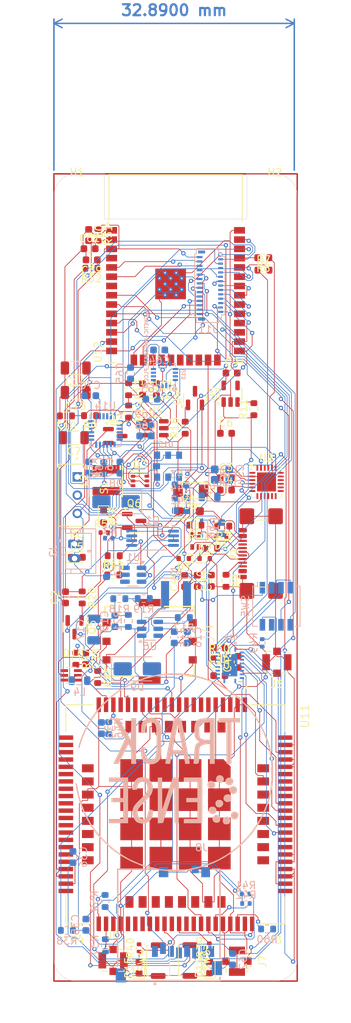
<source format=kicad_pcb>
(kicad_pcb (version 20240108) (generator "pcbnew") (generator_version "8.0")
  (title_block (title "TrackSense") (date "2024-03-30") (rev "BETA_1.0") (company "DFC - Cegep Ste-Foy"))
  (layers (0 "F.Cu" signal) (31 "B.Cu" signal) (34 "B.Paste" user) (35 "F.Paste" user) (36 "B.SilkS" user "B.Silkscreen") (37 "F.SilkS" user "F.Silkscreen") (38 "B.Mask" user) (39 "F.Mask" user) (44 "Edge.Cuts" user))
  (net 0 "")
  (net 1 "GND")
  (net 2 "VBUS")
  (net 3 "VDD_1V8")
  (net 4 "VCC3V3")
  (net 5 "RST{slash}EN")
  (net 6 "SIM_IO")
  (net 7 "DVDD4V2")
  (net 8 "SIM_CLK")
  (net 9 "VCC_MAIN")
  (net 10 "SIM_RST")
  (net 11 "VSIM")
  (net 12 "GNSS_ANT")
  (net 13 "Net-(J5-In)")
  (net 14 "MAIN_ANT")
  (net 15 "Net-(J6-In)")
  (net 16 "AUX_ANT")
  (net 17 "PWRKEY")
  (net 18 "VCC_4V2")
  (net 19 "VBAT")
  (net 20 "VDD_4V2")
  (net 21 "VCC_UART")
  (net 22 "VCC_BAT")
  (net 23 "VBAT-")
  (net 24 "D-")
  (net 25 "Net-(U4-FB)")
  (net 26 "Net-(J7-In)")
  (net 27 "CLK_EN")
  (net 28 "DATA_EN")
  (net 29 "Net-(D1-A1)")
  (net 30 "RST_EN")
  (net 31 "Net-(D14-A)")
  (net 32 "Net-(D15-A)")
  (net 33 "Net-(J1-CC1)")
  (net 34 "D+")
  (net 35 "Net-(J1-CC2)")
  (net 36 "Net-(D5-A)")
  (net 37 "Net-(D6-K)")
  (net 38 "Net-(D9-A)")
  (net 40 "Net-(J2-Pin_1)")
  (net 41 "DP")
  (net 42 "DM")
  (net 43 "Net-(J4-I{slash}O)")
  (net 44 "V_BAT")
  (net 45 "VVBAT")
  (net 46 "RTS")
  (net 47 "DTR")
  (net 48 "IO0")
  (net 49 "G2")
  (net 50 "STATUS")
  (net 51 "VDD_3V")
  (net 52 "IO4")
  (net 53 "SCL")
  (net 54 "SDA")
  (net 55 "IO12")
  (net 56 "Net-(J4-CLK)")
  (net 58 "U0RXD")
  (net 59 "U0TXD")
  (net 60 "IO14")
  (net 61 "IO15")
  (net 62 "IO13")
  (net 63 "IO2")
  (net 64 "IO27")
  (net 65 "GPIO27")
  (net 66 "IO26")
  (net 67 "GPIO26")
  (net 68 "UART_RXD")
  (net 69 "PCM_CLK")
  (net 70 "UART_RI")
  (net 71 "NRESET")
  (net 72 "FLIGHTMODE")
  (net 73 "UART_TXD")
  (net 74 "PCM_SYNC")
  (net 75 "UART_DTR")
  (net 76 "USB_DP")
  (net 77 "USB_DN")
  (net 78 "PCM_DOUT")
  (net 79 "PCM_DIN")
  (net 80 "IO25")
  (net 81 "IO32")
  (net 82 "IO33")
  (net 83 "Net-(J4-RST)")
  (net 85 "IO18")
  (net 86 "IO19")
  (net 87 "IO34")
  (net 88 "IO35")
  (net 90 "S_VP")
  (net 91 "Net-(U4-SW)")
  (net 92 "Net-(U11A-USB_VBUS)")
  (net 93 "IO22")
  (net 94 "IO5")
  (net 95 "Net-(U1-DO)")
  (net 96 "IO23")
  (net 97 "Net-(Q1-Pad1)")
  (net 98 "Net-(Q4-G)")
  (net 99 "Net-(Q5-G)")
  (net 100 "S_VN{slash}39")
  (net 101 "IO21")
  (net 102 "Net-(Q6-B)")
  (net 103 "Net-(D18-A)")
  (net 105 "Net-(U1-VM)")
  (net 106 "Net-(U2-TXD)")
  (net 107 "Net-(U2-RXD)")
  (net 108 "Net-(U4-EN)")
  (net 109 "Net-(U5-CE)")
  (net 110 "Net-(U4-PG)")
  (net 111 "Net-(U6-EN)")
  (net 112 "Net-(U6-FB)")
  (net 113 "Net-(U10-A8)")
  (net 114 "Net-(U10-B8)")
  (net 115 "Net-(U11A-NETLIGHT)")
  (net 116 "Net-(R49-Pad1)")
  (net 117 "Net-(R52-Pad2)")
  (net 118 "Net-(U11A-BOOT_CFG0{slash}USB_BOOT)")
  (net 190 "Net-(U13-8(SETP))")
  (net 191 "Net-(U13-12(SETC))")
  (net 192 "Net-(U13-10(C1))")
  (net 193 "Net-(U14-REGOUT)")
  (net 194 "Net-(U14-CPOUT)")
  (net 195 "Net-(U14-FSYNC)")
  (net 198 "XCL")
  (net 200 "XDA")
  (footprint "Resistor_SMD:R_0603_1608Metric" (layer "F.Cu") (at 153.67 92.329 180)
    (property "Reference" "R3")
    (property "Value" "5.1k")
  )
  (footprint "Capacitor_SMD:C_0603_1608Metric" (layer "F.Cu") (at 154.04 87.4)
    (property "Reference" "C4")
    (property "Value" "10uF")
  )
  (footprint "Diode_SMD:D_SOD-523" (layer "F.Cu") (at 148.271 96.774 180)
    (property "Reference" "D3")
    (property "Value" "LESD5D5.0CT1G")
  )
  (footprint "LED_SMD:LED_0603_1608Metric" (layer "F.Cu") (at 142.15 152.7925 90)
    (property "Reference" "D15")
    (property "Value" "RED")
  )
  (footprint "Package_TO_SOT_SMD:SOT-23" (layer "F.Cu") (at 141.4668 91.6282)
    (property "Reference" "Q6")
    (property "Value" "MMBT3904")
  )
  (footprint "Button_Switch_SMD:SW_Push_SPST_NO_Alps_SKRK" (layer "F.Cu") (at 144.77 151.84 90)
    (property "Reference" "SW4")
    (property "Value" "BOOT_CFG")
  )
  (footprint "Capacitor_SMD:C_0603_1608Metric" (layer "F.Cu") (at 155.69 110.935 90)
    (property "Reference" "C45")
    (property "Value" "33pF")
  )
  (footprint "Resistor_SMD:R_0603_1608Metric" (layer "F.Cu") (at 154.051 99.822 -90)
    (property "Reference" "R2")
    (property "Value" "5.1k")
  )
  (footprint "Resistor_SMD:R_0603_1608Metric" (layer "F.Cu") (at 136.49 113 -90)
    (property "Reference" "R45")
    (property "Value" "22R")
  )
  (footprint "Connector_USB:USB_C_Receptacle_GCT_USB4110" (layer "F.Cu") (at 160 96.1 90)
    (property "Reference" "J1")
    (property "Value" "C2765186")
  )
  (footprint "Package_TO_SOT_SMD:SOT-23-5" (layer "F.Cu") (at 154.6758 74.2133 90)
    (property "Reference" "U5")
    (property "Value" "ME6217")
  )
  (footprint "MountingHole:MountingHole_2.2mm_M2_ISO7380" (layer "F.Cu") (at 160.71 46.66)
    (property "Reference" "H2")
    (property "Value" "MountingHole")
  )
  (footprint "MountingHole:MountingHole_2.2mm_M2_ISO7380" (layer "F.Cu") (at 133.65 151.7)
    (property "Reference" "H4")
    (property "Value" "MountingHole")
  )
  (footprint "LED_SMD:LED_0603_1608Metric" (layer "F.Cu") (at 133.6293 96.6066)
    (property "Reference" "D5")
    (property "Value" "YELLOW")
  )
  (footprint "RF_Module:ESP32-WROOM-32" (layer "F.Cu") (at 147.145 60.086)
    (property "Reference" "U12")
    (property "Value" "ESP32-WROVER-B")
  )
  (footprint "Capacitor_SMD:C_0603_1608Metric" (layer "F.Cu") (at 134.84 110.5 -90)
    (property "Reference" "C38")
    (property "Value" "22uF")
  )
  (footprint "Resistor_SMD:R_0603_1608Metric" (layer "F.Cu") (at 144.526 73.596 -90)
    (property "Reference" "R12")
    (property "Value" "10K")
  )
  (footprint "Resistor_SMD:R_0603_1608Metric" (layer "F.Cu") (at 135.634 57.023 180)
    (property "Reference" "R52")
    (property "Value" "22R")
  )
  (footprint "Resistor_SMD:R_0603_1608Metric" (layer "F.Cu") (at 133.5 110.5 -90)
    (property "Reference" "R47")
    (property "Value" "22R")
  )
  (footprint "Resistor_SMD:R_0402_1005Metric" (layer "F.Cu") (at 137.3943 93.2282)
    (property "Reference" "R57")
    (property "Value" "1K")
  )
  (footprint "Capacitor_SMD:C_0603_1608Metric" (layer "F.Cu") (at 148.3978 99.8658 90)
    (property "Reference" "C41")
    (property "Value" "0.1uF")
  )
  (footprint "KicadLib:GCT_SIM8051-6-0-14-00-X-REVD" (layer "F.Cu") (at 143.5932 108.1128 -90)
    (property "Reference" "J4")
    (property "Value" "SIM_Card")
  )
  (footprint "Capacitor_SMD:C_1206_3216Metric" (layer "F.Cu") (at 133.223 80.233 180)
    (property "Reference" "C7")
    (property "Value" "22uF_10V")
  )
  (footprint "Inductor_SMD:L_CommonModeChoke_Coilcraft_0805USB" (layer "F.Cu") (at 149.86 94.361 180)
    (property "Reference" "L1")
    (property "Value" "L_Ferrite_Coupled_1423")
  )
  (footprint "Capacitor_SMD:C_1206_3216Metric" (layer "F.Cu") (at 133.477 70.691 180)
    (property "Reference" "C14")
    (property "Value" "22uF_10V")
  )
  (footprint "KicadLib:SOT65P210X110-6N" (layer "F.Cu") (at 132.842 112.776)
    (property "Reference" "D16")
    (property "Value" "SMF05C")
  )
  (footprint "Resistor_SMD:R_0603_1608Metric" (layer "F.Cu") (at 134.366 102.108 -90)
    (property "Reference" "R20")
    (property "Value" "100R")
  )
  (footprint "Capacitor_SMD:C_0603_1608Metric" (layer "F.Cu") (at 150.125 99.8404 -90)
    (property "Reference" "C37")
    (property "Value" "0.1uF")
  )
  (footprint "Capacitor_SMD:C_1206_3216Metric" (layer "F.Cu") (at 133.477 74.041 180)
    (property "Reference" "C13")
    (property "Value" "22uF_10V")
  )
  (footprint "LED_SMD:LED_0603_1608Metric" (layer "F.Cu") (at 137.3012 91.0439 -90)
    (property "Reference" "D18")
    (property "Value" "BLUE")
  )
  (footprint "Package_TO_SOT_SMD:SOT-363_SC-70-6" (layer "F.Cu") (at 142.27 86.155)
    (property "Reference" "Q3")
    (property "Value" "UMH3N")
  )
  (footprint "Resistor_SMD:R_0603_1608Metric" (layer "F.Cu") (at 135.445 77.216 180)
    (property "Reference" "R9")
    (property "Value" "100K")
  )
  (footprint "Capacitor_SMD:C_0603_1608Metric" (layer "F.Cu") (at 154.051 79.629)
    (property "Reference" "C6")
    (property "Value" "100nF")
  )
  (footprint "MountingHole:MountingHole_2.2mm_M2_ISO7380" (layer "F.Cu") (at 133.65 46.66)
    (property "Reference" "H1")
    (property "Value" "MountingHole")
  )
  (footprint "Resistor_SMD:R_0603_1608Metric" (layer "F.Cu") (at 148.463 78.867 90)
    (property "Reference" "R16")
    (property "Value" "100R")
  )
  (footprint "Capacitor_SMD:C_0603_1608Metric" (layer "F.Cu") (at 142.621 73.596 -90)
    (property "Reference" "C11")
    (property "Value" "47pF")
  )
  (footprint "Resistor_SMD:R_0603_1608Metric" (layer "F.Cu") (at 159.15 55.59 180)
    (property "Reference" "R8")
    (property "Value" "470")
  )
  (footprint "Diode_SMD:D_MiniMELF" (layer "F.Cu") (at 149.225 87.503 180)
    (property "Reference" "D6")
    (property "Value" "LL4148")
  )
  (footprint "LED_SMD:LED_0603_1608Metric" (layer "F.Cu") (at 151.81 152.7625 90)
    (property "Reference" "D14")
    (property "Value" "RED")
  )
  (footprint "Resistor_SMD:R_0603_1608Metric" (layer "F.Cu") (at 140.716 73.596 -90)
    (property "Reference" "R13")
    (property "Value" "120K_1%")
  )
  (footprint "Diode_SMD:D_SOD-523" (layer "F.Cu") (at 153.416 93.726 180)
    (property "Reference" "D1")
    (property "Value" "LESD5D5.0CT1G")
  )
  (footprint "Resistor_SMD:R_0402_1005Metric" (layer "F.Cu") (at 151.765 149.985 90)
    (property "Reference" "R39")
    (property "Value" "390R")
  )
  (footprint "Package_TO_SOT_SMD:SOT-23" (layer "F.Cu") (at 149.8064 74.8053 90)
    (property "Reference" "Q4")
    (property "Value" "AO3401A")
  )
  (footprint "Capacitor_SMD:C_0603_1608Metric" (layer "F.Cu") (at 135.662 55.88 180)
    (property "Reference" "C59")
    (property "Value" "1uF")
  )
  (footprint "Package_DFN_QFN:QFN-24-1EP_4x4mm_P0.5mm_EP2.6x2.6mm" (layer "F.Cu") (at 159.59 86.29)
    (property "Reference" "U2")
    (property "Value" "CP2104")
  )
  (footprint "Capacitor_SMD:C_0603_1608Metric" (layer "F.Cu") (at 135.382 54.356)
    (property "Reference" "C61")
    (property "Value" "10u")
  )
  (footprint "MountingHole:MountingHole_2.2mm_M2_ISO7380" (layer "F.Cu") (at 160.71 151.79)
    (property "Reference" "H3")
    (property "Value" "MountingHole")
  )
  (footprint "Capacitor_SMD:C_0603_1608Metric" (layer "F.Cu") (at 154.813 71.374)
    (property "Reference" "C9")
    (property "Value" "100nF")
  )
  (footprint "Package_TO_SOT_SMD:SOT-23-6" (layer "F.Cu") (at 144.3935 78.933)
    (property "Reference" "U4")
    (property "Value" "JW5222")
  )
  (footprint "Capacitor_SMD:C_0603_1608Metric" (layer "F.Cu") (at 153.1236 108.994 180)
    (property "Reference" "C46")
    (property "Value" "100nF")
  )
  (footprint "Resistor_SMD:R_0603_1608Metric" (layer "F.Cu") (at 140.716 76.645 -90)
    (property "Reference" "R14")
    (property "Value" "20K_1%")
  )
  (footprint "Resistor_SMD:R_0603_1608Metric" (layer "F.Cu") (at 136.525 52.479 -90)
    (property "Reference" "R51")
    (property "Value" "10k")
  )
  (footprint "Resistor_SMD:R_0603_1608Metric" (layer "F.Cu") (at 152.019 95.377)
    (property "Reference" "R4")
    (property "Value" "10")
  )
  (footprint "Connector_Coaxial:U.FL_Molex_MCRF_73412-0110_Vertical" (layer "F.Cu") (at 161.01 110.98)
    (property "Reference" "J5")
    (property "Value" "GNSS_Coaxial_Small")
  )
  (footprint "Capacitor_SMD:C_0603_1608Metric" (layer "F.Cu") (at 153.1336 112.814)
    (property "Reference" "C50")
    (property "Value" "33pF")
  )
  (footprint "Button_Switch_SMD:SW_Push_SPST_NO_Alps_SKRK" (layer "F.Cu") (at 149.098 151.824 -90)
    (property "Reference" "SW6")
    (property "Value" "RESET")
  )
  (footprint "Resistor_SMD:R_0603_1608Metric" (layer "F.Cu") (at 157.861 76.327 90)
    (property "Reference" "R11")
    (property "Value" "10K")
  )
  (footprint "Capacitor_SMD:C_0603_1608Metric" (layer "F.Cu") (at 132.08 102.095 90)
    (property "Reference" "C2")
    (property "Value" "10uF")
  )
  (footprint "KicadLib:IC_SIM7600G" (layer "F.Cu") (at 147.1338 131.8006 -90)
    (property "Reference" "U11")
    (property "Value" "SIM7600G")
  )
  (footprint "Inductor_SMD:L_Sunlord_SWPA4010S" (layer "F.Cu") (at 137.63 86.03 90)
    (property "Reference" "L2")
    (property "Value" "1.5uH-DCR<0.1R-3A")
  )
  (footprint "Connector_Coaxial:U.FL_Molex_MCRF_73412-0110_Vertical" (layer "F.Cu") (at 138.595 151.81 180)
    (property "Reference" "J6")
    (property "Value" "MAIN_Coaxial_Small")
  )
  (footprint "Resistor_SMD:R_0402_1005Metric" (layer "F.Cu") (at 142.15 150.114 90)
    (property "Reference" "R40")
    (property "Value" "390R")
  )
  (footprint "Resistor_SMD:R_0603_1608Metric" (layer "F.Cu") (at 138.684 96.393 180)
    (property "Reference" "R43")
    (property "Value" "4.7K")
  )
  (footprint "Resistor_SMD:R_0603_1608Metric" (layer "F.Cu") (at 153.1336 110.528)
    (property "Reference" "R50")
    (property "Value" "0R")
  )
  (footprint "Resistor_SMD:R_0603_1608Metric" (layer "F.Cu") (at 149.86 92.202 180)
    (property "Reference" "R5")
    (property "Value" "10")
  )
  (footprint "Resistor_SMD:R_0603_1608Metric" (layer "F.Cu") (at 159.175 57.29)
    (property "Reference" "R7")
    (property "Value" "470")
  )
  (footprint "Capacitor_SMD:C_0603_1608Metric" (layer "F.Cu") (at 135.255 52.479 -90)
    (property "Reference" "C60")
    (property "Value" "0u1f")
  )
  (footprint "Capacitor_SMD:C_0603_1608Metric" (layer "F.Cu") (at 154.03 85.73)
    (property "Reference" "C3")
    (property "Value" "100uF")
  )
  (footprint "Diode_SMD:D_SOD-123F" (layer "F.Cu") (at 149.067 90.297)
    (property "Reference" "D4")
    (property "Value" "STPST1H100ZFY")
  )
  (footprint "Package_TO_SOT_SMD:SOT-23" (layer "F.Cu") (at 133.3336 106.1901 -90)
    (property "Reference" "Q5")
    (property "Value" "AO3401A")
  )
  (footprint "Capacitor_SMD:C_0603_1608Metric" (layer "F.Cu") (at 152.03 99.815 90)
    (property "Reference" "C40")
    (property "Value" "22uF")
  )
  (footprint "Resistor_SMD:R_0603_1608Metric" (layer "F.Cu") (at 132.143 77.246 180)
    (property "Reference" "R10")
    (property "Value" "100K")
  )
  (footprint "Diode_SMD:D_SOD-523" (layer "F.Cu") (at 151.13 96.774)
    (property "Reference" "D2")
    (property "Value" "LESD5D5.0CT1G")
  )
  (footprint "KicadLib:SW_EG1270" (layer "F.Cu") (at 133.7 88.1 -90)
    (property "Reference" "S1")
    (property "Value" "EG1270")
  )
  (footprint "Package_TO_SOT_SMD:SOT-23" (layer "F.Cu") (at 138.8895 80.01)
    (property "Reference" "Q2")
    (property "Value" "AO3400A")
  )
  (footprint "Resistor_SMD:R_0603_1608Metric" (layer "F.Cu") (at 138.621 99.03)
    (property "Reference" "R44")
    (property "Value" "47K")
  )
  (footprint "Resistor_SMD:R_0402_1005Metric" (layer "F.Cu") (at 133.602 94.615)
    (property "Reference" "R6")
    (property "Value" "10k")
  )
  (footprint "Connector_Coaxial:U.FL_Molex_MCRF_73412-0110_Vertical" (layer "F.Cu") (at 155.55 151.92 90)
    (property "Reference" "J7")
    (property "Value" "AUX_Coaxial_Small")
  )
  (footprint "Resistor_SMD:R_0603_1608Metric" (layer "B.Cu") (at 138 120 90)
    (property "Reference" "R46")
    (property "Value" "22R")
  )
  (footprint "Capacitor_SMD:C_0603_1608Metric" (layer "B.Cu") (at 147.8425 88.5 180)
    (property "Reference" "C44")
    (property "Value" "10uF")
  )
  (footprint "Capacitor_SMD:C_0603_1608Metric" (layer "B.Cu") (at 142.96 78.38 180)
    (property "Reference" "C69")
    (property "Value" "0u1f")
  )
  (footprint "Resistor_SMD:R_0603_1608Metric" (layer "B.Cu") (at 132.27 147.701)
    (property "Reference" "R38")
    (property "Value" "47k")
  )
  (footprint "Capacitor_SMD:C_0603_1608Metric" (layer "B.Cu") (at 143.855 74.95 180)
    (property "Reference" "C63")
    (property "Value" "0u1f")
  )
  (footprint "Resistor_SMD:R_0402_1005Metric" (layer "B.Cu") (at 138 94 180)
    (property "Reference" "R1")
    (property "Value" "1k")
  )
  (footprint "Capacitor_SMD:C_0603_1608Metric" (layer "B.Cu") (at 134.874 146.926 -90)
    (property "Reference" "C35")
    (property "Value" "100nF")
  )
  (footprint "Resistor_SMD:R_0402_1005Metric" (layer "B.Cu") (at 156.776 144.018 180)
    (property "Reference" "R42")
    (property "Value" "10K")
  )
  (footprint "Capacitor_SMD:C_0603_1608Metric" (layer "B.Cu") (at 143 80 180)
    (property "Reference" "C66")
    (property "Value" "0u1f")
  )
  (footprint "Button_Switch_SMD:SW_DIP_SPSTx04_Slide_Copal_CHS-04A_W5.08mm_P1.27mm_JPin" (layer "B.Cu") (at 160.935 103.31 -90)
    (property "Reference" "SW5")
    (property "Value" "SW_DIP_x04")
  )
  (footprint "Capacitor_SMD:C_0603_1608Metric" (layer "B.Cu") (at 135.27 84.3 90)
    (property "Reference" "C68")
    (property "Value" "0u1f")
  )
  (footprint "Diode_SMD:D_SMA" (layer "B.Cu") (at 141.9075 111.8825)
    (property "Reference" "D9")
    (property "Value" "SS34")
  )
  (footprint "Inductor_SMD:L_Sunlord_SWPA4010S" (layer "B.Cu") (at 147.2075 101.7125 180)
    (property "Reference" "L3")
    (property "Value" "4.7uH/3A")
  )
  (footprint "Resistor_SMD:R_0603_1608Metric" (layer "B.Cu") (at 137.5 143.675 -90)
    (property "Reference" "R59")
    (property "Value" "0R")
  )
  (footprint "Capacitor_Tantalum_SMD:CP_EIA-1608-08_AVX-J" (layer "B.Cu") (at 154.5 85.2875 90)
    (property "Reference" "C54")
    (property "Value" "100uF")
  )
  (footprint "KicadLib:PLCC16-0.5-3X3MM" (layer "B.Cu") (at 144.12 73.0815 90)
    (property "Reference" "U13")
    (property "Value" "MAGNETIC-HMC5883L_PLCC16_")
    (property "VALUE" "HMC5883L" (hide yes))
  )
  (footprint "Capacitor_SMD:C_0603_1608Metric" (layer "B.Cu") (at 148.7475 107.5625 90)
    (property "Reference" "C16")
    (property "Value" "1uf")
  )
  (footprint "Capacitor_SMD:C_0603_1608Metric" (layer "B.Cu") (at 133.096 137.655 90)
    (property "Reference" "C36")
    (property "Value" "100nF")
  )
  (footprint "Capacitor_SMD:C_0603_1608Metric" (layer "B.Cu") (at 144.9 68.22)
    (property "Reference" "C64")
    (property "Value" "220uf")
  )
  (footprint "Capacitor_SMD:C_0603_1608Metric" (layer "B.Cu") (at 137 120 90)
    (property "Reference" "C39")
    (property "Value" "22uF")
  )
  (footprint "Resistor_SMD:R_0402_1005Metric" (layer "B.Cu") (at 159.002 108.331 -90)
    (property "Reference" "R49")
    (property "Value" "10K")
  )
  (footprint "Package_SO:TSSOP-8_4.4x3mm_P0.65mm" (layer "B.Cu") (at 144 94 180)
    (property "Reference" "Q1")
    (property "Value" "FS8205A")
  )
  (footprint "Capacitor_SMD:C_1206_3216Metric" (layer "B.Cu") (at 135.9675 106.5075 -90)
    (property "Reference" "C17")
    (property "Value" "22uF_10V")
  )
  (footprint "Capacitor_SMD:C_0603_1608Metric" (layer "B.Cu") (at 139.54 84.335 -90)
    (property "Reference" "C67")
    (property "Value" "0u1f")
  )
  (footprint "Connector_JST:JST_PH_B2B-PH-K_1x02_P2.00mm_Vertical" (layer "B.Cu") (at 133.32 94.77 -90)
    (property "Reference" "J2")
    (property "Value" "Conn_01x02_Socket")
  )
  (footprint "Connector_FFC-FPC:Hirose_FH26-27S-0.3SHW_2Rows-27Pins-1MP_P0.60mm_Horizontal" (layer "B.Cu") (at 151.8321 59.4)
    (property "Reference" "J11")
    (property "Value" "Conn_01x28")
  )
  (footprint "Sensor_Motion:InvenSense_QFN-24_4x4mm_P0.5mm" (layer "B.Cu") (at 137.54 79.25 180)
    (property "Reference" "U14")
    (property "Value" "MPU-6050")
  )
  (footprint "Capacitor_SMD:C_0603_1608Metric" (layer "B.Cu") (at 138.8475 105.3475 -90)
    (property "Reference" "C18")
    (property "Value" "0.1uF")
  )
  (footprint "Package_TO_SOT_SMD:SOT-23-6" (layer "B.Cu") (at 143.64 106.4025)
    (property "Reference" "U6")
    (property "Value" "TCS9208")
  )
  (footprint "Capacitor_SMD:C_0603_1608Metric" (layer "B.Cu") (at 147.8375 86.7 180)
    (property "Reference" "C43")
    (property "Value" "10uF")
  )
  (footprint "Resistor_SMD:R_0603_1608Metric" (layer "B.Cu") (at 137.541 149.733 -90)
    (property "Reference" "R37")
    (property "Value" "47k")
  )
  (footprint "KicadLib:IC_TXB0108RGYR" (layer "B.Cu") (at 154.571 111.388 180)
    (property "Reference" "U10")
    (property "Value" "TXB0108RGYR")
  )
  (footprint "Resistor_SMD:R_0603_1608Metric" (layer "B.Cu") (at 139.4475 102.2825)
    (property "Reference" "R18")
    (property "Value" "120K_1%")
  )
  (footprint "KicadLib:TS_LOGO_FOOTPRINT" (layer "B.Cu") (at 147 126 180)
    (property "Reference" "G***" (hide yes))
    (property "Value" "LOGO" (hide yes))
  )
  (footprint "Diode_SMD:D_SOD-323" (layer "B.Cu") (at 150.695 92.565 90)
    (property "Reference" "D17")
    (property "Value" "PESDHC3D3V3U")
  )
  (footprint "Package_TO_SOT_SMD:SOT-23-6" (layer "B.Cu") (at 141.3525 99 180)
    (property "Reference" "U1")
    (property "Value" "WSTDW01")
  )
  (footprint "Capacitor_SMD:C_0603_1608Metric" (layer "B.Cu") (at 135.46 74.48 180)
    (property "Reference" "C70")
    (property "Value" "2200pf")
  )
  (footprint "Capacitor_SMD:C_0603_1608Metric" (layer "B.Cu") (at 140.99 71.4 -90)
    (property "Reference" "C65")
    (property "Value" "4.7uf")
  )
  (footprint "Resistor_SMD:R_0603_1608Metric" (layer "B.Cu") (at 159.675 147.5)
    (property "Reference" "R60")
    (property "Value" "0R")
  )
  (footprint "Resistor_SMD:R_0402_1005Metric" (layer "B.Cu") (at 156.716 142.708 180)
    (property "Reference" "R41")
    (property "Value" "10K")
  )
  (footprint "Inductor_SMD:L_0805_2012Metric" (layer "B.Cu") (at 134 113.5)
    (property "Reference" "L4")
    (property "Value" "100MHz 220ohm")
  )
  (footprint "KicadLib:GCT_MEM2052-00-195-00-A_REVA" (layer "B.Cu") (at 146.225 146.945 180)
    (property "Reference" "J8")
    (property "Value" "MEM2052-00-195-00-A_REVA")
  )
  (footprint "Capacitor_SMD:C_0603_1608Metric" (layer "B.Cu") (at 137.7025 98.5025 90)
    (property "Reference" "C1")
    (property "Value" "1nF")
  )
  (footprint "Capacitor_SMD:C_0603_1608Metric" (layer "B.Cu") (at 153.455 92.625 -90)
    (property "Reference" "C58")
    (property "Value" "0.1uF")
  )
  (footprint "Inductor_SMD:L_0805_2012Metric" (layer "B.Cu") (at 151.8025 88.33 180)
    (property "Reference" "L5")
    (property "Value" "100MHz 220ohm")
  )
  (footprint "Capacitor_Tantalum_SMD:CP_EIA-1608-08_AVX-J" (layer "B.Cu") (at 152.5 85.2875 90)
    (property "Reference" "C53")
    (property "Value" "100uF")
  )
  (footprint "Capacitor_SMD:C_0603_1608Metric" (layer "B.Cu") (at 147.8775 90.22 180)
    (property "Reference" "C42")
    (property "Value" "1uF")
  )
  (footprint "Resistor_SMD:R_0603_1608Metric" (layer "B.Cu") (at 137.32 84.38 -90)
    (property "Reference" "R58")
    (property "Value" "1k")
  )
  (footprint "Resistor_SMD:R_0603_1608Metric" (layer "B.Cu") (at 148.2775 104.8625)
    (property "Reference" "R17")
    (property "Value" "10K")
  )
  (footprint "Capacitor_SMD:C_0603_1608Metric" (layer "B.Cu") (at 146.9675 107.5675 90)
    (property "Reference" "C15")
    (property "Value" "10u")
  )
  (footprint "Resistor_SMD:R_0603_1608Metric" (layer "B.Cu") (at 142.7925 102.2625)
    (property "Reference" "R19")
    (property "Value" "20K_1%")
  )
  (footprint "KicadLib:LGA7-1.5-3.8X3.6MM" (layer "B.Cu") (at 146.13 84.13 180)
    (property "Reference" "U15")
    (property "Value" "PRESSURE-BMP180_LGA7_")
    (property "VALUE" "BMP18" (hide yes))
  )
  (footprint "Resistor_SMD:R_0603_1608Metric" (layer "B.Cu") (at 140.6775 105.3225 -90)
    (property "Reference" "R21")
    (property "Value" "100K")
  )
  (footprint "Diode_SMD:D_SMA" (layer "B.Cu") (at 139 89 180)
    (property "Reference" "D8")
    (property "Value" "SS34")
  )
  (footprint "Capacitor_SMD:C_0603_1608Metric" (layer "B.Cu") (at 154.953 151.638 90)
    (property "Reference" "C62")
    (property "Value" "100nF")
  )
  (gr_rect (start 130.5 44.1) (end 163.79 154.64) (stroke (width 0.2)) (fill none) (layer "F.Cu") (net 1))
  (gr_line (start 130.51 47.1) (end 130.51 151.62) (stroke (width 0.05)) (layer "Edge.Cuts"))
  (gr_line (start 156.9 50.28) (end 137.4 50.28) (stroke (width 0.05)) (layer "Edge.Cuts"))
  (gr_arc (start 163.800016 151.619984) (mid 162.921332 153.741316) (end 160.8 154.62) (stroke (width 0.05)) (layer "Edge.Cuts"))
  (gr_arc (start 130.51 47.1) (mid 131.388684 44.978668) (end 133.510016 44.099984) (stroke (width 0.05)) (layer "Edge.Cuts"))
  (gr_line (start 137.4 44.1) (end 133.51 44.1) (stroke (width 0.05)) (layer "Edge.Cuts"))
  (gr_line (start 160.8 44.12) (end 156.9 44.12) (stroke (width 0.05)) (layer "Edge.Cuts"))
  (gr_line (start 137.4 50.28) (end 137.4 44.1) (stroke (width 0.05)) (layer "Edge.Cuts"))
  (gr_line (start 133.51 154.62) (end 160.8 154.62) (stroke (width 0.05)) (layer "Edge.Cuts"))
  (gr_line (start 156.9 44.12) (end 156.9 50.28) (stroke (width 0.05)) (layer "Edge.Cuts"))
  (gr_arc (start 160.8 44.12) (mid 162.921332 44.998684) (end 163.800016 47.120016) (stroke (width 0.05)) (layer "Edge.Cuts"))
  (gr_line (start 163.8 151.61) (end 163.8 47.12) (stroke (width 0.05)) (layer "Edge.Cuts"))
  (gr_arc (start 133.510016 154.620016) (mid 131.388684 153.741332) (end 130.51 151.62) (stroke (width 0.05)) (layer "Edge.Cuts"))
  (dimension (type orthogonal) (layer "B.Cu") (pts (xy 130.5 44.1) (xy 163.39 44.1)) (height -20.6) (orientation 0) (gr_text "32.8900 mm" (at 146.945 21.7 0) (layer "B.Cu") (effects (font (size 1.5 1.5) (thickness 0.3)))) (format (prefix "") (suffix "") (units 3) (units_format 1) (precision 4)) (style (thickness 0.2) (arrow_length 1.27) (text_position_mode 0) (extension_height 0.58642) (extension_offset 0.5) keep_text_aligned))
  (segment (start 156.895 101.21) (end 156.895 106.993) (width 0.09) (layer "F.Cu") (net 1))
  (segment (start 143.637 119.801) (end 143.637 121.501) (width 0.09) (layer "F.Cu") (net 1))
  (segment (start 163.3792 137.3006) (end 163.38 137.299) (width 0.09) (layer "F.Cu") (net 1))
  (segment (start 156.634 148.047) (end 156.634 148.527) (width 0.09) (layer "F.Cu") (net 1))
  (segment (start 153.134 125.801) (end 153.1337 125.8007) (width 0.09) (layer "F.Cu") (net 1))
  (segment (start 154.764 70.094) (end 154.764 70.55) (width 0.09) (layer "F.Cu") (net 1))
  (segment (start 138.976 93.7696) (end 138.976 92.5782) (width 0.09) (layer "F.Cu") (net 1))
  (segment (start 163.379 137.301) (end 163.3792 137.3006) (width 0.09) (layer "F.Cu") (net 1))
  (segment (start 137.6338 146.8006) (end 137.634 146.8008) (width 0.09) (layer "F.Cu") (net 1))
  (segment (start 154.607 63.3291) (end 154.607 69.0189) (width 0.09) (layer "F.Cu") (net 1))
  (segment (start 139.634 146.8006) (end 139.634 144.339) (width 0.09) (layer "F.Cu") (net 1))
  (segment (start 144.77 153.94) (end 142.51 153.94) (width 0.09) (layer "F.Cu") (net 1))
  (segment (start 161.01 109.853) (end 161.01 110.227) (width 0.09) (layer "F.Cu") (net 1))
  (segment (start 140.5293 92.5782) (end 140.529 92.5782) (width 0.09) (layer "F.Cu") (net 1))
  (segment (start 162.134 124.301) (end 163.379 124.301) (width 0.09) (layer "F.Cu") (net 1))
  (segment (start 132.002 70.691) (end 132.002 56.8367) (width 0.09) (layer "F.Cu") (net 1))
  (segment (start 155.074 142.843) (end 155.074 145.114) (width 0.09) (layer "F.Cu") (net 1))
  (segment (start 154.634 147.457) (end 154.044 148.047) (width 0.09) (layer "F.Cu") (net 1))
  (segment (start 154.634 146.8006) (end 154.634 147.424) (width 0.09) (layer "F.Cu") (net 1))
  (segment (start 160.825 109.482) (end 160.825 101.21) (width 0.09) (layer "F.Cu") (net 1))
  (segment (start 146.465 59.9385) (end 146.465 59.176) (width 0.09) (layer "F.Cu") (net 1))
  (segment (start 145.1338 135.8006) (end 145.1338 133.8006) (width 0.09) (layer "F.Cu") (net 1))
  (segment (start 162.485 112.327) (end 163.38 113.222) (width 0.09) (layer "F.Cu") (net 1))
  (segment (start 137.398 51.9625) (end 137.019 52.3417) (width 0.09) (layer "F.Cu") (net 1))
  (segment (start 152.806 97.7495) (end 152.806 100.59) (width 0.09) (layer "F.Cu") (net 1))
  (segment (start 156.634 148.047) (end 154.634 148.047) (width 0.09) (layer "F.Cu") (net 1))
  (segment (start 144.434 120.847) (end 144.434 119.801) (width 0.09) (layer "F.Cu") (net 1))
  (segment (start 141.435 68.5993) (end 145.214 64.8205) (width 0.09) (layer "F.Cu") (net 1))
  (segment (start 136.634 116.8008) (end 136.634 116.801) (width 0.09) (layer "F.Cu") (net 1))
  (segment (start 143.6338 116.8006) (end 143.634 116.8008) (width 0.09) (layer "F.Cu") (net 1))
  (segment (start 152.806 100.59) (end 152.03 100.59) (width 0.09) (layer "F.Cu") (net 1))
  (segment (start 163.38 137.301) (end 163.38 138.301) (width 0.09) (layer "F.Cu") (net 1))
  (segment (start 153.255 85.6228) (end 153.255 85.73) (width 0.09) (layer "F.Cu") (net 1))
  (segment (start 153.1338 125.8006) (end 153.1337 125.8007) (width 0.09) (layer "F.Cu") (net 1))
  (segment (start 156.32 92.9) (end 156.32 91.565) (width 0.09) (layer "F.Cu") (net 1))
  (segment (start 154.764 70.55) (end 155.588 71.374) (width 0.09) (layer "F.Cu") (net 1))
  (segment (start 131.109 112.404) (end 131.481 112.776) (width 0.09) (layer "F.Cu") (net 1))
  (segment (start 133.978 137.702) (end 133.379 138.301) (width 0.09) (layer "F.Cu") (net 1))
  (segment (start 163.38 122.301) (end 163.38 124.299) (width 0.09) (layer "F.Cu") (net 1))
  (segment (start 149.1338 133.8006) (end 149.134 133.8006) (width 0.09) (layer "F.Cu") (net 1))
  (segment (start 152.563 75.2333) (end 153.392 74.4045) (width 0.09) (layer "F.Cu") (net 1))
  (segment (start 132.134 138.3008) (end 132.134 138.301) (width 0.09) (layer "F.Cu") (net 1))
  (segment (start 149.134 125.8006) (end 149.134 123.922) (width 0.09) (layer "F.Cu") (net 1))
  (segment (start 152.856 108.486) (end 152.856 100.641) (width 0.09) (layer "F.Cu") (net 1))
  (segment (start 147.014 121.803) (end 147.034 121.783) (width 0.09) (layer "F.Cu") (net 1))
  (segment (start 137.12 151.429) (end 137.12 150.463) (width 0.09) (layer "F.Cu") (net 1))
  (segment (start 147.571 96.774) (end 149.314 98.5168) (width 0.09) (layer "F.Cu") (net 1))
  (segment (start 152.563 85.0381) (end 151.663 85.0381) (width 0.09) (layer "F.Cu") (net 1))
  (segment (start 163.3792 124.3006) (end 163.379 124.301) (width 0.09) (layer "F.Cu") (net 1))
  (segment (start 154.607 52.1277) (end 154.607 53.2638) (width 0.09) (layer "F.Cu") (net 1))
  (segment (start 154.826 84.1536) (end 154.724 84.1536) (width 0.09) (layer "F.Cu") (net 1))
  (segment (start 147.6338 116.8006) (end 147.634 116.8006) (width 0.09) (layer "F.Cu") (net 1))
  (segment (start 153.674 111.388) (end 153.269 110.982) (width 0.09) (layer "F.Cu") (net 1))
  (segment (start 144.14 86.4059) (end 144.226 86.3194) (width 0.09) (layer "F.Cu") (net 1))
  (segment (start 144.4334 119.801) (end 143.637 119.801) (width 0.09) (layer "F.Cu") (net 1))
  (segment (start 159.134 126.504) (end 158.437 126.504) (width 0.09) (layer "F.Cu") (net 1))
  (segment (start 154.898 69.3106) (end 154.898 69.9597) (width 0.09) (layer "F.Cu") (net 1))
  (segment (start 136.634 116.801) (end 136.634 127.988) (width 0.09) (layer "F.Cu") (net 1))
  (segment (start 141.1338 135.8006) (end 141.1338 133.8006) (width 0.09) (layer "F.Cu") (net 1))
  (segment (start 163.379 137.301) (end 163.38 137.301) (width 0.09) (layer "F.Cu") (net 1))
  (segment (start 141.1338 137.8006) (end 141.1338 135.8006) (width 0.09) (layer "F.Cu") (net 1))
  (segment (start 137.634 149.95) (end 137.634 146.801) (width 0.09) (layer "F.Cu") (net 1))
  (segment (start 132.1338 138.3006) (end 132.134 138.3008) (width 0.09) (layer "F.Cu") (net 1))
  (segment (start 131.481 112.776) (end 131.907 112.776) (width 0.09) (layer "F.Cu") (net 1))
  (segment (start 154.898 51.836) (end 154.607 52.1277) (width 0.09) (layer "F.Cu") (net 1))
  (segment (start 147.882 113.01) (end 147.882 113.156) (width 0.09) (layer "F.Cu") (net 1))
  (segment (start 156.6334 116.801) (end 156.6338 116.8006) (width 0.09) (layer "F.Cu") (net 1))
  (segment (start 152.43 143.801) (end 151.6335 143.801) (width 0.09) (layer "F.Cu") (net 1))
  (segment (start 144.94 61.4727) (end 144.94 60.701) (width 0.09) (layer "F.Cu") (net 1))
  (segment (start 141.1338 129.8006) (end 141.134 129.8004) (width 0.09) (layer "F.Cu") (net 1))
  (segment (start 153.6338 146.8006) (end 153.634 146.8008) (width 0.09) (layer "F.Cu") (net 1))
  (segment (start 162.1335 138.301) (end 160.887 138.301) (width 0.09) (layer "F.Cu") (net 1))
  (segment (start 146.465 60.701) (end 146.465 59.9385) (width 0.09) (layer "F.Cu") (net 1))
  (segment (start 163.38 124.299) (end 163.3792 124.3006) (width 0.09) (layer "F.Cu") (net 1))
  (segment (start 131.318 79.803) (end 131.748 80.233) (width 0.09) (layer "F.Cu") (net 1))
  (segment (start 163.38 124.8012) (end 162.8806 125.3006) (width 0.09) (layer "F.Cu") (net 1))
  (segment (start 138.684 94.0613) (end 138.976 93.7696) (width 0.09) (layer "F.Cu") (net 1))
  (segment (start 147.634 116.8006) (end 147.634 118.047) (width 0.09) (layer "F.Cu") (net 1))
  (segment (start 137.12 150.463) (end 137.634 149.95) (width 0.09) (layer "F.Cu") (net 1))
  (segment (start 154.634 147.424) (end 154.634 147.457) (width 0.09) (layer "F.Cu") (net 1))
  (segment (start 156.6334 116.801) (end 155.634 116.801) (width 0.09) (layer "F.Cu") (net 1))
  (segment (start 156.897 150.445) (end 155.55 150.445) (width 0.09) (layer "F.Cu") (net 1))
  (segment (start 152.6338 116.8006) (end 152.634 116.8008) (width 0.09) (layer "F.Cu") (net 1))
  (segment (start 156.32 100.635) (end 154.057 100.635) (width 0.09) (layer "F.Cu") (net 1))
  (segment (start 145.1338 129.8006) (end 145.134 129.8006) (width 0.09) (layer "F.Cu") (net 1))
  (segment (start 134.607 54.356) (end 134.887 54.636) (width 0.09) (layer "F.Cu") (net 1))
  (segment (start 132.002 74.041) (end 132.002 70.691) (width 0.09) (layer "F.Cu") (net 1))
  (segment (start 162.8806 125.3006) (end 162.1338 125.3006) (width 0.09) (layer "F.Cu") (net 1))
  (segment (start 151.83 96.774) (end 152.806 97.7495) (width 0.09) (layer "F.Cu") (net 1))
  (segment (start 144.94 59.176) (end 144.94 58.4135) (width 0.09) (layer "F.Cu") (net 1))
  (segment (start 140.07 151.81) (end 140.07 148.484) (width 0.09) (layer "F.Cu") (net 1))
  (segment (start 162.134 137.301) (end 163.379 137.301) (width 0.09) (layer "F.Cu") (net 1))
  (segment (start 149.098 153.924) (end 151.436 153.924) (width 0.09) (layer "F.Cu") (net 1))
  (segment (start 162.1338 122.3006) (end 162.134 122.3008) (width 0.09) (layer "F.Cu") (net 1))
  (segment (start 151.6335 143.801) (end 151.6338 143.8007) (width 0.09) (layer "F.Cu") (net 1))
  (segment (start 139.762 90.0777) (end 144.14 90.0777) (width 0.09) (layer "F.Cu") (net 1))
  (segment (start 153.796 111.388) (end 153.674 111.388) (width 0.09) (layer "F.Cu") (net 1))
  (segment (start 160.825 101.21) (end 160.825 90.99) (width 0.09) (layer "F.Cu") (net 1))
  (segment (start 163.38 138.301) (end 162.1335 138.301) (width 0.09) (layer "F.Cu") (net 1))
  (segment (start 152.563 85.0381) (end 153.255 85.73) (width 0.09) (layer "F.Cu") (net 1))
  (segment (start 163.38 137.299) (end 163.38 125.302) (width 0.09) (layer "F.Cu") (net 1))
  (segment (start 163.38 124.8012) (end 163.38 124.301) (width 0.09) (layer "F.Cu") (net 1))
  (segment (start 149.134 133.8006) (end 149.134 129.8006) (width 0.09) (layer "F.Cu") (net 1))
  (segment (start 150.837 141.301) (end 149.134 139.597) (width 0.09) (layer "F.Cu") (net 1))
  (segment (start 147.034 121.783) (end 147.034 118.611) (width 0.09) (layer "F.Cu") (net 1))
  (segment (start 151.436 153.924) (end 151.81 153.55) (width 0.09) (layer "F.Cu") (net 1))
  (segment (start 138.255 152.563) (end 137.12 151.429) (width 0.09) (layer "F.Cu") (net 1))
  (segment (start 149.314 99.0654) (end 149.314 99.7248) (width 0.09) (layer "F.Cu") (net 1))
  (segment (start 147.634 115.554) (end 147.634 116.8006) (width 0.09) (layer "F.Cu") (net 1))
  (segment (start 156.634 146.801) (end 156.634 148.047) (width 0.09) (layer "F.Cu") (net 1))
  (segment (start 147.99 59.9385) (end 147.99 59.176) (width 0.09) (layer "F.Cu") (net 1))
  (segment (start 154.057 100.635) (end 154.051 100.641) (width 0.09) (layer "F.Cu") (net 1))
  (segment (start 147.99 60.701) (end 147.99 59.9385) (width 0.09) (layer "F.Cu") (net 1))
  (segment (start 139.348 151.81) (end 138.595 152.563) (width 0.09) (layer "F.Cu") (net 1))
  (segment (start 160.887 141.301) (end 162.1334 141.301) (width 0.09) (layer "F.Cu") (net 1))
  (segment (start 137.3011 90.2565) (end 138.201 91.1558) (width 0.09) (layer "F.Cu") (net 1))
  (segment (start 145.37 74.1793) (end 145.519 74.3281) (width 0.09) (layer "F.Cu") (net 1))
  (segment (start 135.1338 129.1006) (end 135.134 129.1006) (width 0.09) (layer "F.Cu") (net 1))
  (segment (start 149.1338 125.8006) (end 149.134 125.8006) (width 0.09) (layer "F.Cu") (net 1))
  (segment (start 132.002 74.041) (end 131.318 74.725) (width 0.09) (layer "F.Cu") (net 1))
  (segment (start 132.134 141.3008) (end 132.134 141.301) (width 0.09) (layer "F.Cu") (net 1))
  (segment (start 163.38 122.299) (end 163.379 122.301) (width 0.09) (layer "F.Cu") (net 1))
  (segment (start 153.303 151.92) (end 153.303 152.057) (width 0.09) (layer "F.Cu") (net 1))
  (segment (start 136.634 127.988) (end 136.318 128.304) (width 0.09) (layer "F.Cu") (net 1))
  (segment (start 156.897 148.79) (end 156.897 150.445) (width 0.09) (layer "F.Cu") (net 1))
  (segment (start 139.634 148.047) (end 139.634 146.8006) (width 0.09) (layer "F.Cu") (net 1))
  (segment (start 143.591 78.933) (end 143.256 78.933) (width 0.09) (layer "F.Cu") (net 1))
  (segment (start 136.568 107.998) (end 134.84 109.725) (width 0.09) (layer "F.Cu") (net 1))
  (segment (start 137.796 99.407) (end 137.796 99.03) (width 0.09) (layer "F.Cu") (net 1))
  (segment (start 155.588 71.374) (end 154.676 72.2862) (width 0.09) (layer "F.Cu") (net 1))
  (segment (start 136.318 128.304) (end 135.134 128.304) (width 0.09) (layer "F.Cu") (net 1))
  (segment (start 139.827 78.359) (end 139.827 80.01) (width 0.09) (layer "F.Cu") (net 1))
  (segment (start 163.379 122.301) (end 163.38 122.301) (width 0.09) (layer "F.Cu") (net 1))
  (segment (start 145.134 129.8006) (end 145.134 125.8006) (width 0.09) (layer "F.Cu") (net 1))
  (segment (start 149.314 99.0654) (end 150.125 99.0654) (width 0.09) (layer "F.Cu") (net 1))
  (segment (start 145.134 125.8006) (end 145.134 121.803) (width 0.09) (layer "F.Cu") (net 1))
  (segment (start 161.01 109.667) (end 160.825 109.482) (width 0.09) (layer "F.Cu") (net 1))
  (segment (start 141.134 125.8006) (end 141.134 127.988) (width 0.09) (layer "F.Cu") (net 1))
  (segment (start 153.776 53.2638) (end 149.388 57.651) (width 0.09) (layer "F.Cu") (net 1))
  (segment (start 163.38 113.222) (end 163.38 122.299) (width 0.09) (layer "F.Cu") (net 1))
  (segment (start 137.634 146.8008) (end 137.634 146.801) (width 0.09) (layer "F.Cu") (net 1))
  (segment (start 144.14 90.0777) (end 144.14 86.4059) (width 0.09) (layer "F.Cu") (net 1))
  (segment (start 130.976 101.855) (end 132.035 102.915) (width 0.09) (layer "F.Cu") (net 1))
  (segment (start 161.01 110.227) (end 161.732 110.227) (width 0.09) (layer "F.Cu") (net 1))
  (segment (start 162.1334 141.301) (end 162.1338 141.3006) (width 0.09) (layer "F.Cu") (net 1))
  (segment (start 152.716 93.726) (end 152.845 93.597) (width 0.09) (layer "F.Cu") (net 1))
  (segment (start 141.134 135.8006) (end 141.134 139.597) (width 0.09) (layer "F.Cu") (net 1))
  (segment (start 153.134 139.597) (end 152.43 140.301) (width 0.09) (layer "F.Cu") (net 1))
  (segment (start 130.976 84.3705) (end 130.976 101.855) (width 0.09) (layer "F.Cu") (net 1))
  (segment (start 160.825 90.99) (end 156.895 90.99) (width 0.09) (layer "F.Cu") (net 1))
  (segment (start 140.716 77.47) (end 139.827 78.359) (width 0.09) (layer "F.Cu") (net 1))
  (segment (start 160.887 138.301) (end 160.887 141.301) (width 0.09) (layer "F.Cu") (net 1))
  (segment (start 145.1338 137.8006) (end 145.1338 135.8006) (width 0.09) (layer "F.Cu") (net 1))
  (segment (start 153.134 133.8006) (end 153.134 129.8006) (width 0.09) (layer "F.Cu") (net 1))
  (segment (start 153.269 110.982) (end 153.269 109.914) (width 0.09) (layer "F.Cu") (net 1))
  (segment (start 153.134 139.597) (end 153.134 140.903) (width 0.09) (layer "F.Cu") (net 1))
  (segment (start 162.1338 137.3006) (end 163.3792 137.3006) (width 0.09) (layer "F.Cu") (net 1))
  (segment (start 162.134 122.3008) (end 162.134 122.301) (width 0.09) (layer "F.Cu") (net 1))
  (segment (start 156.197 85.5244) (end 154.826 84.1536) (width 0.09) (layer "F.Cu") (net 1))
  (segment (start 155.18 117.254) (end 155.18 123.754) (width 0.09) (layer "F.Cu") (net 1))
  (segment (start 139.691 92.5782) (end 138.976 92.5782) (width 0.09) (layer "F.Cu") (net 1))
  (segment (start 153.134 139.597) (end 153.134 137.8008) (width 0.09) (layer "F.Cu") (net 1))
  (segment (start 159.134 127.301) (end 159.134 127.3006) (width 0.09) (layer "F.Cu") (net 1))
  (segment (start 140.962 153.58) (end 140.962 153.87) (width 0.09) (layer "F.Cu") (net 1))
  (segment (start 153.265 85.74) (end 153.265 87.4) (width 0.09) (layer "F.Cu") (net 1))
  (segment (start 130.98 78.7532) (end 131.318 79.0907) (width 0.09) (layer "F.Cu") (net 1))
  (segment (start 139.634 144.339) (end 139.636 144.337) (width 0.09) (layer "F.Cu") (net 1))
  (segment (start 141.1338 125.8006) (end 141.134 125.8006) (width 0.09) (layer "F.Cu") (net 1))
  (segment (start 154.044 148.047) (end 153.839 148.047) (width 0.09) (layer "F.Cu") (net 1))
  (segment (start 154.05 151.92) (end 153.839 151.92) (width 0.09) (layer "F.Cu") (net 1))
  (segment (start 149.314 99.7248) (end 148.398 100.641) (width 0.09) (layer "F.Cu") (net 1))
  (segment (start 162.1335 138.301) (end 162.1338 138.3007) (width 0.09) (layer "F.Cu") (net 1))
  (segment (start 161.01 109.667) (end 161.01 109.853) (width 0.09) (layer "F.Cu") (net 1))
  (segment (start 161.01 109.48) (end 161.01 109.667) (width 0.09) (layer "F.Cu") (net 1))
  (segment (start 158.84 85.54) (end 157.6525 85.54) (width 0.09) (layer "F.Cu") (net 1))
  (segment (start 140.962 153.58) (end 142.15 153.58) (width 0.09) (layer "F.Cu") (net 1))
  (segment (start 154.634 145.554) (end 154.634 146.8006) (width 0.09) (layer "F.Cu") (net 1))
  (segment (start 141.1338 135.8006) (end 141.134 135.8006) (width 0.09) (layer "F.Cu") (net 1))
  (segment (start 154.6758 75.3508) (end 154.676 75.3508) (width 0.09) (layer "F.Cu") (net 1))
  (segment (start 134.84 109.725) (end 134.237 110.328) (width 0.09) (layer "F.Cu") (net 1))
  (segment (start 147.262 96.774) (end 144.14 93.6518) (width 0.09) (layer "F.Cu") (net 1))
  (segment (start 133.978 130.356) (end 133.978 137.702) (width 0.09) (layer "F.Cu") (net 1))
  (segment (start 153.134 140.903) (end 155.074 142.843) (width 0.09) (layer "F.Cu") (net 1))
  (segment (start 150.125 99.0654) (end 151.83 97.3604) (width 0.09) (layer "F.Cu") (net 1))
  (segment (start 147.882 113.156) (end 147.882 115.306) (width 0.09) (layer "F.Cu") (net 1))
  (segment (start 149.493 111.4) (end 147.882 113.01) (width 0.09) (layer "F.Cu") (net 1))
  (segment (start 140.529 92.5782) (end 139.691 92.5782) (width 0.09) (layer "F.Cu") (net 1))
  (segment (start 158.084 117.87) (end 157.014 116.801) (width 0.09) (layer "F.Cu") (net 1))
  (segment (start 141.134 129.8004) (end 141.134 135.8006) (width 0.09) (layer "F.Cu") (net 1))
  (segment (start 145.1338 135.8006) (end 145.134 135.8006) (width 0.09) (layer "F.Cu") (net 1))
  (segment (start 137.3012 90.2564) (end 137.3011 90.2565) (width 0.09) (layer "F.Cu") (net 1))
  (segment (start 147.034 118.611) (end 146.471 118.047) (width 0.09) (layer "F.Cu") (net 1))
  (segment (start 158.084 126.151) (end 158.084 117.87) (width 0.09) (layer "F.Cu") (net 1))
  (segment (start 140.716 77.47) (end 142.179 78.933) (width 0.09) (layer "F.Cu") (net 1))
  (segment (start 159.883 110.98) (end 159.535 110.98) (width 0.09) (layer "F.Cu") (net 1))
  (segment (start 149.134 129.8006) (end 149.134 125.8006) (width 0.09) (layer "F.Cu") (net 1))
  (segment (start 149.314 98.5168) (end 149.314 99.0654) (width 0.09) (layer "F.Cu") (net 1))
  (segment (start 149.388 57.651) (end 147.99 57.651) (width 0.09) (layer "F.Cu") (net 1))
  (segment (start 133.38 138.301) (end 133.38 141.301) (width 0.09) (layer "F.Cu") (net 1))
  (segment (start 162.1334 141.301) (end 162.134 141.301) (width 0.09) (layer "F.Cu") (net 1))
  (segment (start 138.684 91.1558) (end 139.762 90.0777) (width 0.09) (layer "F.Cu") (net 1))
  (segment (start 153.392 74.4045) (end 154.676 74.4045) (width 0.09) (layer "F.Cu") (net 1))
  (segment (start 153.134 129.8006) (end 153.134 125.801) (width 0.09) (layer "F.Cu") (net 1))
  (segment (start 144.226 79.5681) (end 143.591 78.933) (width 0.09) (layer "F.Cu") (net 1))
  (segment (start 145.214 61.7465) (end 144.94 61.4727) (width 0.09) (layer "F.Cu") (net 1))
  (segment (start 161.01 109.853) (end 159.883 110.98) (width 0.09) (layer "F.Cu") (net 1))
  (segment (start 138.595 153.31) (end 138.595 152.563) (width 0.09) (layer "F.Cu") (net 1))
  (segment (start 152.563 85.0381) (end 152.563 75.2333) (width 0.09) (layer "F.Cu") (net 1))
  (segment (start 143.637 121.501) (end 141.134 124.004) (width 0.09) (layer "F.Cu") (net 1))
  (segment (start 146.465 59.176) (end 146.465 58.4135) (width 0.09) (layer "F.Cu") (net 1))
  (segment (start 152.634 125.301) (end 152.634 116.801) (width 0.09) (layer "F.Cu") (net 1))
  (segment (start 140.538 153.157) (end 140.07 153.157) (width 0.09) (layer "F.Cu") (net 1))
  (segment (start 147.571 96.774) (end 147.262 96.774) (width 0.09) (layer "F.Cu") (net 1))
  (segment (start 152.806 100.59) (end 152.856 100.641) (width 0.09) (layer "F.Cu") (net 1))
  (segment (start 147.598 118.047) (end 147.034 118.611) (width 0.09) (layer "F.Cu") (net 1))
  (segment (start 135.134 129.1006) (end 135.134 129.897) (width 0.09) (layer "F.Cu") (net 1))
  (segment (start 132.002 56.8367) (end 134.483 54.356) (width 0.09) (layer "F.Cu") (net 1))
  (segment (start 135.134 128.304) (end 135.134 129.1006) (width 0.09) (layer "F.Cu") (net 1))
  (segment (start 155.18 123.754) (end 153.134 125.801) (width 0.09) (layer "F.Cu") (net 1))
  (segment (start 149.134 123.922) (end 147.014 121.803) (width 0.09) (layer "F.Cu") (net 1))
  (segment (start 147.634 118.047) (end 147.598 118.047) (width 0.09) (layer "F.Cu") (net 1))
  (segment (start 140.962 153.58) (end 140.538 153.157) (width 0.09) (layer "F.Cu") (net 1))
  (segment (start 154.607 53.2638) (end 153.776 53.2638) (width 0.09) (layer "F.Cu") (net 1))
  (segment (start 147.99 59.176) (end 147.99 58.4135) (width 0.09) (layer "F.Cu") (net 1))
  (segment (start 138.976 91.4475) (end 138.684 91.1558) (width 0.09) (layer "F.Cu") (net 1))
  (segment (start 156.6338 146.8006) (end 156.634 146.8008) (width 0.09) (layer "F.Cu") (net 1))
  (segment (start 143.634 118.047) (end 143.634 116.801) (width 0.09) (layer "F.Cu") (net 1))
  (segment (start 153.634 148.047) (end 153.634 146.801) (width 0.09) (layer "F.Cu") (net 1))
  (segment (start 153.1337 125.8007) (end 152.634 125.301) (width 0.09) (layer "F.Cu") (net 1))
  (segment (start 144.94 60.701) (end 144.94 59.9385) (width 0.09) (layer "F.Cu") (net 1))
  (segment (start 145.134 137.801) (end 145.134 135.8006) (width 0.09) (layer "F.Cu") (net 1))
  (segment (start 159.535 109.633) (end 159.535 110.98) (width 0.09) (layer "F.Cu") (net 1))
  (segment (start 159.59 86.29) (end 158.84 85.54) (width 0.09) (layer "F.Cu") (net 1))
  (segment (start 149.493 110.653) (end 149.493 111.4) (width 0.09) (layer "F.Cu") (net 1))
  (segment (start 140.07 151.81) (end 139.348 151.81) (width 0.09) (layer "F.Cu") (net 1))
  (segment (start 132.134 138.301) (end 133.379 138.301) (width 0.09) (layer "F.Cu") (net 1))
  (segment (start 145.37 70.9474) (end 145.37 74.1793) (width 0.09) (layer "F.Cu") (net 1))
  (segment (start 155.55 153.395) (end 155.55 150.445) (width 0.09) (layer "F.Cu") (net 1))
  (segment (start 134.483 54.356) (end 134.483 52.4763) (width 0.09) (layer "F.Cu") (net 1))
  (segment (start 157.652 85.54) (end 157.637 85.5244) (width 0.09) (layer "F.Cu") (net 1))
  (segment (start 154.051 100.641) (end 154.051 100.647) (width 0.09) (layer "F.Cu") (net 1))
  (segment (start 136.568 106.224) (end 136.568 100.636) (width 0.09) (layer "F.Cu") (net 1))
  (segment (start 139.636 141.095) (end 139.636 144.337) (width 0.09) (layer "F.Cu") (net 1))
  (segment (start 151.83 97.3604) (end 151.83 96.774) (width 0.09) (layer "F.Cu") (net 1))
  (segment (start 139.691 92.5782) (end 139.691 94) (width 0.09) (layer "F.Cu") (net 1))
  (segment (start 134.483 54.356) (end 134.607 54.356) (width 0.09) (layer "F.Cu") (net 1))
  (segment (start 153.269 109.914) (end 152.349 108.994) (width 0.09) (layer "F.Cu") (net 1))
  (segment (start 157.6525 85.54) (end 157.652 85.54) (width 0.09) (layer "F.Cu") (net 1))
  (segment (start 145.214 64.8205) (end 145.214 61.7465) (width 0.09) (layer "F.Cu") (net 1))
  (segment (start 154.826 84.1536) (end 154.826 79.629) (width 0.09) (layer "F.Cu") (net 1))
  (segment (start 155.634 116.801) (end 155.18 117.254) (width 0.09) (layer "F.Cu") (net 1))
  (segment (start 152.349 108.994) (end 152.856 108.486) (width 0.09) (layer "F.Cu") (net 1))
  (segment (start 132.035 102.915) (end 131.723 103.227) (width 0.09) (layer "F.Cu") (net 1))
  (segment (start 137.398 51.836) (end 137.398 51.9625) (width 0.09) (layer "F.Cu") (net 1))
  (segment (start 137.796 99.03) (end 138.684 98.142) (width 0.09) (layer "F.Cu") (net 1))
  (segment (start 147.882 115.306) (end 147.634 115.554) (width 0.09) (layer "F.Cu") (net 1))
  (segment (start 144.94 58.4135) (end 144.94 57.651) (width 0.09) (layer "F.Cu") (net 1))
  (segment (start 154.676 72.2862) (end 154.676 74.4045) (width 0.09) (layer "F.Cu") (net 1))
  (segment (start 146.465 58.4135) (end 146.465 57.651) (width 0.09) (layer "F.Cu") (net 1))
  (segment (start 140.744 77.4985) (end 140.716 77.47) (width 0.09) (layer "F.Cu") (net 1))
  (segment (start 163.379 125.301) (end 163.38 125.301) (width 0.09) (layer "F.Cu") (net 1))
  (segment (start 135.134 129.897) (end 134.437 129.897) (width 0.09) (layer "F.Cu") (net 1))
  (segment (start 154.676 74.4045) (end 154.676 75.3508) (width 0.09) (layer "F.Cu") (net 1))
  (segment (start 134.483 52.4763) (end 135.255 51.704) (width 0.09) (layer "F.Cu") (net 1))
  (segment (start 132.1338 141.3006) (end 132.134 141.3008) (width 0.09) (layer "F.Cu") (net 1))
  (segment (start 149.1338 137.8006) (end 149.134 137.8008) (width 0.09) (layer "F.Cu") (net 1))
  (segment (start 141.134 127.988) (end 141.134 129.8004) (width 0.09) (layer "F.Cu") (net 1))
  (segment (start 162.1338 124.3006) (end 163.3792 124.3006) (width 0.09) (layer "F.Cu") (net 1))
  (segment (start 140.07 148.484) (end 139.634 148.047) (width 0.09) (layer "F.Cu") (net 1))
  (segment (start 137.019 52.3417) (end 135.893 52.3417) (width 0.09) (layer "F.Cu") (net 1))
  (segment (start 141.134 127.988) (end 136.634 127.988) (width 0.09) (layer "F.Cu") (net 1))
  (segment (start 152.845 92.329) (end 152.845 92.267) (width 0.09) (layer "F.Cu") (net 1))
  (segment (start 153.1338 137.8006) (end 153.134 137.8008) (width 0.09) (layer "F.Cu") (net 1))
  (segment (start 154.634 148.047) (end 154.634 147.457) (width 0.09) (layer "F.Cu") (net 1))
  (segment (start 159.1338 127.3006) (end 159.134 127.3006) (width 0.09) (layer "F.Cu") (net 1))
  (segment (start 138.395 51.836) (end 137.398 51.836) (width 0.09) (layer "F.Cu") (net 1))
  (segment (start 155.6338 116.8006) (end 155.634 116.8008) (width 0.09) (layer "F.Cu") (net 1))
  (segment (start 146.471 118.047) (end 143.634 118.047) (width 0.09) (layer "F.Cu") (net 1))
  (segment (start 155.074 145.114) (end 154.634 145.554) (width 0.09) (layer "F.Cu") (net 1))
  (segment (start 155.634 116.8008) (end 155.634 116.801) (width 0.09) (layer "F.Cu") (net 1))
  (segment (start 144.94 59.9385) (end 144.94 59.176) (width 0.09) (layer "F.Cu") (net 1))
  (segment (start 163.38 124.301) (end 163.379 124.301) (width 0.09) (layer "F.Cu") (net 1))
  (segment (start 153.839 148.047) (end 153.839 151.92) (width 0.09) (layer "F.Cu") (net 1))
  (segment (start 131.318 74.725) (end 131.318 77.246) (width 0.09) (layer "F.Cu") (net 1))
  (segment (start 162.485 110.98) (end 162.485 112.327) (width 0.09) (layer "F.Cu") (net 1))
  (segment (start 153.1338 133.8006) (end 153.134 133.8006) (width 0.09) (layer "F.Cu") (net 1))
  (segment (start 149.1338 129.8006) (end 149.134 129.8006) (width 0.09) (layer "F.Cu") (net 1))
  (segment (start 133.379 138.301) (end 133.38 138.301) (width 0.09) (layer "F.Cu") (net 1))
  (segment (start 136.6338 116.8006) (end 136.634 116.8008) (width 0.09) (layer "F.Cu") (net 1))
  (segment (start 162.134 122.301) (end 163.379 122.301) (width 0.09) (layer "F.Cu") (net 1))
  (segment (start 138.595 152.563) (end 138.255 152.563) (width 0.09) (layer "F.Cu") (net 1))
  (segment (start 158.437 126.504) (end 158.084 126.151) (width 0.09) (layer "F.Cu") (net 1))
  (segment (start 155.895 51.836) (end 154.898 51.836) (width 0.09) (layer "F.Cu") (net 1))
  (segment (start 152.3486 108.994) (end 152.349 108.994) (width 0.09) (layer "F.Cu") (net 1))
  (segment (start 154.724 84.1536) (end 153.255 85.6228) (width 0.09) (layer "F.Cu") (net 1))
  (segment (start 149.4932 110.6528) (end 149.493 110.653) (width 0.09) (layer "F.Cu") (net 1))
  (segment (start 153.839 151.92) (end 153.303 151.92) (width 0.09) (layer "F.Cu") (net 1))
  (segment (start 137.12 151.81) (end 137.12 151.429) (width 0.09) (layer "F.Cu") (net 1))
  (segment (start 141.134 124.004) (end 141.134 125.8006) (width 0.09) (layer "F.Cu") (net 1))
  (segment (start 153.255 85.73) (end 153.265 85.74) (width 0.09) (layer "F.Cu") (net 1))
  (segment (start 140.07 153.157) (end 140.07 151.81) (width 0.09) (layer "F.Cu") (net 1))
  (segment (start 152.845 93.597) (end 152.845 92.329) (width 0.09) (layer "F.Cu") (net 1))
  (segment (start 153.839 148.047) (end 153.634 148.047) (width 0.09) (layer "F.Cu") (net 1))
  (segment (start 136.568 100.636) (end 137.796 99.407) (width 0.09) (layer "F.Cu") (net 1))
  (segment (start 144.4334 119.801) (end 144.4338 119.8006) (width 0.09) (layer "F.Cu") (net 1))
  (segment (start 156.634 148.527) (end 156.897 148.79) (width 0.09) (layer "F.Cu") (net 1))
  (segment (start 156.895 106.993) (end 159.535 109.633) (width 0.09) (layer "F.Cu") (net 1))
  (segment (start 143.634 116.8008) (end 143.634 116.801) (width 0.09) (layer "F.Cu") (net 1))
  (segment (start 154.898 69.9597) (end 154.764 70.094) (width 0.09) (layer "F.Cu") (net 1))
  (segment (start 157.014 116.801) (end 156.6334 116.801) (width 0.09) (layer "F.Cu") (net 1))
  (segment (start 162.134 125.301) (end 163.379 125.301) (width 0.09) (layer "F.Cu") (net 1))
  (segment (start 151.6335 143.801) (end 150.837 143.801) (width 0.09) (layer "F.Cu") (net 1))
  (segment (start 136.568 106.224) (end 136.568 107.998) (width 0.09) (layer "F.Cu") (net 1))
  (segment (start 154.634 147.424) (end 154.634 147.457) (width 0.09) (layer "F.Cu") (net 1))
  (segment (start 154.6338 146.8006) (end 154.634 146.8006) (width 0.09) (layer "F.Cu") (net 1))
  (segment (start 145.134 121.803) (end 147.014 121.803) (width 0.09) (layer "F.Cu") (net 1))
  (segment (start 161.732 110.227) (end 162.485 110.98) (width 0.09) (layer "F.Cu") (net 1))
  (segment (start 134.437 129.897) (end 133.978 130.356) (width 0.09) (layer "F.Cu") (net 1))
  (segment (start 163.38 125.302) (end 163.379 125.301) (width 0.09) (layer "F.Cu") (net 1))
  (segment (start 138.684 98.142) (end 138.684 94.0613) (width 0.09) (layer "F.Cu") (net 1))
  (segment (start 153.134 137.8008) (end 153.134 133.8006) (width 0.09) (layer "F.Cu") (net 1))
  (segment (start 148.3978 100.6408) (end 148.398 100.641) (width 0.09) (layer "F.Cu") (net 1))
  (segment (start 144.226 86.3194) (end 144.226 79.5681) (width 0.09) (layer "F.Cu") (net 1))
  (segment (start 132.08 102.87) (end 132.035 102.915) (width 0.09) (layer "F.Cu") (net 1))
  (segment (start 142.51 153.94) (end 142.15 153.58) (width 0.09) (layer "F.Cu") (net 1))
  (segment (start 147.99 58.4135) (end 147.99 57.651) (width 0.09) (layer "F.Cu") (net 1))
  (segment (start 162.1338 138.3007) (end 162.1338 138.3006) (width 0.09) (layer "F.Cu") (net 1))
  (segment (start 145.134 135.8006) (end 145.134 129.8006) (width 0.09) (layer "F.Cu") (net 1))
  (segment (start 151.663 85.0381) (end 151.492 85.2092) (width 0.09) (layer "F.Cu") (net 1))
  (segment (start 150.837 143.801) (end 150.837 141.301) (width 0.09) (layer "F.Cu") (net 1))
  (segment (start 131.748 80.233) (end 131.21 80.7709) (width 0.09) (layer "F.Cu") (net 1))
  (segment (start 138.201 91.1558) (end 138.684 91.1558) (width 0.09) (layer "F.Cu") (net 1))
  (segment (start 131.723 103.227) (end 131.723 110.328) (width 0.09) (layer "F.Cu") (net 1))
  (segment (start 133.38 141.301) (end 132.134 141.301) (width 0.09) (layer "F.Cu") (net 1))
  (segment (start 153.1338 129.8006) (end 153.134 129.8006) (width 0.09) (layer "F.Cu") (net 1))
  (segment (start 134.887 54.636) (end 134.887 55.88) (width 0.09) (layer "F.Cu") (net 1))
  (segment (start 141.134 139.597) (end 139.636 141.095) (width 0.09) (layer "F.Cu") (net 1))
  (segment (start 130.98 77.5836) (end 130.98 78.7532) (width 0.09) (layer "F.Cu") (net 1))
  (segment (start 156.634 146.8008) (end 156.634 146.801) (width 0.09) (layer "F.Cu") (net 1))
  (segment (start 131.21 80.7709) (end 131.21 84.1359) (width 0.09) (layer "F.Cu") (net 1))
  (segment (start 152.856 100.641) (end 154.051 100.641) (width 0.09) (layer "F.Cu") (net 1))
  (segment (start 131.318 79.0907) (end 131.318 79.803) (width 0.09) (layer "F.Cu") (net 1))
  (segment (start 145.134 121.547) (end 144.434 120.847) (width 0.09) (layer "F.Cu") (net 1))
  (segment (start 139.6338 146.8006) (end 139.634 146.8006) (width 0.09) (layer "F.Cu") (net 1))
  (segment (start 135.893 52.3417) (end 135.255 51.704) (width 0.09) (layer "F.Cu") (net 1))
  (segment (start 154.607 69.0189) (end 154.898 69.3106) (width 0.09) (layer "F.Cu") (net 1))
  (segment (start 153.303 152.057) (end 151.81 153.55) (width 0.09) (layer "F.Cu") (net 1))
  (segment (start 145.1338 125.8006) (end 145.134 125.8006) (width 0.09) (layer "F.Cu") (net 1))
  (segment (start 152.845 92.267) (end 152.139 91.5613) (width 0.09) (layer "F.Cu") (net 1))
  (segment (start 145.134 121.803) (end 145.134 121.547) (width 0.09) (layer "F.Cu") (net 1))
  (segment (start 141.435 69.596) (end 141.435 68.5993) (width 0.09) (layer "F.Cu") (net 1))
  (segment (start 156.32 99.3) (end 156.32 100.635) (width 0.09) (layer "F.Cu") (net 1))
  (segment (start 138.976 92.5782) (end 138.976 91.4475) (width 0.09) (layer "F.Cu") (net 1))
  (segment (start 151.6338 143.8007) (end 151.6338 143.8006) (width 0.09) (layer "F.Cu") (net 1))
  (segment (start 131.21 84.1359) (end 130.976 84.3705) (width 0.09) (layer "F.Cu") (net 1))
  (segment (start 144.434 119.801) (end 144.4334 119.801) (width 0.09) (layer "F.Cu") (net 1))
  (segment (start 131.318 77.246) (end 130.98 77.5836) (width 0.09) (layer "F.Cu") (net 1))
  (segment (start 144.14 93.6518) (end 144.14 90.0777) (width 0.09) (layer "F.Cu") (net 1))
  (segment (start 137.301 90.2564) (end 137.3011 90.2565) (width 0.09) (layer "F.Cu") (net 1))
  (segment (start 157.637 85.5244) (end 156.197 85.5244) (width 0.09) (layer "F.Cu") (net 1))
  (segment (start 156.32 91.565) (end 156.895 90.99) (width 0.09) (layer "F.Cu") (net 1))
  (segment (start 134.237 110.328) (end 131.723 110.328) (width 0.09) (layer "F.Cu") (net 1))
  (segment (start 140.744 78.3823) (end 140.744 77.4985) (width 0.09) (layer "F.Cu") (net 1))
  (segment (start 149.134 139.597) (end 149.134 137.8008) (width 0.09) (layer "F.Cu") (net 1))
  (segment (start 154.607 53.2638) (end 154.607 63.3291) (width 0.09) (layer "F.Cu") (net 1))
  (segment (start 142.179 78.933) (end 143.256 78.933) (width 0.09) (layer "F.Cu") (net 1))
  (segment (start 152.634 116.8008) (end 152.634 116.801) (width 0.09) (layer "F.Cu") (net 1))
  (segment (start 156.32 100.635) (end 156.895 101.21) (width 0.09) (layer "F.Cu") (net 1))
  (segment (start 152.43 140.301) (end 152.43 143.801) (width 0.09) (layer "F.Cu") (net 1))
  (segment (start 149.134 137.8008) (end 149.134 133.8006) (width 0.09) (layer "F.Cu") (net 1))
  (segment (start 153.634 146.8008) (end 153.634 146.801) (width 0.09) (layer "F.Cu") (net 1))
  (segment (start 163.38 125.301) (end 163.38 124.8012) (width 0.09) (layer "F.Cu") (net 1))
  (segment (start 131.109 110.942) (end 131.109 112.404) (width 0.09) (layer "F.Cu") (net 1))
  (segment (start 131.723 110.328) (end 131.109 110.942) (width 0.09) (layer "F.Cu") (net 1))
  (segment (start 159.134 127.3006) (end 159.134 126.504) (width 0.09) (layer "F.Cu") (net 1))
  (via (at 145.519 74.3281) (size 0.6) (drill 0.3) (layers "F.Cu" "B.Cu") (net 1))
  (via (at 139.636 144.337) (size 0.6) (drill 0.3) (layers "F.Cu" "B.Cu") (net 1))
  (via (at 145.37 70.9474) (size 0.6) (drill 0.3) (layers "F.Cu" "B.Cu") (net 1))
  (via (at 147.882 113.156) (size 0.6) (drill 0.3) (layers "F.Cu" "B.Cu") (net 1))
  (via (at 154.607 63.3291) (size 0.6) (drill 0.3) (layers "F.Cu" "B.Cu") (net 1))
  (via (at 151.492 85.2092) (size 0.6) (drill 0.3) (layers "F.Cu" "B.Cu") (net 1))
  (via (at 136.568 106.224) (size 0.6) (drill 0.3) (layers "F.Cu" "B.Cu") (net 1))
  (via (at 140.962 153.87) (size 0.6) (drill 0.3) (layers "F.Cu" "B.Cu") (net 1))
  (via (at 152.139 91.5613) (size 0.6) (drill 0.3) (layers "F.Cu" "B.Cu") (net 1))
  (via (at 139.691 94) (size 0.6) (drill 0.3) (layers "F.Cu" "B.Cu") (net 1))
  (via (at 140.744 78.3823) (size 0.6) (drill 0.3) (layers "F.Cu" "B.Cu") (net 1))
  (segment (start 139.9 121.482) (end 137.53 121.482) (width 0.09) (layer "B.Cu") (net 1))
  (segment (start 137.541 150.558) (end 137.541 149.591) (width 0.09) (layer "B.Cu") (net 1))
  (segment (start 137.79 81.2) (end 137.79 82.119) (width 0.09) (layer "B.Cu") (net 1))
  (segment (start 152.8 152.87) (end 151.853 152.87) (width 0.09) (layer "B.Cu") (net 1))
  (segment (start 158.819 108.658) (end 155.073 108.658) (width 0.09) (layer "B.Cu") (net 1))
  (segment (start 137.415 85.11) (end 137.32 85.205) (width 0.09) (layer "B.Cu") (net 1))
  (segment (start 138.51 94) (end 139.691 94) (width 0.09) (layer "B.Cu") (net 1))
  (segment (start 159.002 108.841) (end 158.819 108.658) (width 0.09) (layer "B.Cu") (net 1))
  (segment (start 140.744 78) (end 140.744 78.3823) (width 0.09) (layer "B.Cu") (net 1))
  (segment (start 143.6175 102.2625) (end 143.618 102.262) (width 0.09) (layer "B.Cu") (net 1))
  (segment (start 142.442 75.7627) (end 142.476 75.7283) (width 0.09) (layer "B.Cu") (net 1))
  (segment (start 142.132 112.884) (end 141.593 112.344) (width 0.09) (layer "B.Cu") (net 1))
  (segment (start 135.27 85.075) (end 134.515 84.3198) (width 0.09) (layer "B.Cu") (net 1))
  (segment (start 133.56 107.706) (end 133.56 105.704) (width 0.09) (layer "B.Cu") (net 1))
  (segment (start 138.8475 106.1225) (end 138.167 106.803) (width 0.09) (layer "B.Cu") (net 1))
  (segment (start 153.796 111.388) (end 154.571 111.388) (width 0.09) (layer "B.Cu") (net 1))
  (segment (start 145.702 60.3197) (end 145.321 60.3197) (width 0.09) (layer "B.Cu") (net 1))
  (segment (start 147.713 98.6011) (end 145.588 98.6011) (width 0.09) (layer "B.Cu") (net 1))
  (segment (start 142.185 78.38) (end 142.225 78.42) (width 0.09) (layer "B.Cu") (net 1))
  (segment (start 148.742 108.342) (end 146.968 108.342) (width 0.09) (layer "B.Cu") (net 1))
  (segment (start 153.747 152.87) (end 152.8 152.87) (width 0.09) (layer "B.Cu") (net 1))
  (segment (start 152.5 84.575) (end 154.5 84.575) (width 0.09) (layer "B.Cu") (net 1))
  (segment (start 134.685 74.48) (end 135.59 75.385) (width 0.09) (layer "B.Cu") (net 1))
  (segment (start 135.4 85.205) (end 135.27 85.075) (width 0.09) (layer "B.Cu") (net 1))
  (segment (start 145.37 70.6782) (end 145.37 70.9474) (width 0.09) (layer "B.Cu") (net 1))
  (segment (start 154.2779 63) (end 154.607 63.3291) (width 0.09) (layer "B.Cu") (net 1))
  (segment (start 149.962 84.6361) (end 147.318 84.6361) (width 0.09) (layer "B.Cu") (net 1))
  (segment (start 146.967 113.156) (end 146.967 114.415) (width 0.09) (layer "B.Cu") (net 1))
  (segment (start 134.515 84.3198) (end 134.515 78.6145) (width 0.09) (layer "B.Cu") (net 1))
  (segment (start 138.848 106.122) (end 140.652 106.122) (width 0.09) (layer "B.Cu") (net 1))
  (segment (start 144.53 84.13) (end 144.53 84.2188) (width 0.09) (layer "B.Cu") (net 1))
  (segment (start 137.746 101.518) (end 143.296 101.518) (width 0.09) (layer "B.Cu") (net 1))
  (segment (start 145.702 59.176) (end 145.7023 59.1762) (width 0.09) (layer "B.Cu") (net 1))
  (segment (start 146.9675 108.3425) (end 146.968 108.342) (width 0.09) (layer "B.Cu") (net 1))
  (segment (start 151.01 83.8487) (end 144.9 83.8487) (width 0.09) (layer "B.Cu") (net 1))
  (segment (start 142.442 75.9004) (end 142.442 75.7627) (width 0.09) (layer "B.Cu") (net 1))
  (segment (start 143.08 74.95) (end 143.837 75.7072) (width 0.09) (layer "B.Cu") (net 1))
  (segment (start 140.652 106.122) (end 140.6775 106.1475) (width 0.09) (layer "B.Cu") (net 1))
  (segment (start 137.147 106.803) (end 136.568 106.224) (width 0.09) (layer "B.Cu") (net 1))
  (segment (start 145.51 139.72) (end 148.693 139.72) (width 0.09) (layer "B.Cu") (net 1))
  (segment (start 154.953 152.413) (end 154.204 152.413) (width 0.09) (layer "B.Cu") (net 1))
  (segment (start 134.628 110.091) (end 134.628 108.774) (width 0.09) (layer "B.Cu") (net 1))
  (segment (start 151.948 91.753) (end 152.139 91.5613) (width 0.09) (layer "B.Cu") (net 1))
  (segment (start 148.403 98.8561) (end 147.968 98.8561) (width 0.09) (layer "B.Cu") (net 1))
  (segment (start 139.691 94) (end 141.138 94) (width 0.09) (layer "B.Cu") (net 1))
  (segment (start 134.628 108.774) (end 133.56 107.706) (width 0.09) (layer "B.Cu") (net 1))
  (segment (start 135.968 107.982) (end 137.147 106.803) (width 0.09) (layer "B.Cu") (net 1))
  (segment (start 143.265 85.11) (end 139.54 85.11) (width 0.09) (layer "B.Cu") (net 1))
  (segment (start 145.519 75.227) (end 145.519 74.3281) (width 0.09) (layer "B.Cu") (net 1))
  (segment (start 146.983 84.9704) (end 146.983 86.7) (width 0.09) (layer "B.Cu") (net 1))
  (segment (start 141.593 106.402) (end 142.502 106.402) (width 0.09) (layer "B.Cu") (net 1))
  (segment (start 149.4821 58.2058) (end 148.1977 58.2058) (width 0.09) (layer "B.Cu") (net 1))
  (segment (start 145.321 60.3197) (end 144.94 59.9385) (width 0.09) (layer "B.Cu") (net 1))
  (segment (start 147.062 88.495) (end 147.065 88.4975) (width 0.09) (layer "B.Cu") (net 1))
  (segment (start 153.455 93.4) (end 148.992 97.8628) (width 0.09) (layer "B.Cu") (net 1))
  (segment (start 145.7023 59.1762) (end 146.465 59.9385) (width 0.09) (layer "B.Cu") (net 1))
  (segment (start 147.228 57.651) (end 147.99 58.4135) (width 0.09) (layer "B.Cu") (net 1))
  (segment (start 147.065 88.4975) (end 147.068 88.5) (width 0.09) (layer "B.Cu") (net 1))
  (segment (start 144.87 70.6782) (end 144.87 70.0815) (width 0.09) (layer "B.Cu") (net 1))
  (segment (start 151.147 84.8642) (end 151.586 84.425) (width 0.09) (layer "B.Cu") (net 1))
  (segment (start 142.132 112.884) (end 142.282 113.033) (width 0.09) (layer "B.Cu") (net 1))
  (segment (start 147.0625 86.7) (end 146.985 86.7) (width 0.09) (layer "B.Cu") (net 1))
  (segment (start 154.571 109.16) (end 154.571 110.113) (width 0.09) (layer "B.Cu") (net 1))
  (segment (start 147.2275 59.176) (end 147.228 59.176) (width 0.09) (layer "B.Cu") (net 1))
  (segment (start 133.096 136.88) (end 133.85 137.634) (width 0.09) (layer "B.Cu") (net 1))
  (segment (start 148.992 98.2666) (end 148.403 98.8561) (width 0.09) (layer "B.Cu") (net 1))
  (segment (start 146.968 108.342) (end 146.968 113.032) (width 0.09) (layer "B.Cu") (net 1))
  (segment (start 142.5025 106.4025) (end 142.502 106.402) (width 0.09) (layer "B.Cu") (net 1))
  (segment (start 148.693 139.72) (end 149.063 139.35) (width 0.09) (layer "B.Cu") (net 1))
  (segment (start 147.2275 57.651) (end 147.228 57.651) (width 0.09) (layer "B.Cu") (net 1))
  (segment (start 147.1025 90.22) (end 147.102 90.22) (width 0.09) (layer "B.Cu") (net 1))
  (segment (start 152.35 84.425) (end 151.586 84.425) (width 0.09) (layer "B.Cu") (net 1))
  (segment (start 148.748 108.338) (end 148.7479 108.3381) (width 0.09) (layer "B.Cu") (net 1))
  (segment (start 152.5 84.575) (end 152.35 84.425) (width 0.09) (layer "B.Cu") (net 1))
  (segment (start 141.984 76.2207) (end 142.122 76.2207) (width 0.09) (layer "B.Cu") (net 1))
  (segment (start 151.853 152.87) (end 150.897 151.914) (width 0.09) (layer "B.Cu") (net 1))
  (segment (start 140.422 114.006) (end 138.544 114.006) (width 0.09) (layer "B.Cu") (net 1))
  (segment (start 138.407 85.11) (end 137.415 85.11) (width 0.09) (layer "B.Cu") (net 1))
  (segment (start 146.983 86.7) (end 146.985 86.7) (width 0.09) (layer "B.Cu") (net 1))
  (segment (start 147.864 153.87) (end 140.962 153.87) (width 0.09) (layer "B.Cu") (net 1))
  (segment (start 146.465 60.3197) (end 146.465 59.9385) (width 0.09) (layer "B.Cu") (net 1))
  (segment (start 140.962 153.87) (end 139.65 153.87) (width 0.09) (layer "B.Cu") (net 1))
  (segment (start 139.122 149.591) (end 140.018 148.694) (width 0.09) (layer "B.Cu") (net 1))
  (segment (start 138.544 114.006) (end 134.628 110.091) (width 0.09) (layer "B.Cu") (net 1))
  (segment (start 140.018 144.359) (end 139.996 144.337) (width 0.09) (layer "B.Cu") (net 1))
  (segment (start 137.53 121.482) (end 137 120.952) (width 0.09) (layer "B.Cu") (net 1))
  (segment (start 134.874 147.701) (end 133.85 147.701) (width 0.09) (layer "B.Cu") (net 1))
  (segment (start 154.571 110.113) (end 154.571 111.388) (width 0.09) (layer "B.Cu") (net 1))
  (segment (start 151.147 84.8642) (end 151.492 85.2092) (width 0.09) (layer "B.Cu") (net 1))
  (segment (start 148.7479 108.3379) (end 148.7479 108.3381) (width 0.09) (layer "B.Cu") (net 1))
  (segment (start 135.968 107.982) (end 135.9675 107.9825) (width 0.09) (layer "B.Cu") (net 1))
  (segment (start 145.87 70.6782) (end 145.87 70.0815) (width 0.09) (layer "B.Cu") (net 1))
  (segment (start 144.53 84.656) (end 143.719 84.656) (width 0.09) (layer "B.Cu") (net 1))
  (segment (start 143.08 74.95) (end 142.609 74.95) (width 0.09) (layer "B.Cu") (net 1))
  (segment (start 145.7023 57.6512) (end 146.465 58.4135) (width 0.09) (layer "B.Cu") (net 1))
  (segment (start 145.039 75.7072) (end 145.519 75.227) (width 0.09) (layer "B.Cu") (net 1))
  (segment (start 134.874 147.701) (end 136.764 149.591) (width 0.09) (layer "B.Cu") (net 1))
  (segment (start 141.275 77.4697) (end 141.275 76.9299) (width 0.09) (layer "B.Cu") (net 1))
  (segment (start 147.609 60.3197) (end 147.228 60.3197) (width 0.09) (layer "B.Cu") (net 1))
  (segment (start 135.129 78) (end 135.59 78) (width 0.09) (layer "B.Cu") (net 1))
  (segment (start 142.132 112.884) (end 141.545 112.884) (width 0.09) (layer "B.Cu") (net 1))
  (segment (start 153.821 113.413) (end 153.821 113.538) (width 0.09) (layer "B.Cu") (net 1))
  (segment (start 138.407 82.7363) (end 138.407 85.11) (width 0.09) (layer "B.Cu") (net 1))
  (segment (start 142.122 76.2207) (end 142.442 75.9004) (width 0.09) (layer "B.Cu") (net 1))
  (segment (start 145.702 60.701) (end 144.33 60.701) (width 0.09) (layer "B.Cu") (net 1))
  (segment (start 150.4321 58.5) (end 149.7763 58.5) (width 0.09) (layer "B.Cu") (net 1))
  (segment (start 141.1375 93.675) (end 141.138 93.675) (width 0.09) (layer "B.Cu") (net 1))
  (segment (start 151.71 91.515) (end 150.695 91.515) (width 0.09) (layer "B.Cu") (net 1))
  (segment (start 150.413 139.72) (end 150.043 139.35) (width 0.09) (layer "B.Cu") (net 1))
  (segment (start 154.571 112.663) (end 153.821 113.413) (width 0.09) (layer "B.Cu") (net 1))
  (segment (start 146.967 113.033) (end 146.967 113.156) (width 0.09) (layer "B.Cu") (net 1))
  (segment (start 154.571 111.388) (end 154.571 112.663) (width 0.09) (layer "B.Cu") (net 1))
  (segment (start 143.837 75.7072) (end 145.039 75.7072) (width 0.09) (layer "B.Cu") (net 1))
  (segment (start 139.996 144.337) (end 139.636 144.337) (width 0.09) (layer "B.Cu") (net 1))
  (segment (start 149.82 151.914) (end 147.864 153.87) (width 0.09) (layer "B.Cu") (net 1))
  (segment (start 137.79 82.119) (end 138.407 82.7363) (width 0.09) (layer "B.Cu") (net 1))
  (segment (start 150.897 151.914) (end 149.82 151.914) (width 0.09) (layer "B.Cu") (net 1))
  (segment (start 144.9 83.8487) (end 144.53 84.2188) (width 0.09) (layer "B.Cu") (net 1))
  (segment (start 142.476 75.7283) (end 142.476 75.5537) (width 0.09) (layer "B.Cu") (net 1))
  (segment (start 155.073 108.658) (end 154.571 109.16) (width 0.09) (layer "B.Cu") (net 1))
  (segment (start 147.2275 60.701) (end 147.228 60.701) (width 0.09) (layer "B.Cu") (net 1))
  (segment (start 154.204 152.413) (end 153.747 152.87) (width 0.09) (layer "B.Cu") (net 1))
  (segment (start 133.85 147.701) (end 133.095 147.701) (width 0.09) (layer "B.Cu") (net 1))
  (segment (start 145.7025 57.651) (end 145.7023 57.6512) (width 0.09) (layer "B.Cu") (net 1))
  (segment (start 139.54 85.11) (end 138.407 85.11) (width 0.09) (layer "B.Cu") (net 1))
  (segment (start 141.593 112.344) (end 141.593 106.402) (width 0.09) (layer "B.Cu") (net 1))
  (segment (start 135.59 75.385) (end 135.59 78) (width 0.09) (layer "B.Cu") (net 1))
  (segment (start 143.719 84.656) (end 143.265 85.11) (width 0.09) (layer "B.Cu") (net 1))
  (segment (start 147.228 60.3197) (end 146.465 60.3197) (width 0.09) (layer "B.Cu") (net 1))
  (segment (start 141.545 112.884) (end 140.422 114.006) (width 0.09) (layer "B.Cu") (net 1))
  (segment (start 151.586 84.425) (end 151.01 83.8487) (width 0.09) (layer "B.Cu") (net 1))
  (segment (start 146.985 86.7) (end 147.062 86.7) (width 0.09) (layer "B.Cu") (net 1))
  (segment (start 137 120.952) (end 137 120.775) (width 0.09) (layer "B.Cu") (net 1))
  (segment (start 144.53 84.2188) (end 144.53 84.656) (width 0.09) (layer "B.Cu") (net 1))
  (segment (start 151.26 139.72) (end 150.413 139.72) (width 0.09) (layer "B.Cu") (net 1))
  (segment (start 147.062 86.7) (end 147.062 88.495) (width 0.09) (layer "B.Cu") (net 1))
  (segment (start 151.147 84.8642) (end 151.046 84.9654) (width 0.09) (layer "B.Cu") (net 1))
  (segment (start 138.167 106.803) (end 137.147 106.803) (width 0.09) (layer "B.Cu") (net 1))
  (segment (start 134.515 78.6145) (end 135.129 78) (width 0.09) (layer "B.Cu") (net 1))
  (segment (start 149.82 151.914) (end 149.82 150.78) (width 0.09) (layer "B.Cu") (net 1))
  (segment (start 141.275 77.4697) (end 142.185 78.38) (width 0.09) (layer "B.Cu") (net 1))
  (segment (start 153.3071 63) (end 154.2779 63) (width 0.09) (layer "B.Cu") (net 1))
  (segment (start 139.49 78) (end 140.744 78) (width 0.09) (layer "B.Cu") (net 1))
  (segment (start 141.275 77.4697) (end 140.744 78) (width 0.09) (layer "B.Cu") (net 1))
  (segment (start 141.275 76.9299) (end 141.984 76.2207) (width 0.09) (layer "B.Cu") (net 1))
  (segment (start 141.1375 94.325) (end 141.138 94.325) (width 0.09) (layer "B.Cu") (net 1))
  (segment (start 147.99 59.9385) (end 147.228 59.176) (width 0.09) (layer "B.Cu") (net 1))
  (segment (start 147.99 59.9385) (end 147.609 60.3197) (width 0.09) (layer "B.Cu") (net 1))
  (segment (start 147.968 98.8561) (end 147.713 98.6011) (width 0.09) (layer "B.Cu") (net 1))
  (segment (start 145.702 57.651) (end 145.7023 57.6512) (width 0.09) (layer "B.Cu") (net 1))
  (segment (start 143.296 101.941) (end 143.618 102.262) (width 0.09) (layer "B.Cu") (net 1))
  (segment (start 143.296 101.518) (end 143.296 101.941) (width 0.09) (layer "B.Cu") (net 1))
  (segment (start 144.613 139.72) (end 139.996 144.337) (width 0.09) (layer "B.Cu") (net 1))
  (segment (start 148.7479 108.3381) (end 148.742 108.342) (width 0.09) (layer "B.Cu") (net 1))
  (segment (start 138.8475 106.1225) (end 138.848 106.122) (width 0.09) (layer "B.Cu") (net 1))
  (segment (start 140.264 71.3508) (end 140.99 70.625) (width 0.09) (layer "B.Cu") (net 1))
  (segment (start 149.7763 58.5) (end 149.4821 58.2058) (width 0.09) (layer "B.Cu") (net 1))
  (segment (start 153.455 93.4) (end 151.948 91.8926) (width 0.09) (layer "B.Cu") (net 1))
  (segment (start 142.282 113.033) (end 146.967 113.033) (width 0.09) (layer "B.Cu") (net 1))
  (segment (start 146.967 113.156) (end 147.882 113.156) (width 0.09) (layer "B.Cu") (net 1))
  (segment (start 142.609 74.95) (end 140.264 72.6055) (width 0.09) (layer "B.Cu") (net 1))
  (segment (start 140.6775 106.1475) (end 140.932 106.402) (width 0.09) (layer "B.Cu") (net 1))
  (segment (start 147.318 84.6361) (end 146.983 84.9704) (width 0.09) (layer "B.Cu") (net 1))
  (segment (start 142.476 75.5537) (end 143.08 74.95) (width 0.09) (layer "B.Cu") (net 1))
  (segment (start 140.932 106.402) (end 141.593 106.402) (width 0.09) (layer "B.Cu") (net 1))
  (segment (start 133.85 137.634) (end 133.85 147.701) (width 0.09) (layer "B.Cu") (net 1))
  (segment (start 140.018 148.694) (end 140.018 144.359) (width 0.09) (layer "B.Cu") (net 1))
  (segment (start 146.967 114.415) (end 139.9 121.482) (width 0.09) (layer "B.Cu") (net 1))
  (segment (start 147.102 88.535) (end 147.102 90.22) (width 0.09) (layer "B.Cu") (net 1))
  (segment (start 147.068 88.5) (end 147.102 88.535) (width 0.09) (layer "B.Cu") (net 1))
  (segment (start 147.228 60.701) (end 147.228 60.3197) (width 0.09) (layer "B.Cu") (net 1))
  (segment (start 151.046 84.9654) (end 150.292 84.9654) (width 0.09) (layer "B.Cu") (net 1))
  (segment (start 145.702 60.3197) (end 145.702 60.701) (width 0.09) (layer "B.Cu") (net 1))
  (segment (start 144.33 60.701) (end 140.728 64.302) (width 0.09) (layer "B.Cu") (net 1))
  (segment (start 133.56 105.704) (end 137.746 101.518) (width 0.09) (layer "B.Cu") (net 1))
  (segment (start 150.292 84.9654) (end 149.962 84.6361) (width 0.09) (layer "B.Cu") (net 1))
  (segment (start 145.7025 60.701) (end 145.702 60.701) (width 0.09) (layer "B.Cu") (net 1))
  (segment (start 145.51 139.72) (end 144.613 139.72) (width 0.09) (layer "B.Cu") (net 1))
  (segment (start 140.264 72.6055) (end 140.264 71.3508) (width 0.09) (layer "B.Cu") (net 1))
  (segment (start 140.728 70.3635) (end 140.99 70.625) (width 0.09) (layer "B.Cu") (net 1))
  (segment (start 140.728 64.302) (end 140.728 70.3635) (width 0.09) (layer "B.Cu") (net 1))
  (segment (start 145.37 70.6782) (end 145.87 70.6782) (width 0.09) (layer "B.Cu") (net 1))
  (segment (start 145.588 98.6011) (end 143.296 100.893) (width 0.09) (layer "B.Cu") (net 1))
  (segment (start 137.32 85.205) (end 135.4 85.205) (width 0.09) (layer "B.Cu") (net 1))
  (segment (start 148.7475 108.3375) (end 148.7479 108.3379) (width 0.09) (layer "B.Cu") (net 1))
  (segment (start 146.465 60.3197) (end 145.702 60.3197) (width 0.09) (layer "B.Cu") (net 1))
  (segment (start 145.37 70.6782) (end 144.87 70.6782) (width 0.09) (layer "B.Cu") (net 1))
  (segment (start 151.948 91.8926) (end 151.948 91.753) (width 0.09) (layer "B.Cu") (net 1))
  (segment (start 141.138 94) (end 141.138 94.325) (width 0.09) (layer "B.Cu") (net 1))
  (segment (start 143.296 100.893) (end 143.296 101.518) (width 0.09) (layer "B.Cu") (net 1))
  (segment (start 142.225 78.42) (end 142.225 80) (width 0.09) (layer "B.Cu") (net 1))
  (segment (start 146.968 113.032) (end 146.967 113.033) (width 0.09) (layer "B.Cu") (net 1))
  (segment (start 149.063 139.35) (end 149.81 139.35) (width 0.09) (layer "B.Cu") (net 1))
  (segment (start 151.948 91.753) (end 151.71 91.515) (width 0.09) (layer "B.Cu") (net 1))
  (segment (start 150.043 139.35) (end 149.81 139.35) (width 0.09) (layer "B.Cu") (net 1))
  (segment (start 136.764 149.591) (end 137.541 149.591) (width 0.09) (layer "B.Cu") (net 1))
  (segment (start 145.7025 59.176) (end 145.7023 59.1762) (width 0.09) (layer "B.Cu") (net 1))
  (segment (start 147.065 88.4975) (end 147.0675 88.5) (width 0.09) (layer "B.Cu") (net 1))
  (segment (start 148.992 97.8628) (end 148.992 98.2666) (width 0.09) (layer "B.Cu") (net 1))
  (segment (start 141.138 93.675) (end 141.138 94) (width 0.09) (layer "B.Cu") (net 1))
  (segment (start 148.1977 58.2058) (end 147.99 58.4135) (width 0.09) (layer "B.Cu") (net 1))
  (segment (start 155.346 111.388) (end 154.571 111.388) (width 0.09) (layer "B.Cu") (net 1))
  (segment (start 137.541 149.591) (end 139.122 149.591) (width 0.09) (layer "B.Cu") (net 1))
  (segment (start 134.366 99.2703) (end 135.066 98.5703) (width 0.09) (layer "F.Cu") (net 2))
  (segment (start 145.531 79.883) (end 146.4 80.7518) (width 0.09) (layer "F.Cu") (net 2))
  (segment (start 136.27 77.216) (end 136.27 78.661) (width 0.09) (layer "F.Cu") (net 2))
  (segment (start 134.698 88.3758) (end 134.698 80.233) (width 0.09) (layer "F.Cu") (net 2))
  (segment (start 136.27 78.661) (end 134.698 80.233) (width 0.09) (layer "F.Cu") (net 2))
  (segment (start 148.463 79.7638) (end 148.463 79.692) (width 0.09) (layer "F.Cu") (net 2))
  (segment (start 132.08 101.32) (end 134.329 101.32) (width 0.09) (layer "F.Cu") (net 2))
  (segment (start 132.08 101.32) (end 132.08 90.8905) (width 0.09) (layer "F.Cu") (net 2))
  (segment (start 147.475 80.7518) (end 148.463 79.7638) (width 0.09) (layer "F.Cu") (net 2))
  (segment (start 147.475 90.5327) (end 145.33 92.6782) (width 0.09) (layer "F.Cu") (net 2))
  (segment (start 145.33 92.6782) (end 145.33 93.6003) (width 0.09) (layer "F.Cu") (net 2))
  (segment (start 132.08 90.8905) (end 133.627 89.3438) (width 0.09) (layer "F.Cu") (net 2))
  (segment (start 147.475 87.503) (end 147.475 80.7518) (width 0.09) (layer "F.Cu") (net 2))
  (segment (start 147.475 90.297) (end 147.475 90.5327) (width 0.09) (layer "F.Cu") (net 2))
  (segment (start 133.73 89.3438) (end 134.698 88.3758) (width 0.09) (layer "F.Cu") (net 2))
  (segment (start 134.329 101.32) (end 134.366 101.283) (width 0.09) (layer "F.Cu") (net 2))
  (segment (start 134.366 101.283) (end 134.366 99.2703) (width 0.09) (layer "F.Cu") (net 2))
  (segment (start 146.4 80.7518) (end 147.475 80.7518) (width 0.09) (layer "F.Cu") (net 2))
  (segment (start 133.627 89.3438) (end 133.73 89.3438) (width 0.09) (layer "F.Cu") (net 2))
  (segment (start 147.667 90.297) (end 147.475 90.297) (width 0.09) (layer "F.Cu") (net 2))
  (segment (start 147.475 90.297) (end 147.475 87.503) (width 0.09) (layer "F.Cu") (net 2))
  (via (at 135.066 98.5703) (size 0.6) (drill 0.3) (layers "F.Cu" "B.Cu") (net 2))
  (via (at 145.33 93.6003) (size 0.6) (drill 0.3) (layers "F.Cu" "B.Cu") (net 2))
  (segment (start 137.938 95.6984) (end 141.911 95.6984) (width 0.09) (layer "B.Cu") (net 2))
  (segment (start 144.009 93.6003) (end 145.33 93.6003) (width 0.09) (layer "B.Cu") (net 2))
  (segment (start 135.066 98.5703) (end 137.938 95.6984) (width 0.09) (layer "B.Cu") (net 2))
  (segment (start 141.911 95.6984) (end 144.009 93.6003) (width 0.09) (layer "B.Cu") (net 2))
  (segment (start 145.334 118.966) (end 145.334 120.602) (width 0.09) (layer "F.Cu") (net 3))
  (segment (start 142.634 118.047) (end 143.24 118.653) (width 0.09) (layer "F.Cu") (net 3))
  (segment (start 155.852 114.302) (end 158.211 114.302) (width 0.09) (layer "F.Cu") (net 3))
  (segment (start 142.634 117.424) (end 142.634 118.047) (width 0.09) (layer "F.Cu") (net 3))
  (segment (start 142.6338 117.4238) (end 142.6338 116.8006) (width 0.09) (layer "F.Cu") (net 3))
  (segment (start 145.334 120.602) (end 145.988 121.256) (width 0.09) (layer "F.Cu") (net 3))
  (segment (start 145.021 118.653) (end 145.334 118.966) (width 0.09) (layer "F.Cu") (net 3))
  (segment (start 142.634 116.801) (end 142.634 117.424) (width 0.09) (layer "F.Cu") (net 3))
  (segment (start 142.634 117.424) (end 142.6338 117.4238) (width 0.09) (layer "F.Cu") (net 3))
  (segment (start 158.211 114.302) (end 159.477 113.036) (width 0.09) (layer "F.Cu") (net 3))
  (segment (start 143.24 118.653) (end 145.021 118.653) (width 0.09) (layer "F.Cu") (net 3))
  (via (at 145.988 121.256) (size 0.6) (drill 0.3) (layers "F.Cu" "B.Cu") (net 3))
  (via (at 159.477 113.036) (size 0.6) (drill 0.3) (layers "F.Cu" "B.Cu") (net 3))
  (via (at 155.852 114.302) (size 0.6) (drill 0.3) (layers "F.Cu" "B.Cu") (net 3))
  (segment (start 146.738 121.889) (end 146.082 121.233) (width 0.09) (layer "B.Cu") (net 3))
  (segment (start 134.874 146.151) (end 134.874 145.948) (width 0.09) (layer "B.Cu") (net 3))
  (segment (start 143.929 138.292) (end 146.738 138.292) (width 0.09) (layer "B.Cu") (net 3))
  (segment (start 138.648 143.572) (end 143.929 138.292) (width 0.09) (layer "B.Cu") (net 3))
  (segment (start 156.221 109.638) (end 156.491 109.638) (width 0.09) (layer "B.Cu") (net 3))
  (segment (start 152.097 138.292) (end 156.206 142.4) (width 0.09) (layer "B.Cu") (net 3))
  (segment (start 146.738 138.292) (end 152.097 138.292) (width 0.09) (layer "B.Cu") (net 3))
  (segment (start 145.965 121.233) (end 145.988 121.256) (width 0.09) (layer "B.Cu") (net 3))
  (segment (start 155.852 114.302) (end 148.265 121.889) (width 0.09) (layer "B.Cu") (net 3))
  (segment (start 146.082 121.233) (end 145.965 121.233) (width 0.09) (layer "B.Cu") (net 3))
  (segment (start 156.266 142.768) (end 156.206 142.708) (width 0.09) (layer "B.Cu") (net 3))
  (segment (start 155.321 113.771) (end 155.321 113.538) (width 0.09) (layer "B.Cu") (net 3))
  (segment (start 134.874 145.948) (end 137.249 143.572) (width 0.09) (layer "B.Cu") (net 3))
  (segment (start 159.477 112.625) (end 159.477 113.036) (width 0.09) (layer "B.Cu") (net 3))
  (segment (start 156.491 109.638) (end 159.477 112.625) (width 0.09) (layer "B.Cu") (net 3))
  (segment (start 156.206 142.4) (end 156.206 142.708) (width 0.09) (layer "B.Cu") (net 3))
  (segment (start 156.266 144.018) (end 156.266 142.768) (width 0.09) (layer "B.Cu") (net 3))
  (segment (start 155.852 114.302) (end 155.321 113.771) (width 0.09) (layer "B.Cu") (net 3))
  (segment (start 148.265 121.889) (end 146.738 121.889) (width 0.09) (layer "B.Cu") (net 3))
  (segment (start 146.738 138.292) (end 146.738 121.889) (width 0.09) (layer "B.Cu") (net 3))
  (segment (start 137.249 143.572) (end 138.648 143.572) (width 0.09) (layer "B.Cu") (net 3))
  (segment (start 135.541 53.54) (end 135.255 53.254) (width 0.09) (layer "F.Cu") (net 4))
  (segment (start 154.038 65.424) (end 154.038 58.8474) (width 0.09) (layer "F.Cu") (net 4))
  (segment (start 136.289 53.54) (end 136.525 53.304) (width 0.09) (layer "F.Cu") (net 4))
  (segment (start 138.785 82.3391) (end 138.475 82.649) (width 0.09) (layer "F.Cu") (net 4))
  (segment (start 138.475 82.649) (end 136.494 82.649) (width 0.09) (layer "F.Cu") (net 4))
  (segment (start 136.157 53.54) (end 135.602 53.54) (width 0.09) (layer "F.Cu") (net 4))
  (segment (start 154.038 72.7636) (end 154.038 71.374) (width 0.09) (layer "F.Cu") (net 4))
  (segment (start 154.038 58.8474) (end 154.038 53.8721) (width 0.09) (layer "F.Cu") (net 4))
  (segment (start 154.038 70.3927) (end 154.038 65.424) (width 0.09) (layer "F.Cu") (net 4))
  (segment (start 153.8819 72.9197) (end 153.7258 73.0758) (width 0.09) (layer "F.Cu") (net 4))
  (segment (start 153.882 72.9197) (end 154.038 72.7636) (width 0.09) (layer "F.Cu") (net 4))
  (segment (start 136.525 53.304) (end 137.2 53.304) (width 0.09) (layer "F.Cu") (net 4))
  (segment (start 154.442 108.012) (end 155.028 107.426) (width 0.09) (layer "F.Cu") (net 4))
  (segment (start 153.882 72.9197) (end 153.8819 72.9197) (width 0.09) (layer "F.Cu") (net 4))
  (segment (start 153.726 73.0758) (end 153.882 72.9197) (width 0.09) (layer "F.Cu") (net 4))
  (segment (start 154.038 71.374) (end 154.038 70.3927) (width 0.09) (layer "F.Cu") (net 4))
  (segment (start 157.42 109.205) (end 155.635 109.205) (width 0.09) (layer "F.Cu") (net 4))
  (segment (start 152.772 58.8474) (end 152.4701 59.1493) (width 0.09) (layer "F.Cu") (net 4))
  (segment (start 154.038 58.8474) (end 152.772 58.8474) (width 0.09) (layer "F.Cu") (net 4))
  (segment (start 137.2 53.304) (end 137.398 53.106) (width 0.09) (layer "F.Cu") (net 4))
  (segment (start 135.602 53.54) (end 135.541 53.54) (width 0.09) (layer "F.Cu") (net 4))
  (segment (start 155.028 107.426) (end 155.028 101.192) (width 0.09) (layer "F.Cu") (net 4))
  (segment (start 135.602 57.513) (end 135.602 53.54) (width 0.09) (layer "F.Cu") (net 4))
  (segment (start 137.398 53.106) (end 138.395 53.106) (width 0.09) (layer "F.Cu") (net 4))
  (segment (start 136.157 53.54) (end 136.289 53.54) (width 0.09) (layer "F.Cu") (net 4))
  (segment (start 136.157 53.54) (end 136.157 54.356) (width 0.09) (layer "F.Cu") (net 4))
  (segment (start 155.635 109.205) (end 154.442 108.012) (width 0.09) (layer "F.Cu") (net 4))
  (segment (start 154.038 65.424) (end 153.555 65.424) (width 0.09) (layer "F.Cu") (net 4))
  (segment (start 135.102 58.0122) (end 135.602 57.513) (width 0.09) (layer "F.Cu") (net 4))
  (via (at 154.442 108.012) (size 0.6) (drill 0.3) (layers "F.Cu" "B.Cu") (net 4))
  (via (at 157.42 109.205) (size 0.6) (drill 0.3) (layers "F.Cu" "B.Cu") (net 4))
  (via (at 138.785 82.3391) (size 0.6) (drill 0.3) (layers "F.Cu" "B.Cu") (net 4))
  (via (at 136.494 82.649) (size 0.6) (drill 0.3) (layers "F.Cu" "B.Cu") (net 4))
  (via (at 153.555 65.424) (size 0.6) (drill 0.3) (layers "F.Cu" "B.Cu") (net 4))
  (via (at 135.102 58.0122) (size 0.6) (drill 0.3) (layers "F.Cu" "B.Cu") (net 4))
  (via (at 154.038 70.3927) (size 0.6) (drill 0.3) (layers "F.Cu" "B.Cu") (net 4))
  (via (at 155.028 101.192) (size 0.6) (drill 0.3) (layers "F.Cu" "B.Cu") (net 4))
  (via (at 154.038 53.8721) (size 0.6) (drill 0.3) (layers "F.Cu" "B.Cu") (net 4))
  (via (at 152.4701 59.1493) (size 0.6) (drill 0.3) (layers "F.Cu" "B.Cu") (net 4))
  (segment (start 142.778 81.1005) (end 143.775 80.1031) (width 0.09) (layer "B.Cu") (net 4))
  (segment (start 158.276 150.863) (end 154.953 150.863) (width 0.09) (layer "B.Cu") (net 4))
  (segment (start 145.87 72.4848) (end 145.87 73.0815) (width 0.09) (layer "B.Cu") (net 4))
  (segment (start 147.62 150.78) (end 147.62 149.783) (width 0.09) (layer "B.Cu") (net 4))
  (segment (start 147.62 151.007) (end 147.62 150.78) (width 0.09) (layer "B.Cu") (net 4))
  (segment (start 142.894 84.5003) (end 144.01 83.3843) (width 0.09) (layer "B.Cu") (net 4))
  (segment (start 139.54 83.56) (end 140.48 84.5003) (width 0.09) (layer "B.Cu") (net 4))
  (segment (start 152.7354 58.884) (end 152.4701 59.1493) (width 0.09) (layer "B.Cu") (net 4))
  (segment (start 153.673 149.583) (end 154.953 150.863) (width 0.09) (layer "B.Cu") (net 4))
  (segment (start 135.59 81.745) (end 135.59 80.5) (width 0.09) (layer "B.Cu") (net 4))
  (segment (start 154.442 108.012) (end 154.179 108.012) (width 0.09) (layer "B.Cu") (net 4))
  (segment (start 132.952 148.747) (end 133.653 148.747) (width 0.09) (layer "B.Cu") (net 4))
  (segment (start 136.832 151.925) (end 146.043 151.925) (width 0.09) (layer "B.Cu") (net 4))
  (segment (start 146.043 151.925) (end 146.335 151.634) (width 0.09) (layer "B.Cu") (net 4))
  (segment (start 147.723 70.8315) (end 153.599 70.8315) (width 0.09) (layer "B.Cu") (net 4))
  (segment (start 139.01 82.3391) (end 138.785 82.3391) (width 0.09) (layer "B.Cu") (net 4))
  (segment (start 143.735 78.38) (end 143.775 78.42) (width 0.09) (layer "B.Cu") (net 4))
  (segment (start 139.54 82.869) (end 139.01 82.3391) (width 0.09) (layer "B.Cu") (net 4))
  (segment (start 140.48 84.5003) (end 142.894 84.5003) (width 0.09) (layer "B.Cu") (net 4))
  (segment (start 136.494 82.649) (end 135.59 81.745) (width 0.09) (layer "B.Cu") (net 4))
  (segment (start 147.723 74.3924) (end 147.723 70.8315) (width 0.09) (layer "B.Cu") (net 4))
  (segment (start 144.63 74.95) (end 144.63 73.9182) (width 0.09) (layer "B.Cu") (net 4))
  (segment (start 139.242 53.8721) (end 135.102 58.0122) (width 0.09) (layer "B.Cu") (net 4))
  (segment (start 147.63 82.63) (end 146.13 82.63) (width 0.09) (layer "B.Cu") (net 4))
  (segment (start 145.483 82.63) (end 146.13 82.63) (width 0.09) (layer "B.Cu") (net 4))
  (segment (start 132.44 148.235) (end 132.952 148.747) (width 0.09) (layer "B.Cu") (net 4))
  (segment (start 144.87 73.6782) (end 144.87 73.0815) (width 0.09) (layer "B.Cu") (net 4))
  (segment (start 153.599 70.8315) (end 154.038 70.3927) (width 0.09) (layer "B.Cu") (net 4))
  (segment (start 146.335 151.634) (end 146.993 151.634) (width 0.09) (layer "B.Cu") (net 4))
  (segment (start 143.775 80.1031) (end 143.775 80) (width 0.09) (layer "B.Cu") (net 4))
  (segment (start 139.54 82.869) (end 140.432 81.9774) (width 0.09) (layer "B.Cu") (net 4))
  (segment (start 147.12 70.8315) (end 147.723 70.8315) (width 0.09) (layer "B.Cu") (net 4))
  (segment (start 155.028 101.192) (end 155.028 98.6822) (width 0.09) (layer "B.Cu") (net 4))
  (segment (start 147.62 149.783) (end 147.82 149.583) (width 0.09) (layer "B.Cu") (net 4))
  (segment (start 155.028 98.6822) (end 159.379 94.3311) (width 0.09) (layer "B.Cu") (net 4))
  (segment (start 143.775 78.42) (end 143.775 80) (width 0.09) (layer "B.Cu") (net 4))
  (segment (start 157.42 109.205) (end 161.197 112.982) (width 0.09) (layer "B.Cu") (net 4))
  (segment (start 161.197 147.942) (end 158.276 150.863) (width 0.09) (layer "B.Cu") (net 4))
  (segment (start 142.457 81.9774) (end 142.778 81.6571) (width 0.09) (layer "B.Cu") (net 4))
  (segment (start 146.523 70.8315) (end 147.12 70.8315) (width 0.09) (layer "B.Cu") (net 4))
  (segment (start 132.44 139.086) (end 132.44 148.235) (width 0.09) (layer "B.Cu") (net 4))
  (segment (start 162.699 83.0279) (end 162.699 74.4077) (width 0.09) (layer "B.Cu") (net 4))
  (segment (start 161.197 112.982) (end 161.197 147.942) (width 0.09) (layer "B.Cu") (net 4))
  (segment (start 133.653 148.747) (end 136.832 151.925) (width 0.09) (layer "B.Cu") (net 4))
  (segment (start 144.87 73.0815) (end 144.87 72.4848) (width 0.09) (layer "B.Cu") (net 4))
  (segment (start 133.096 138.43) (end 132.44 139.086) (width 0.09) (layer "B.Cu") (net 4))
  (segment (start 159.379 94.3311) (end 159.379 86.3485) (width 0.09) (layer "B.Cu") (net 4))
  (segment (start 144.87 72.4848) (end 145.87 72.4848) (width 0.09) (layer "B.Cu") (net 4))
  (segment (start 146.993 151.634) (end 147.62 151.007) (width 0.09) (layer "B.Cu") (net 4))
  (segment (start 138.29 81.8441) (end 138.785 82.3391) (width 0.09) (layer "B.Cu") (net 4))
  (segment (start 162.699 74.4077) (end 153.716 65.424) (width 0.09) (layer "B.Cu") (net 4))
  (segment (start 153.3071 58.8) (end 152.7354 58.8) (width 0.09) (layer "B.Cu") (net 4))
  (segment (start 154.038 53.8721) (end 139.242 53.8721) (width 0.09) (layer "B.Cu") (net 4))
  (segment (start 152.921 109.27) (end 152.921 109.638) (width 0.09) (layer "B.Cu") (net 4))
  (segment (start 145.133 83.3843) (end 145.483 83.0342) (width 0.09) (layer "B.Cu") (net 4))
  (segment (start 140.432 81.9774) (end 142.457 81.9774) (width 0.09) (layer "B.Cu") (net 4))
  (segment (start 144.63 73.9182) (end 144.87 73.6782) (width 0.09) (layer "B.Cu") (net 4))
  (segment (start 144.01 83.3843) (end 145.133 83.3843) (width 0.09) (layer "B.Cu") (net 4))
  (segment (start 145.87 71.4848) (end 146.523 70.8315) (width 0.09) (layer "B.Cu") (net 4))
  (segment (start 147.82 149.583) (end 153.673 149.583) (width 0.09) (layer "B.Cu") (net 4))
  (segment (start 145.87 72.4848) (end 145.87 71.4848) (width 0.09) (layer "B.Cu") (net 4))
  (segment (start 153.716 65.424) (end 153.555 65.424) (width 0.09) (layer "B.Cu") (net 4))
  (segment (start 159.379 86.3485) (end 162.699 83.0279) (width 0.09) (layer "B.Cu") (net 4))
  (segment (start 145.483 83.0342) (end 145.483 82.63) (width 0.09) (layer "B.Cu") (net 4))
  (segment (start 139.54 82.869) (end 139.54 83.56) (width 0.09) (layer "B.Cu") (net 4))
  (segment (start 138.29 81.2) (end 138.29 81.8441) (width 0.09) (layer "B.Cu") (net 4))
  (segment (start 154.179 108.012) (end 152.921 109.27) (width 0.09) (layer "B.Cu") (net 4))
  (segment (start 142.778 81.6571) (end 142.778 81.1005) (width 0.09) (layer "B.Cu") (net 4))
  (segment (start 152.7354 58.8) (end 152.7354 58.884) (width 0.09) (layer "B.Cu") (net 4))
  (segment (start 143.735 78.38) (end 147.723 74.3924) (width 0.09) (layer "B.Cu") (net 4))
  (segment (start 136.459 55.88) (end 136.437 55.88) (width 0.09) (layer "F.Cu") (net 5))
  (segment (start 142.542 82.4556) (end 141.399 82.4556) (width 0.09) (layer "F.Cu") (net 5))
  (segment (start 148.2087 54.9764) (end 147.6083 54.376) (width 0.09) (layer "F.Cu") (net 5))
  (segment (start 137.398 54.376) (end 138.395 54.376) (width 0.09) (layer "F.Cu") (net 5))
  (segment (start 147.6083 54.376) (end 139.392 54.376) (width 0.09) (layer "F.Cu") (net 5))
  (segment (start 138.395 54.376) (end 139.392 54.376) (width 0.09) (layer "F.Cu") (net 5))
  (segment (start 139.392 54.376) (end 139.392 51.2583) (width 0.09) (layer "F.Cu") (net 5))
  (segment (start 133.812 60.082) (end 136.459 57.4354) (width 0.09) (layer "F.Cu") (net 5))
  (segment (start 139.392 51.2583) (end 139.259 51.1256) (width 0.09) (layer "F.Cu") (net 5))
  (segment (start 143.418 85.307) (end 143.418 83.3311) (width 0.09) (layer "F.Cu") (net 5))
  (segment (start 141.399 82.4556) (end 140.029 83.8256) (width 0.09) (layer "F.Cu") (net 5))
  (segment (start 136.459 55.88) (end 136.459 57.023) (width 0.09) (layer "F.Cu") (net 5))
  (segment (start 133.812 75.5932) (end 133.812 60.082) (width 0.09) (layer "F.Cu") (net 5))
  (segment (start 136.459 57.4354) (end 136.459 57.023) (width 0.09) (layer "F.Cu") (net 5))
  (segment (start 140.029 83.8256) (end 140.029 86.2863) (width 0.09) (layer "F.Cu") (net 5))
  (segment (start 137.398 54.9407) (end 137.398 54.376) (width 0.09) (layer "F.Cu") (net 5))
  (segment (start 137.053 51.1256) (end 136.525 51.654) (width 0.09) (layer "F.Cu") (net 5))
  (segment (start 143.22 85.505) (end 143.418 85.307) (width 0.09) (layer "F.Cu") (net 5))
  (segment (start 136.459 55.88) (end 137.398 54.9407) (width 0.09) (layer "F.Cu") (net 5))
  (segment (start 139.259 51.1256) (end 137.053 51.1256) (width 0.09) (layer "F.Cu") (net 5))
  (segment (start 143.418 83.3311) (end 142.542 82.4556) (width 0.09) (layer "F.Cu") (net 5))
  (via (at 140.029 86.2863) (size 0.6) (drill 0.3) (layers "F.Cu" "B.Cu") (net 5))
  (via (at 133.812 75.5932) (size 0.6) (drill 0.3) (layers "F.Cu" "B.Cu") (net 5))
  (via (at 148.2087 54.9764) (size 0.6) (drill 0.3) (layers "F.Cu" "B.Cu") (net 5))
  (segment (start 132.787 79.2777) (end 132.787 86.3616) (width 0.09) (layer "B.Cu") (net 5))
  (segment (start 135.104 85.8525) (end 139.595 85.8525) (width 0.09) (layer "B.Cu") (net 5))
  (segment (start 133.812 78.2519) (end 132.787 79.2777) (width 0.09) (layer "B.Cu") (net 5))
  (segment (start 150.4321 55.5) (end 148.7323 55.5) (width 0.09) (layer "B.Cu") (net 5))
  (segment (start 148.7323 55.5) (end 148.2087 54.9764) (width 0.09) (layer "B.Cu") (net 5))
  (segment (start 139.595 85.8525) (end 140.029 86.2863) (width 0.09) (layer "B.Cu") (net 5))
  (segment (start 132.787 86.3616) (end 132.926 86.5007) (width 0.09) (layer "B.Cu") (net 5))
  (segment (start 133.812 75.5932) (end 133.812 78.2519) (width 0.09) (layer "B.Cu") (net 5))
  (segment (start 134.456 86.5007) (end 135.104 85.8525) (width 0.09) (layer "B.Cu") (net 5))
  (segment (start 132.926 86.5007) (end 134.456 86.5007) (width 0.09) (layer "B.Cu") (net 5))
  (segment (start 134.84 111.275) (end 133.55 111.275) (width 0.09) (layer "F.Cu") (net 6))
  (segment (start 140.634 115.554) (end 140.463 115.725) (width 0.09) (layer "F.Cu") (net 6))
  (segment (start 140.634 116.1775) (end 140.6338 116.1777) (width 0.09) (layer "F.Cu") (net 6))
  (segment (start 134.84 111.275) (end 134.891 111.275) (width 0.09) (layer "F.Cu") (net 6))
  (segment (start 140.154 115.658) (end 140.154 113.501) (width 0.09) (layer "F.Cu") (net 6))
  (segment (start 140.154 113.501) (end 140.206 113.449) (width 0.09) (layer "F.Cu") (net 6))
  (segment (start 134.891 111.275) (end 135.738 110.428) (width 0.09) (layer "F.Cu") (net 6))
  (segment (start 140.6338 116.1777) (end 140.6338 116.8006) (width 0.09) (layer "F.Cu") (net 6))
  (segment (start 133.55 111.275) (end 133.5 111.325) (width 0.09) (layer "F.Cu") (net 6))
  (segment (start 140.463 115.725) (end 140.221 115.725) (width 0.09) (layer "F.Cu") (net 6))
  (segment (start 140.634 116.801) (end 140.634 116.1775) (width 0.09) (layer "F.Cu") (net 6))
  (segment (start 140.634 116.1775) (end 140.634 115.554) (width 0.09) (layer "F.Cu") (net 6))
  (segment (start 140.221 115.725) (end 140.154 115.658) (width 0.09) (layer "F.Cu") (net 6))
  (via (at 140.206 113.449) (size 0.6) (drill 0.3) (layers "F.Cu" "B.Cu") (net 6))
  (via (at 135.738 110.428) (size 0.6) (drill 0.3) (layers "F.Cu" "B.Cu") (net 6))
  (segment (start 135.738 110.428) (end 138.759 113.449) (width 0.09) (layer "B.Cu") (net 6))
  (segment (start 138.759 113.449) (end 140.206 113.449) (width 0.09) (layer "B.Cu") (net 6))
  (segment (start 161.568 82.5041) (end 162.267 83.2033) (width 0.09) (layer "F.Cu") (net 7))
  (segment (start 163.3805 139.3006) (end 163.3805 139.8007) (width 0.09) (layer "F.Cu") (net 7))
  (segment (start 162.267 83.2033) (end 162.267 102.059) (width 0.09) (layer "F.Cu") (net 7))
  (segment (start 157.495 77.5126) (end 157.5 77.5126) (width 0.09) (layer "F.Cu") (net 7))
  (segment (start 153.935 77.5126) (end 153.276 78.1718) (width 0.09) (layer "F.Cu") (net 7))
  (segment (start 153.935 77.5126) (end 157.495 77.5126) (width 0.09) (layer "F.Cu") (net 7))
  (segment (start 153.726 75.3508) (end 153.726 76.327) (width 0.09) (layer "F.Cu") (net 7))
  (segment (start 162.267 102.059) (end 162.094 102.233) (width 0.09) (layer "F.Cu") (net 7))
  (segment (start 163.38 140.301) (end 163.38 139.8012) (width 0.09) (layer "F.Cu") (net 7))
  (segment (start 132.326 105.31) (end 132.326 106.658) (width 0.09) (layer "F.Cu") (net 7))
  (segment (start 157.5 77.5126) (end 157.861 77.152) (width 0.09) (layer "F.Cu") (net 7))
  (segment (start 163.38 151.827) (end 163.38 140.302) (width 0.09) (layer "F.Cu") (net 7))
  (segment (start 163.38 139.301) (end 162.134 139.301) (width 0.09) (layer "F.Cu") (net 7))
  (segment (start 132.3836 105.2526) (end 132.384 105.253) (width 0.09) (layer "F.Cu") (net 7))
  (segment (start 153.726 77.3032) (end 153.935 77.5126) (width 0.09) (layer "F.Cu") (net 7))
  (segment (start 162.094 102.233) (end 162.094 109.368) (width 0.09) (layer "F.Cu") (net 7))
  (segment (start 132.384 105.253) (end 132.326 105.31) (width 0.09) (layer "F.Cu") (net 7))
  (segment (start 162.8806 140.3006) (end 162.1338 140.3006) (width 0.09) (layer "F.Cu") (net 7))
  (segment (start 163.379 140.301) (end 163.38 140.301) (width 0.09) (layer "F.Cu") (net 7))
  (segment (start 163.38 140.302) (end 163.379 140.301) (width 0.09) (layer "F.Cu") (net 7))
  (segment (start 163.38 139.8012) (end 162.8806 140.3006) (width 0.09) (layer "F.Cu") (net 7))
  (segment (start 162.134 140.301) (end 163.379 140.301) (width 0.09) (layer "F.Cu") (net 7))
  (segment (start 163.237 151.971) (end 163.38 151.827) (width 0.09) (layer "F.Cu") (net 7))
  (segment (start 163.38 139.8012) (end 163.38 139.301) (width 0.09) (layer "F.Cu") (net 7))
  (segment (start 153.276 78.1718) (end 153.276 79.629) (width 0.09) (layer "F.Cu") (net 7))
  (segment (start 163.3805 139.8007) (end 163.38 139.8012) (width 0.09) (layer "F.Cu") (net 7))
  (segment (start 162.1338 139.3006) (end 163.3805 139.3006) (width 0.09) (layer "F.Cu") (net 7))
  (segment (start 153.726 76.327) (end 153.726 77.3032) (width 0.09) (layer "F.Cu") (net 7))
  (segment (start 153.726 76.327) (end 153.7258 76.3268) (width 0.09) (layer "F.Cu") (net 7))
  (segment (start 157.495 77.5126) (end 157.495 83.285) (width 0.09) (layer "F.Cu") (net 7))
  (segment (start 153.7258 76.3268) (end 153.7258 75.3508) (width 0.09) (layer "F.Cu") (net 7))
  (via (at 157.495 83.285) (size 0.6) (drill 0.3) (layers "F.Cu" "B.Cu") (net 7))
  (via (at 132.326 106.658) (size 0.6) (drill 0.3) (layers "F.Cu" "B.Cu") (net 7))
  (via (at 163.237 151.971) (size 0.6) (drill 0.3) (layers "F.Cu" "B.Cu") (net 7))
  (via (at 162.094 109.368) (size 0.6) (drill 0.3) (layers "F.Cu" "B.Cu") (net 7))
  (via (at 161.568 82.5041) (size 0.6) (drill 0.3) (layers "F.Cu" "B.Cu") (net 7))
  (segment (start 132.646 106.658) (end 132.646 113.208) (width 0.09) (layer "B.Cu") (net 7))
  (segment (start 149.31 93.615) (end 148.648 92.9532) (width 0.09) (layer "B.Cu") (net 7))
  (segment (start 143.668 91.6683) (end 147.934 91.6683) (width 0.09) (layer "B.Cu") (net 7))
  (segment (start 156.948 83.8327) (end 157.495 83.285) (width 0.09) (layer "B.Cu") (net 7))
  (segment (start 157.095 83.98) (end 160.092 83.98) (width 0.09) (layer "B.Cu") (net 7))
  (segment (start 132.9375 113.4995) (end 132.938 113.5) (width 0.09) (layer "B.Cu") (net 7))
  (segment (start 138.016 100.803) (end 132.646 106.174) (width 0.09) (layer "B.Cu") (net 7))
  (segment (start 148.648 92.3827) (end 150.071 90.96) (width 0.09) (layer "B.Cu") (net 7))
  (segment (start 156.948 83.8327) (end 156.667 83.8327) (width 0.09) (layer "B.Cu") (net 7))
  (segment (start 132.646 113.208) (end 132.9375 113.4995) (width 0.09) (layer "B.Cu") (net 7))
  (segment (start 154.135 86.365) (end 154.5 86) (width 0.09) (layer "B.Cu") (net 7))
  (segment (start 160.092 83.98) (end 161.568 82.5041) (width 0.09) (layer "B.Cu") (net 7))
  (segment (start 152.865 86.365) (end 152.5 86) (width 0.09) (layer "B.Cu") (net 7))
  (segment (start 163.237 151.971) (end 162.094 150.828) (width 0.09) (layer "B.Cu") (net 7))
  (segment (start 132.646 106.174) (end 132.646 106.658) (width 0.09) (layer "B.Cu") (net 7))
  (segment (start 132.646 106.658) (end 132.326 106.658) (width 0.09) (layer "B.Cu") (net 7))
  (segment (start 148.648 92.9532) (end 148.648 92.3827) (width 0.09) (layer "B.Cu") (net 7))
  (segment (start 153.455 90.9642) (end 157.095 87.3242) (width 0.09) (layer "B.Cu") (net 7))
  (segment (start 152.565 90.96) (end 153.455 91.85) (width 0.09) (layer "B.Cu") (net 7))
  (segment (start 156.667 83.8327) (end 154.5 86) (width 0.09) (layer "B.Cu") (net 7))
  (segment (start 149.31 94.3359) (end 147.802 95.8437) (width 0.09) (layer "B.Cu") (net 7))
  (segment (start 152.865 88.33) (end 152.865 86.365) (width 0.09) (layer "B.Cu") (net 7))
  (segment (start 150.071 90.96) (end 152.565 90.96) (width 0.09) (layer "B.Cu") (net 7))
  (segment (start 147.802 95.8437) (end 147.802 95.9242) (width 0.09) (layer "B.Cu") (net 7))
  (segment (start 147.934 91.6683) (end 148.648 92.3827) (width 0.09) (layer "B.Cu") (net 7))
  (segment (start 132.9375 113.4995) (end 132.9375 113.5) (width 0.09) (layer "B.Cu") (net 7))
  (segment (start 152.865 86.365) (end 154.135 86.365) (width 0.09) (layer "B.Cu") (net 7))
  (segment (start 149.31 93.615) (end 149.31 94.3359) (width 0.09) (layer "B.Cu") (net 7))
  (segment (start 157.095 83.98) (end 156.948 83.8327) (width 0.09) (layer "B.Cu") (net 7))
  (segment (start 142.923 100.803) (end 138.016 100.803) (width 0.09) (layer "B.Cu") (net 7))
  (segment (start 147.802 95.9242) (end 142.923 100.803) (width 0.09) (layer "B.Cu") (net 7))
  (segment (start 162.094 150.828) (end 162.094 109.368) (width 0.09) (layer "B.Cu") (net 7))
  (segment (start 141 89) (end 143.668 91.6683) (width 0.09) (layer "B.Cu") (net 7))
  (segment (start 149.31 93.615) (end 150.695 93.615) (width 0.09) (layer "B.Cu") (net 7))
  (segment (start 153.455 91.85) (end 153.455 90.9642) (width 0.09) (layer "B.Cu") (net 7))
  (segment (start 157.095 87.3242) (end 157.095 83.98) (width 0.09) (layer "B.Cu") (net 7))
  (segment (start 138.634 116.801) (end 138.634 117.5565) (width 0.09) (layer "F.Cu") (net 8))
  (segment (start 138.634 117.5565) (end 138.634 118.312) (width 0.09) (layer "F.Cu") (net 8))
  (segment (start 138.6338 117.5563) (end 138.6338 116.8006) (width 0.09) (layer "F.Cu") (net 8))
  (segment (start 138.634 117.5565) (end 138.6338 117.5563) (width 0.09) (layer "F.Cu") (net 8))
  (via (at 138.634 118.312) (size 0.6) (drill 0.3) (layers "F.Cu" "B.Cu") (net 8))
  (segment (start 137.95 119.225) (end 138 119.175) (width 0.09) (layer "B.Cu") (net 8))
  (segment (start 138 118.946) (end 138.634 118.312) (width 0.09) (layer "B.Cu") (net 8))
  (segment (start 137 119.225) (end 137.95 119.225) (width 0.09) (layer "B.Cu") (net 8))
  (segment (start 138 119.175) (end 138 118.946) (width 0.09) (layer "B.Cu") (net 8))
  (segment (start 130.887 116.426) (end 132.354 114.959) (width 0.09) (layer "F.Cu") (net 9))
  (segment (start 132.1334 139.301) (end 131.51 139.301) (width 0.09) (layer "F.Cu") (net 9))
  (segment (start 132.1334 140.301) (end 130.887 140.301) (width 0.09) (layer "F.Cu") (net 9))
  (segment (start 130.887 139.89) (end 131.477 139.301) (width 0.09) (layer "F.Cu") (net 9))
  (segment (start 132.1334 140.301) (end 132.1338 140.3006) (width 0.09) (layer "F.Cu") (net 9))
  (segment (start 131.51 139.301) (end 130.887 139.301) (width 0.09) (layer "F.Cu") (net 9))
  (segment (start 132.134 139.301) (end 132.1334 139.301) (width 0.09) (layer "F.Cu") (net 9))
  (segment (start 130.887 140.301) (end 130.887 139.89) (width 0.09) (layer "F.Cu") (net 9))
  (segment (start 132.134 140.301) (end 132.1334 140.301) (width 0.09) (layer "F.Cu") (net 9))
  (segment (start 130.887 139.301) (end 130.887 116.426) (width 0.09) (layer "F.Cu") (net 9))
  (segment (start 132.1334 139.301) (end 132.1338 139.3006) (width 0.09) (layer "F.Cu") (net 9))
  (segment (start 131.477 139.301) (end 131.51 139.301) (width 0.09) (layer "F.Cu") (net 9))
  (via (at 132.354 114.959) (size 0.6) (drill 0.3) (layers "F.Cu" "B.Cu") (net 9))
  (segment (start 150.74 88.33) (end 149.513 87.1029) (width 0.09) (layer "B.Cu") (net 9))
  (segment (start 133.36 89.6604) (end 131.779 91.2414) (width 0.09) (layer "B.Cu") (net 9))
  (segment (start 138.379 90.8217) (end 135.291 90.8217) (width 0.09) (layer "B.Cu") (net 9))
  (segment (start 148.6175 88.5) (end 148.618 88.5) (width 0.09) (layer "B.Cu") (net 9))
  (segment (start 148.612 86.7) (end 148.6123 86.7002) (width 0.09) (layer "B.Cu") (net 9))
  (segment (start 148.652 90.22) (end 147.919 90.9539) (width 0.09) (layer "B.Cu") (net 9))
  (segment (start 134.13 89.6604) (end 133.36 89.6604) (width 0.09) (layer "B.Cu") (net 9))
  (segment (start 143.312 87.8262) (end 139.798 87.8262) (width 0.09) (layer "B.Cu") (net 9))
  (segment (start 148.618 90.185) (end 148.652 90.22) (width 0.09) (layer "B.Cu") (net 9))
  (segment (start 148.788 86.875) (end 148.788 87.1029) (width 0.09) (layer "B.Cu") (net 9))
  (segment (start 148.6125 86.7) (end 148.6123 86.7002) (width 0.09) (layer "B.Cu") (net 9))
  (segment (start 139.433 89.7678) (end 138.379 90.8217) (width 0.09) (layer "B.Cu") (net 9))
  (segment (start 148.6525 90.22) (end 148.652 90.22) (width 0.09) (layer "B.Cu") (net 9))
  (segment (start 149.513 87.1029) (end 148.788 87.1029) (width 0.09) (layer "B.Cu") (net 9))
  (segment (start 139.433 88.1914) (end 139.433 89.7678) (width 0.09) (layer "B.Cu") (net 9))
  (segment (start 139.798 87.8262) (end 139.433 88.1914) (width 0.09) (layer "B.Cu") (net 9))
  (segment (start 135.291 90.8217) (end 134.13 89.6604) (width 0.09) (layer "B.Cu") (net 9))
  (segment (start 146.44 90.9539) (end 143.312 87.8262) (width 0.09) (layer "B.Cu") (net 9))
  (segment (start 148.6123 86.7002) (end 148.788 86.875) (width 0.09) (layer "B.Cu") (net 9))
  (segment (start 131.779 91.2414) (end 131.779 114.384) (width 0.09) (layer "B.Cu") (net 9))
  (segment (start 148.618 87.2729) (end 148.618 88.5) (width 0.09) (layer "B.Cu") (net 9))
  (segment (start 131.779 114.384) (end 132.354 114.959) (width 0.09) (layer "B.Cu") (net 9))
  (segment (start 147.919 90.9539) (end 146.44 90.9539) (width 0.09) (layer "B.Cu") (net 9))
  (segment (start 148.618 88.5) (end 148.618 90.185) (width 0.09) (layer "B.Cu") (net 9))
  (segment (start 148.788 87.1029) (end 148.618 87.2729) (width 0.09) (layer "B.Cu") (net 9))
  (segment (start 136.49 113.825) (end 139.634 113.825) (width 0.09) (layer "F.Cu") (net 10))
  (segment (start 149.606 99.9178) (end 149.159 100.364) (width 0.09) (layer "F.Cu") (net 10))
  (segment (start 139.634 116.3355) (end 139.634 113.825) (width 0.09) (layer "F.Cu") (net 10))
  (segment (start 139.634 116.3355) (end 139.6338 116.3357) (width 0.09) (layer "F.Cu") (net 10))
  (segment (start 139.6338 116.3357) (end 139.6338 116.8006) (width 0.09) (layer "F.Cu") (net 10))
  (segment (start 152.03 99.04) (end 151.152 99.9178) (width 0.09) (layer "F.Cu") (net 10))
  (segment (start 149.159 103.723) (end 139.634 113.248) (width 0.09) (layer "F.Cu") (net 10))
  (segment (start 139.634 113.248) (end 139.634 113.825) (width 0.09) (layer "F.Cu") (net 10))
  (segment (start 151.152 99.9178) (end 149.606 99.9178) (width 0.09) (layer "F.Cu") (net 10))
  (segment (start 139.634 116.801) (end 139.634 116.3355) (width 0.09) (layer "F.Cu") (net 10))
  (segment (start 149.159 100.364) (end 149.159 103.723) (width 0.09) (layer "F.Cu") (net 10))
  (segment (start 137.634 116.1775) (end 137.6338 116.1777) (width 0.09) (layer "F.Cu") (net 11))
  (segment (start 148.398 99.1359) (end 148.3978 99.1357) (width 0.09) (layer "F.Cu") (net 11))
  (segment (start 137.634 116.1775) (end 137.634 115.554) (width 0.09) (layer "F.Cu") (net 11))
  (segment (start 147.558 100.02) (end 148.398 99.1811) (width 0.09) (layer "F.Cu") (net 11))
  (segment (start 135.359 113.819) (end 136.137 113.041) (width 0.09) (layer "F.Cu") (net 11))
  (segment (start 138.849 109.906) (end 147.558 101.196) (width 0.09) (layer "F.Cu") (net 11))
  (segment (start 137.634 116.801) (end 137.634 116.1775) (width 0.09) (layer "F.Cu") (net 11))
  (segment (start 148.3978 99.1357) (end 148.3978 99.0908) (width 0.09) (layer "F.Cu") (net 11))
  (segment (start 134.26 112.126) (end 133.777 112.126) (width 0.09) (layer "F.Cu") (net 11))
  (segment (start 135.359 113.225) (end 134.26 112.126) (width 0.09) (layer "F.Cu") (net 11))
  (segment (start 148.398 99.1811) (end 148.398 99.1359) (width 0.09) (layer "F.Cu") (net 11))
  (segment (start 148.398 99.1359) (end 148.398 99.0908) (width 0.09) (layer "F.Cu") (net 11))
  (segment (start 136.137 113.041) (end 136.794 113.041) (width 0.09) (layer "F.Cu") (net 11))
  (segment (start 137.693 111.0235) (end 137.693 109.906) (width 0.09) (layer "F.Cu") (net 11))
  (segment (start 137.693 109.906) (end 138.849 109.906) (width 0.09) (layer "F.Cu") (net 11))
  (segment (start 137.6932 111.0233) (end 137.6932 110.6528) (width 0.09) (layer "F.Cu") (net 11))
  (segment (start 137.094 115.554) (end 135.359 113.819) (width 0.09) (layer "F.Cu") (net 11))
  (segment (start 137.634 115.554) (end 137.094 115.554) (width 0.09) (layer "F.Cu") (net 11))
  (segment (start 137.6338 116.1777) (end 137.6338 116.8006) (width 0.09) (layer "F.Cu") (net 11))
  (segment (start 147.558 101.196) (end 147.558 100.02) (width 0.09) (layer "F.Cu") (net 11))
  (segment (start 137.693 112.141) (end 137.693 111.0235) (width 0.09) (layer "F.Cu") (net 11))
  (segment (start 137.693 111.0235) (end 137.6932 111.0233) (width 0.09) (layer "F.Cu") (net 11))
  (segment (start 135.359 113.819) (end 135.359 113.225) (width 0.09) (layer "F.Cu") (net 11))
  (segment (start 136.794 113.041) (end 137.693 112.141) (width 0.09) (layer "F.Cu") (net 11))
  (segment (start 162.1334 123.301) (end 162.1338 123.3006) (width 0.09) (layer "F.Cu") (net 12))
  (segment (start 157.254 115.391) (end 154.936 115.391) (width 0.09) (layer "F.Cu") (net 12))
  (segment (start 160.887 119.025) (end 157.254 115.391) (width 0.09) (layer "F.Cu") (net 12))
  (segment (start 152.8583 113.3133) (end 152.359 112.814) (width 0.09) (layer "F.Cu") (net 12))
  (segment (start 160.887 123.301) (end 160.887 119.025) (width 0.09) (layer "F.Cu") (net 12))
  (segment (start 154.936 115.391) (end 152.8583 113.3133) (width 0.09) (layer "F.Cu") (net 12))
  (segment (start 162.1334 123.301) (end 160.887 123.301) (width 0.09) (layer "F.Cu") (net 12))
  (segment (start 152.8579 113.3133) (end 152.3586 112.814) (width 0.09) (layer "F.Cu") (net 12))
  (segment (start 162.134 123.301) (end 162.1334 123.301) (width 0.09) (layer "F.Cu") (net 12))
  (segment (start 152.8583 113.3133) (end 152.8579 113.3133) (width 0.09) (layer "F.Cu") (net 12))
  (segment (start 153.909 112.758) (end 153.9086 112.7584) (width 0.09) (layer "F.Cu") (net 13))
  (segment (start 153.9286 109.024) (end 153.8986 108.994) (width 0.09) (layer "F.Cu") (net 13))
  (segment (start 155.69 111.71) (end 155.578 111.822) (width 0.09) (layer "F.Cu") (net 13))
  (segment (start 153.959 110.652) (end 153.959 109.853) (width 0.09) (layer "F.Cu") (net 13))
  (segment (start 154.959 111.652) (end 153.959 110.652) (width 0.09) (layer "F.Cu") (net 13))
  (segment (start 153.959 109.853) (end 153.959 109.054) (width 0.09) (layer "F.Cu") (net 13))
  (segment (start 161.01 112.48) (end 156.46 112.48) (width 0.09) (layer "F.Cu") (net 13))
  (segment (start 153.9586 109.8534) (end 153.9586 110.528) (width 0.09) (layer "F.Cu") (net 13))
  (segment (start 153.9086 112.7584) (end 153.9086 112.814) (width 0.09) (layer "F.Cu") (net 13))
  (segment (start 153.959 109.054) (end 153.929 109.024) (width 0.09) (layer "F.Cu") (net 13))
  (segment (start 155.129 111.822) (end 154.959 111.652) (width 0.09) (layer "F.Cu") (net 13))
  (segment (start 153.959 109.853) (end 153.9586 109.8534) (width 0.09) (layer "F.Cu") (net 13))
  (segment (start 156.46 112.48) (end 155.69 111.71) (width 0.09) (layer "F.Cu") (net 13))
  (segment (start 155.578 111.822) (end 155.129 111.822) (width 0.09) (layer "F.Cu") (net 13))
  (segment (start 153.929 109.024) (end 153.899 108.994) (width 0.09) (layer "F.Cu") (net 13))
  (segment (start 153.909 112.814) (end 153.909 112.758) (width 0.09) (layer "F.Cu") (net 13))
  (segment (start 153.909 112.758) (end 153.909 112.702) (width 0.09) (layer "F.Cu") (net 13))
  (segment (start 153.909 112.702) (end 154.959 111.652) (width 0.09) (layer "F.Cu") (net 13))
  (segment (start 153.929 109.024) (end 153.9286 109.024) (width 0.09) (layer "F.Cu") (net 13))
  (segment (start 136.634 146.801) (end 136.634 146.1775) (width 0.09) (layer "F.Cu") (net 14))
  (segment (start 136.6338 146.1777) (end 136.6338 146.8006) (width 0.09) (layer "F.Cu") (net 14))
  (segment (start 136.634 145.554) (end 136.511 145.431) (width 0.09) (layer "F.Cu") (net 14))
  (segment (start 136.634 146.1775) (end 136.6338 146.1777) (width 0.09) (layer "F.Cu") (net 14))
  (segment (start 136.634 146.1775) (end 136.634 145.554) (width 0.09) (layer "F.Cu") (net 14))
  (segment (start 136.511 145.431) (end 136.511 143.425) (width 0.09) (layer "F.Cu") (net 14))
  (via (at 136.511 143.425) (size 0.6) (drill 0.3) (layers "F.Cu" "B.Cu") (net 14))
  (segment (start 137.5 142.85) (end 137.084 142.85) (width 0.09) (layer "B.Cu") (net 14))
  (segment (start 137.084 142.85) (end 136.51 143.425) (width 0.09) (layer "B.Cu") (net 14))
  (segment (start 136.51 143.425) (end 136.511 143.425) (width 0.09) (layer "B.Cu") (net 14))
  (segment (start 138.595 150.31) (end 138.595 149.563) (width 0.09) (layer "F.Cu") (net 15))
  (segment (start 138.595 149.563) (end 139.159 148.999) (width 0.09) (layer "F.Cu") (net 15))
  (segment (start 139.159 148.999) (end 139.159 148.348) (width 0.09) (layer "F.Cu") (net 15))
  (via (at 139.159 148.348) (size 0.6) (drill 0.3) (layers "F.Cu" "B.Cu") (net 15))
  (segment (start 137.5 144.5) (end 139.159 146.159) (width 0.09) (layer "B.Cu") (net 15))
  (segment (start 139.159 146.159) (end 139.159 148.348) (width 0.09) (layer "B.Cu") (net 15))
  (segment (start 155.634 146.1775) (end 155.6338 146.1777) (width 0.09) (layer "F.Cu") (net 16))
  (segment (start 158.045 145.554) (end 158.438 145.947) (width 0.09) (layer "F.Cu") (net 16))
  (segment (start 155.634 145.554) (end 158.045 145.554) (width 0.09) (layer "F.Cu") (net 16))
  (segment (start 158.438 145.947) (end 158.438 146.509) (width 0.09) (layer "F.Cu") (net 16))
  (segment (start 155.6338 146.1777) (end 155.6338 146.8006) (width 0.09) (layer "F.Cu") (net 16))
  (segment (start 155.634 146.801) (end 155.634 146.1775) (width 0.09) (layer "F.Cu") (net 16))
  (segment (start 155.634 146.1775) (end 155.634 145.554) (width 0.09) (layer "F.Cu") (net 16))
  (via (at 158.438 146.509) (size 0.6) (drill 0.3) (layers "F.Cu" "B.Cu") (net 16))
  (segment (start 158.85 147.5) (end 158.438 147.088) (width 0.09) (layer "B.Cu") (net 16))
  (segment (start 158.438 147.088) (end 158.438 146.509) (width 0.09) (layer "B.Cu") (net 16))
  (segment (start 150.4575 100.9475) (end 150.4571 100.9475) (width 0.09) (layer "F.Cu") (net 17))
  (segment (start 150.79 102.434) (end 150.79 101.28) (width 0.09) (layer "F.Cu") (net 17))
  (segment (start 151.605 102.444) (end 152.264 102.444) (width 0.09) (layer "F.Cu") (net 17))
  (segment (start 150.79 101.28) (end 150.4575 100.9475) (width 0.09) (layer "F.Cu") (net 17))
  (segment (start 143.293 96.4587) (end 144.204 97.3698) (width 0.09) (layer "F.Cu") (net 17))
  (segment (start 153.917 115.554) (end 154.634 115.554) (width 0.09) (layer "F.Cu") (net 17))
  (segment (start 150.4575 100.9475) (end 150.125 100.615) (width 0.09) (layer "F.Cu") (net 17))
  (segment (start 143.293 92.5166) (end 143.293 96.4587) (width 0.09) (layer "F.Cu") (net 17))
  (segment (start 151.605 113.242) (end 153.917 115.554) (width 0.09) (layer "F.Cu") (net 17))
  (segment (start 154.634 115.554) (end 154.634 116.8006) (width 0.09) (layer "F.Cu") (net 17))
  (segment (start 142.404 91.6282) (end 142.8485 92.0724) (width 0.09) (layer "F.Cu") (net 17))
  (segment (start 142.8485 92.0724) (end 143.293 92.5166) (width 0.09) (layer "F.Cu") (net 17))
  (segment (start 144.204 97.3698) (end 144.204 100.774) (width 0.09) (layer "F.Cu") (net 17))
  (segment (start 142.8485 92.0724) (end 142.4043 91.6282) (width 0.09) (layer "F.Cu") (net 17))
  (segment (start 151.605 102.444) (end 151.605 113.242) (width 0.09) (layer "F.Cu") (net 17))
  (segment (start 154.6338 116.8006) (end 154.634 116.8006) (width 0.09) (layer "F.Cu") (net 17))
  (segment (start 154.634 116.8006) (end 154.634 116.801) (width 0.09) (layer "F.Cu") (net 17))
  (segment (start 151.605 102.444) (end 151.594 102.434) (width 0.09) (layer "F.Cu") (net 17))
  (segment (start 151.594 102.434) (end 150.79 102.434) (width 0.09) (layer "F.Cu") (net 17))
  (segment (start 150.4571 100.9475) (end 150.125 100.6154) (width 0.09) (layer "F.Cu") (net 17))
  (via (at 144.204 100.774) (size 0.6) (drill 0.3) (layers "F.Cu" "B.Cu") (net 17))
  (via (at 150.79 102.434) (size 0.6) (drill 0.3) (layers "F.Cu" "B.Cu") (net 17))
  (via (at 152.264 102.444) (size 0.6) (drill 0.3) (layers "F.Cu" "B.Cu") (net 17))
  (segment (start 159.03 101.817) (end 152.892 101.817) (width 0.09) (layer "B.Cu") (net 17))
  (segment (start 147.848 99.1478) (end 147.593 98.8928) (width 0.09) (layer "B.Cu") (net 17))
  (segment (start 148.832 98.8395) (end 148.523 99.1478) (width 0.09) (layer "B.Cu") (net 17))
  (segment (start 144.159 100.443) (end 144.159 100.729) (width 0.09) (layer "B.Cu") (net 17))
  (segment (start 145.616 98.9861) (end 144.159 100.443) (width 0.09) (layer "B.Cu") (net 17))
  (segment (start 159.03 100.77) (end 159.03 101.817) (width 0.09) (layer "B.Cu") (net 17))
  (segment (start 149.073 98.8395) (end 148.832 98.8395) (width 0.09) (layer "B.Cu") (net 17))
  (segment (start 150.79 102.434) (end 150.789 102.434) (width 0.09) (layer "B.Cu") (net 17))
  (segment (start 152.892 101.817) (end 152.264 102.444) (width 0.09) (layer "B.Cu") (net 17))
  (segment (start 148.523 99.1478) (end 147.848 99.1478) (width 0.09) (layer "B.Cu") (net 17))
  (segment (start 147.14 98.8928) (end 147.047 98.9861) (width 0.09) (layer "B.Cu") (net 17))
  (segment (start 150.789 102.434) (end 150.789 100.556) (width 0.09) (layer "B.Cu") (net 17))
  (segment (start 150.789 100.556) (end 149.073 98.8395) (width 0.09) (layer "B.Cu") (net 17))
  (segment (start 147.047 98.9861) (end 145.616 98.9861) (width 0.09) (layer "B.Cu") (net 17))
  (segment (start 147.593 98.8928) (end 147.14 98.8928) (width 0.09) (layer "B.Cu") (net 17))
  (segment (start 144.159 100.729) (end 144.204 100.774) (width 0.09) (layer "B.Cu") (net 17))
  (segment (start 140.741 72.821) (end 140.716 72.796) (width 0.09) (layer "F.Cu") (net 18))
  (segment (start 134.952 73.1362) (end 134.952 74.041) (width 0.09) (layer "F.Cu") (net 18))
  (segment (start 135.292 72.796) (end 134.952 73.1362) (width 0.09) (layer "F.Cu") (net 18))
  (segment (start 142.621 72.821) (end 144.476 72.821) (width 0.09) (layer "F.Cu") (net 18))
  (segment (start 135.292 72.628) (end 135.292 71.0312) (width 0.09) (layer "F.Cu") (net 18))
  (segment (start 140.716 72.771) (end 140.716 72.796) (width 0.09) (layer "F.Cu") (net 18))
  (segment (start 140.716 72.796) (end 135.292 72.796) (width 0.09) (layer "F.Cu") (net 18))
  (segment (start 137.63 84.53) (end 137.388 84.7723) (width 0.09) (layer "F.Cu") (net 18))
  (segment (start 135.292 72.628) (end 135.389 72.628) (width 0.09) (layer "F.Cu") (net 18))
  (segment (start 137.388 84.7723) (end 137.388 86.4007) (width 0.09) (layer "F.Cu") (net 18))
  (segment (start 135.292 71.0312) (end 134.952 70.691) (width 0.09) (layer "F.Cu") (net 18))
  (segment (start 142.621 72.821) (end 140.741 72.821) (width 0.09) (layer "F.Cu") (net 18))
  (segment (start 135.292 72.796) (end 135.292 72.628) (width 0.09) (layer "F.Cu") (net 18))
  (segment (start 144.476 72.821) (end 144.526 72.771) (width 0.09) (layer "F.Cu") (net 18))
  (via (at 135.389 72.628) (size 0.6) (drill 0.3) (layers "F.Cu" "B.Cu") (net 18))
  (via (at 137.388 86.4007) (size 0.6) (drill 0.3) (layers "F.Cu" "B.Cu") (net 18))
  (segment (start 137 89) (end 136.589 88.5891) (width 0.09) (layer "B.Cu") (net 18))
  (segment (start 137.388 86.4007) (end 136.589 87.1993) (width 0.09) (layer "B.Cu") (net 18))
  (segment (start 136.589 87.1993) (end 133.207 87.1993) (width 0.09) (layer "B.Cu") (net 18))
  (segment (start 132.657 78.9947) (end 132.657 75.3598) (width 0.09) (layer "B.Cu") (net 18))
  (segment (start 132.489 79.1631) (end 132.657 78.9947) (width 0.09) (layer "B.Cu") (net 18))
  (segment (start 132.657 75.3598) (end 135.389 72.628) (width 0.09) (layer "B.Cu") (net 18))
  (segment (start 132.489 86.4815) (end 132.489 79.1631) (width 0.09) (layer "B.Cu") (net 18))
  (segment (start 136.589 88.5891) (end 136.589 87.1993) (width 0.09) (layer "B.Cu") (net 18))
  (segment (start 133.207 87.1993) (end 132.489 86.4815) (width 0.09) (layer "B.Cu") (net 18))
  (segment (start 146.968 106.788) (end 146.582 106.402) (width 0.09) (layer "B.Cu") (net 19))
  (segment (start 146.582 106.402) (end 144.7775 106.402) (width 0.09) (layer "B.Cu") (net 19))
  (segment (start 143.831 105.094) (end 144.062 104.862) (width 0.09) (layer "B.Cu") (net 19))
  (segment (start 148.506 103.809) (end 148.708 103.809) (width 0.09) (layer "B.Cu") (net 19))
  (segment (start 144.7775 106.402) (end 144.473 106.402) (width 0.09) (layer "B.Cu") (net 19))
  (segment (start 147.452 104.862) (end 147.4525 104.8625) (width 0.09) (layer "B.Cu") (net 19))
  (segment (start 148.7475 106.788) (end 148.748 106.788) (width 0.09) (layer "B.Cu") (net 19))
  (segment (start 144.473 106.402) (end 143.831 105.76) (width 0.09) (layer "B.Cu") (net 19))
  (segment (start 146.968 106.788) (end 148.7475 106.788) (width 0.09) (layer "B.Cu") (net 19))
  (segment (start 148.7475 106.7875) (end 148.7475 106.788) (width 0.09) (layer "B.Cu") (net 19))
  (segment (start 146.9675 106.7925) (end 146.968 106.792) (width 0.09) (layer "B.Cu") (net 19))
  (segment (start 146.968 106.788) (end 146.968 106.792) (width 0.09) (layer "B.Cu") (net 19))
  (segment (start 144.7775 106.4025) (end 144.7775 106.402) (width 0.09) (layer "B.Cu") (net 19))
  (segment (start 147.452 104.862) (end 148.506 103.809) (width 0.09) (layer "B.Cu") (net 19))
  (segment (start 143.831 105.76) (end 143.831 105.094) (width 0.09) (layer "B.Cu") (net 19))
  (segment (start 148.708 102.7605) (end 148.7075 102.76) (width 0.09) (layer "B.Cu") (net 19))
  (segment (start 148.7075 102.76) (end 148.7075 101.7125) (width 0.09) (layer "B.Cu") (net 19))
  (segment (start 148.708 102.7605) (end 148.708 101.712) (width 0.09) (layer "B.Cu") (net 19))
  (segment (start 148.708 103.809) (end 148.708 102.7605) (width 0.09) (layer "B.Cu") (net 19))
  (segment (start 144.062 104.862) (end 147.452 104.862) (width 0.09) (layer "B.Cu") (net 19))
  (segment (start 133.3336 107.1276) (end 133.334 107.128) (width 0.09) (layer "F.Cu") (net 20))
  (segment (start 133.334 107.128) (end 134.141 107.128) (width 0.09) (layer "F.Cu") (net 20))
  (via (at 134.141 107.128) (size 0.6) (drill 0.3) (layers "F.Cu" "B.Cu") (net 20))
  (segment (start 138.6225 102.2825) (end 138.848 102.508) (width 0.09) (layer "B.Cu") (net 20))
  (segment (start 138.388 105.032) (end 138.8475 104.5725) (width 0.09) (layer "B.Cu") (net 20))
  (segment (start 139.907 111.882) (end 138.161 111.882) (width 0.09) (layer "B.Cu") (net 20))
  (segment (start 138.622 102.282) (end 138.6225 102.2825) (width 0.09) (layer "B.Cu") (net 20))
  (segment (start 134.799 107.128) (end 134.141 107.128) (width 0.09) (layer "B.Cu") (net 20))
  (segment (start 134.799 108.521) (end 134.799 107.128) (width 0.09) (layer "B.Cu") (net 20))
  (segment (start 140.602 104.572) (end 140.64 104.535) (width 0.09) (layer "B.Cu") (net 20))
  (segment (start 139.907 111.882) (end 139.9075 111.8825) (width 0.09) (layer "B.Cu") (net 20))
  (segment (start 138.8475 104.5725) (end 138.848 104.572) (width 0.09) (layer "B.Cu") (net 20))
  (segment (start 138.848 104.572) (end 140.602 104.572) (width 0.09) (layer "B.Cu") (net 20))
  (segment (start 135.968 105.032) (end 138.388 105.032) (width 0.09) (layer "B.Cu") (net 20))
  (segment (start 139.908 111.882) (end 139.907 111.882) (width 0.09) (layer "B.Cu") (net 20))
  (segment (start 138.848 102.508) (end 138.848 104.572) (width 0.09) (layer "B.Cu") (net 20))
  (segment (start 138.161 111.882) (end 134.799 108.521) (width 0.09) (layer "B.Cu") (net 20))
  (segment (start 140.64 104.535) (end 140.678 104.498) (width 0.09) (layer "B.Cu") (net 20))
  (segment (start 140.64 104.535) (end 140.6775 104.4975) (width 0.09) (layer "B.Cu") (net 20))
  (segment (start 135.9675 105.0325) (end 135.968 105.032) (width 0.09) (layer "B.Cu") (net 20))
  (segment (start 134.799 107.128) (end 134.799 106.201) (width 0.09) (layer "B.Cu") (net 20))
  (segment (start 134.799 106.201) (end 135.9675 105.0325) (width 0.09) (layer "B.Cu") (net 20))
  (segment (start 154.805 85.73) (end 154.815 85.74) (width 0.09) (layer "F.Cu") (net 21))
  (segment (start 156.416 86.9096) (end 154.815 86.9096) (width 0.09) (layer "F.Cu") (net 21))
  (segment (start 154.815 85.74) (end 154.815 86.9096) (width 0.09) (layer "F.Cu") (net 21))
  (segment (start 156.547 87.0401) (end 156.416 86.9096) (width 0.09) (layer "F.Cu") (net 21))
  (segment (start 157.652 87.04) (end 157.6525 87.04) (width 0.09) (layer "F.Cu") (net 21))
  (segment (start 157.652 87.0401) (end 156.547 87.0401) (width 0.09) (layer "F.Cu") (net 21))
  (segment (start 157.652 87.04) (end 157.652 87.0401) (width 0.09) (layer "F.Cu") (net 21))
  (segment (start 154.815 86.9096) (end 154.815 87.4) (width 0.09) (layer "F.Cu") (net 21))
  (segment (start 133.32 96.77) (end 133.005 96.77) (width 0.09) (layer "F.Cu") (net 22))
  (segment (start 132.9235 96.6883) (end 132.842 96.6066) (width 0.09) (layer "F.Cu") (net 22))
  (segment (start 133.005 96.77) (end 132.9235 96.6883) (width 0.09) (layer "F.Cu") (net 22))
  (segment (start 132.9235 96.6883) (end 132.8418 96.6066) (width 0.09) (layer "F.Cu") (net 22))
  (segment (start 135.02 81.9925) (end 135.02 89.2805) (width 0.09) (layer "F.Cu") (net 22))
  (segment (start 135.02 89.2805) (end 133.7 90.6) (width 0.09) (layer "F.Cu") (net 22))
  (segment (start 137.952 79.06) (end 135.02 81.9925) (width 0.09) (layer "F.Cu") (net 22))
  (segment (start 140.215 99) (end 137.841 99) (width 0.09) (layer "B.Cu") (net 22))
  (segment (start 133.7 90.6) (end 134.474 91.3738) (width 0.09) (layer "B.Cu") (net 22))
  (segment (start 134.474 95.3172) (end 133.868 95.9233) (width 0.09) (layer "B.Cu") (net 22))
  (segment (start 137.702 99.1387) (end 134.842 99.1387) (width 0.09) (layer "B.Cu") (net 22))
  (segment (start 137.702 99.1387) (end 137.702 99.2081) (width 0.09) (layer "B.Cu") (net 22))
  (segment (start 133.32 95.9233) (end 133.32 96.77) (width 0.09) (layer "B.Cu") (net 22))
  (segment (start 133.868 95.9233) (end 133.32 95.9233) (width 0.09) (layer "B.Cu") (net 22))
  (segment (start 137.702 99.2081) (end 137.702 99.2775) (width 0.09) (layer "B.Cu") (net 22))
  (segment (start 133.32 97.6167) (end 133.32 96.77) (width 0.09) (layer "B.Cu") (net 22))
  (segment (start 137.702 99.2081) (end 137.7025 99.2086) (width 0.09) (layer "B.Cu") (net 22))
  (segment (start 137.841 99) (end 137.702 99.1387) (width 0.09) (layer "B.Cu") (net 22))
  (segment (start 137.7025 99.2086) (end 137.7025 99.2775) (width 0.09) (layer "B.Cu") (net 22))
  (segment (start 134.474 91.3738) (end 134.474 95.3172) (width 0.09) (layer "B.Cu") (net 22))
  (segment (start 134.842 99.1387) (end 133.32 97.6167) (width 0.09) (layer "B.Cu") (net 22))
  (segment (start 137.7025 97.7275) (end 137.702 97.7275) (width 0.09) (layer "B.Cu") (net 23))
  (segment (start 146.862 94.325) (end 143.94 94.325) (width 0.09) (layer "B.Cu") (net 23))
  (segment (start 146.862 93.8375) (end 146.8625 93.837) (width 0.09) (layer "B.Cu") (net 23))
  (segment (start 146.862 93.8375) (end 146.862 94) (width 0.09) (layer "B.Cu") (net 23))
  (segment (start 146.862 94) (end 146.862 94.325) (width 0.09) (layer "B.Cu") (net 23))
  (segment (start 146.8625 94.0005) (end 146.8625 94.325) (width 0.09) (layer "B.Cu") (net 23))
  (segment (start 146.862 93.675) (end 146.862 93.8375) (width 0.09) (layer "B.Cu") (net 23))
  (segment (start 146.8625 93.837) (end 146.8625 93.675) (width 0.09) (layer "B.Cu") (net 23))
  (segment (start 143.94 94.325) (end 140.215 98.05) (width 0.09) (layer "B.Cu") (net 23))
  (segment (start 139.892 97.7275) (end 137.7025 97.7275) (width 0.09) (layer "B.Cu") (net 23))
  (segment (start 140.215 98.05) (end 139.892 97.7275) (width 0.09) (layer "B.Cu") (net 23))
  (segment (start 146.862 94) (end 146.8625 94.0005) (width 0.09) (layer "B.Cu") (net 23))
  (segment (start 156.923 96.85) (end 156.32 96.85) (width 0.09) (layer "F.Cu") (net 24))
  (segment (start 150.295 95.377) (end 150.295 95.196) (width 0.09) (layer "F.Cu") (net 24))
  (segment (start 156.856 95.85) (end 157.157 96.1504) (width 0.09) (layer "F.Cu") (net 24))
  (segment (start 151.194 95.377) (end 151.992 96.1754) (width 0.09) (layer "F.Cu") (net 24))
  (segment (start 150.295 95.377) (end 150.43 95.377) (width 0.09) (layer "F.Cu") (net 24))
  (segment (start 153.957 96.1754) (end 154.631 96.85) (width 0.09) (layer "F.Cu") (net 24))
  (segment (start 148.971 96.774) (end 150.295 95.45) (width 0.09) (layer "F.Cu") (net 24))
  (segment (start 151.992 96.1754) (end 153.957 96.1754) (width 0.09) (layer "F.Cu") (net 24))
  (segment (start 156.32 95.85) (end 156.856 95.85) (width 0.09) (layer "F.Cu") (net 24))
  (segment (start 150.43 96.774) (end 150.43 95.377) (width 0.09) (layer "F.Cu") (net 24))
  (segment (start 150.43 95.377) (end 151.194 95.377) (width 0.09) (layer "F.Cu") (net 24))
  (segment (start 157.157 96.1504) (end 157.157 96.6168) (width 0.09) (layer "F.Cu") (net 24))
  (segment (start 154.631 96.85) (end 156.32 96.85) (width 0.09) (layer "F.Cu") (net 24))
  (segment (start 157.157 96.6168) (end 156.923 96.85) (width 0.09) (layer "F.Cu") (net 24))
  (segment (start 150.295 95.45) (end 150.295 95.377) (width 0.09) (layer "F.Cu") (net 24))
  (segment (start 140.766 74.371) (end 142.621 74.371) (width 0.09) (layer "F.Cu") (net 25))
  (segment (start 140.716 75.82) (end 140.716 74.421) (width 0.09) (layer "F.Cu") (net 25))
  (segment (start 140.716 74.421) (end 140.766 74.371) (width 0.09) (layer "F.Cu") (net 25))
  (segment (start 142.621 75.073) (end 142.621 74.371) (width 0.09) (layer "F.Cu") (net 25))
  (segment (start 145.531 77.983) (end 142.621 75.073) (width 0.09) (layer "F.Cu") (net 25))
  (segment (start 157.05 151.173) (end 157.488 150.736) (width 0.09) (layer "F.Cu") (net 26))
  (segment (start 157.05 151.92) (end 157.05 151.173) (width 0.09) (layer "F.Cu") (net 26))
  (segment (start 157.488 150.736) (end 157.488 150.024) (width 0.09) (layer "F.Cu") (net 26))
  (via (at 157.488 150.024) (size 0.6) (drill 0.3) (layers "F.Cu" "B.Cu") (net 26))
  (segment (start 157.976 150.024) (end 157.488 150.024) (width 0.09) (layer "B.Cu") (net 26))
  (segment (start 160.5 147.5) (end 157.976 150.024) (width 0.09) (layer "B.Cu") (net 26))
  (segment (start 150.467 90.297) (end 152.268 90.297) (width 0.09) (layer "F.Cu") (net 29))
  (segment (start 156.32 93.6999) (end 156.32 93.7) (width 0.09) (layer "F.Cu") (net 29))
  (segment (start 155.232 91.951) (end 155.232 92.9489) (width 0.09) (layer "F.Cu") (net 29))
  (segment (start 152.268 90.297) (end 153.837 91.8657) (width 0.09) (layer "F.Cu") (net 29))
  (segment (start 155.232 92.9489) (end 155.983 93.6999) (width 0.09) (layer "F.Cu") (net 29))
  (segment (start 155.983 93.6999) (end 156.32 93.6999) (width 0.09) (layer "F.Cu") (net 29))
  (segment (start 154.885 91.6038) (end 155.232 91.951) (width 0.09) (layer "F.Cu") (net 29))
  (segment (start 154.116 93.726) (end 153.837 93.4472) (width 0.09) (layer "F.Cu") (net 29))
  (segment (start 153.837 91.8657) (end 154.099 91.6038) (width 0.09) (layer "F.Cu") (net 29))
  (segment (start 153.837 93.4472) (end 153.837 91.8657) (width 0.09) (layer "F.Cu") (net 29))
  (segment (start 154.099 91.6038) (end 154.885 91.6038) (width 0.09) (layer "F.Cu") (net 29))
  (segment (start 151.81 150.54) (end 151.81 151.975) (width 0.09) (layer "F.Cu") (net 31))
  (segment (start 151.765 150.495) (end 151.81 150.54) (width 0.09) (layer "F.Cu") (net 31))
  (segment (start 142.15 150.624) (end 142.15 152.005) (width 0.09) (layer "F.Cu") (net 32))
  (segment (start 155.698 97.35) (end 154.051 98.997) (width 0.09) (layer "F.Cu") (net 33))
  (segment (start 156.32 97.35) (end 155.698 97.35) (width 0.09) (layer "F.Cu") (net 33))
  (segment (start 150.295 93.526) (end 150.685 93.136) (width 0.09) (layer "F.Cu") (net 34))
  (segment (start 155.784 96.35) (end 155.483 96.0497) (width 0.09) (layer "F.Cu") (net 34))
  (segment (start 154.316 94.4155) (end 155.483 95.5833) (width 0.09) (layer "F.Cu") (net 34))
  (segment (start 150.685 93.136) (end 151.188 93.136) (width 0.09) (layer "F.Cu") (net 34))
  (segment (start 151.188 93.136) (end 152.468 94.4155) (width 0.09) (layer "F.Cu") (net 34))
  (segment (start 150.685 93.136) (end 150.685 92.202) (width 0.09) (layer "F.Cu") (net 34))
  (segment (start 155.717 95.35) (end 156.32 95.35) (width 0.09) (layer "F.Cu") (net 34))
  (segment (start 156.32 96.35) (end 155.784 96.35) (width 0.09) (layer "F.Cu") (net 34))
  (segment (start 155.483 96.0497) (end 155.483 95.5833) (width 0.09) (layer "F.Cu") (net 34))
  (segment (start 155.483 95.5833) (end 155.717 95.35) (width 0.09) (layer "F.Cu") (net 34))
  (segment (start 152.468 94.4155) (end 154.316 94.4155) (width 0.09) (layer "F.Cu") (net 34))
  (segment (start 155.819 94.35) (end 156.32 94.35) (width 0.09) (layer "F.Cu") (net 35))
  (segment (start 154.495 93.0264) (end 155.819 94.35) (width 0.09) (layer "F.Cu") (net 35))
  (segment (start 154.495 92.329) (end 154.495 93.0264) (width 0.09) (layer "F.Cu") (net 35))
  (segment (start 150.975 87.503) (end 152.487 89.0154) (width 0.09) (layer "F.Cu") (net 37))
  (segment (start 158.447 89.0154) (end 158.84 88.6227) (width 0.09) (layer "F.Cu") (net 37))
  (segment (start 152.487 89.0154) (end 158.447 89.0154) (width 0.09) (layer "F.Cu") (net 37))
  (segment (start 158.84 88.6227) (end 158.84 88.2275) (width 0.09) (layer "F.Cu") (net 37))
  (segment (start 145.708 102.7) (end 145.7075 102.6995) (width 0.09) (layer "B.Cu") (net 38))
  (segment (start 145.7075 102.6995) (end 145.7075 101.7125) (width 0.09) (layer "B.Cu") (net 38))
  (segment (start 145.708 103.688) (end 145.708 102.7) (width 0.09) (layer "B.Cu") (net 38))
  (segment (start 144.788 103.688) (end 145.708 103.688) (width 0.09) (layer "B.Cu") (net 38))
  (segment (start 142.787 110.762) (end 143.3475 111.322) (width 0.09) (layer "B.Cu") (net 38))
  (segment (start 142.5025 107.3525) (end 142.502 107.352) (width 0.09) (layer "B.Cu") (net 38))
  (segment (start 142.502 107.352) (end 142.787 107.352) (width 0.09) (layer "B.Cu") (net 38))
  (segment (start 143.476 106.664) (end 143.476 105) (width 0.09) (layer "B.Cu") (net 38))
  (segment (start 143.3475 111.322) (end 143.9075 111.882) (width 0.09) (layer "B.Cu") (net 38))
  (segment (start 143.9075 111.882) (end 143.9075 111.8825) (width 0.09) (layer "B.Cu") (net 38))
  (segment (start 142.787 107.352) (end 143.476 106.664) (width 0.09) (layer "B.Cu") (net 38))
  (segment (start 143.3475 111.322) (end 143.908 111.882) (width 0.09) (layer "B.Cu") (net 38))
  (segment (start 145.708 102.7) (end 145.708 101.712) (width 0.09) (layer "B.Cu") (net 38))
  (segment (start 142.787 107.352) (end 142.787 110.762) (width 0.09) (layer "B.Cu") (net 38))
  (segment (start 143.476 105) (end 144.788 103.688) (width 0.09) (layer "B.Cu") (net 38))
  (segment (start 133.32 94.615) (end 133.092 94.615) (width 0.09) (layer "F.Cu") (net 40))
  (segment (start 133.32 94.615) (end 133.32 94.77) (width 0.09) (layer "F.Cu") (net 40))
  (segment (start 135.311 91.5764) (end 133.32 93.5676) (width 0.09) (layer "F.Cu") (net 40))
  (segment (start 133.32 93.5676) (end 133.32 94.615) (width 0.09) (layer "F.Cu") (net 40))
  (segment (start 135.311 83.0588) (end 135.311 91.5764) (width 0.09) (layer "F.Cu") (net 40))
  (segment (start 137.952 80.96) (end 137.41 80.96) (width 0.09) (layer "F.Cu") (net 40))
  (segment (start 137.41 80.96) (end 135.311 83.0588) (width 0.09) (layer "F.Cu") (net 40))
  (segment (start 155.208 84.9702) (end 154.378 84.9702) (width 0.09) (layer "F.Cu") (net 41))
  (segment (start 151.919 86.7047) (end 151.602 86.3883) (width 0.09) (layer "F.Cu") (net 41))
  (segment (start 152.844 88.1227) (end 151.919 87.197) (width 0.09) (layer "F.Cu") (net 41))
  (segment (start 150.347 86.3883) (end 149.568 87.1676) (width 0.09) (layer "F.Cu") (net 41))
  (segment (start 156.054 85.8161) (end 155.208 84.9702) (width 0.09) (layer "F.Cu") (net 41))
  (segment (start 151.602 86.3883) (end 150.347 86.3883) (width 0.09) (layer "F.Cu") (net 41))
  (segment (start 153.701 88.1227) (end 152.844 88.1227) (width 0.09) (layer "F.Cu") (net 41))
  (segment (start 154.04 87.7833) (end 153.701 88.1227) (width 0.09) (layer "F.Cu") (net 41))
  (segment (start 149.568 91.6695) (end 149.035 92.202) (width 0.09) (layer "F.Cu") (net 41))
  (segment (start 149.425 92.592) (end 149.035 92.202) (width 0.09) (layer "F.Cu") (net 41))
  (segment (start 154.378 84.9702) (end 154.04 85.3079) (width 0.09) (layer "F.Cu") (net 41))
  (segment (start 149.425 93.526) (end 149.425 92.592) (width 0.09) (layer "F.Cu") (net 41))
  (segment (start 156.516 85.8161) (end 156.054 85.8161) (width 0.09) (layer "F.Cu") (net 41))
  (segment (start 151.919 87.197) (end 151.919 86.7047) (width 0.09) (layer "F.Cu") (net 41))
  (segment (start 156.739 86.04) (end 156.516 85.8161) (width 0.09) (layer "F.Cu") (net 41))
  (segment (start 154.04 85.3079) (end 154.04 87.7833) (width 0.09) (layer "F.Cu") (net 41))
  (segment (start 149.568 87.1676) (end 149.568 91.6695) (width 0.09) (layer "F.Cu") (net 41))
  (segment (start 157.652 86.04) (end 157.6525 86.04) (width 0.09) (layer "F.Cu") (net 41))
  (segment (start 157.652 86.04) (end 156.739 86.04) (width 0.09) (layer "F.Cu") (net 41))
  (segment (start 156.466 86.54) (end 156.289 86.3628) (width 0.09) (layer "F.Cu") (net 42))
  (segment (start 149.425 95.0383) (end 149.898 94.5655) (width 0.09) (layer "F.Cu") (net 42))
  (segment (start 149.898 94.5655) (end 152.032 94.5655) (width 0.09) (layer "F.Cu") (net 42))
  (segment (start 153.949 95.4736) (end 152.941 95.4736) (width 0.09) (layer "F.Cu") (net 42))
  (segment (start 156.19 87.4563) (end 157.19 88.4566) (width 0.09) (layer "F.Cu") (net 42))
  (segment (start 157.652 86.54) (end 157.6525 86.54) (width 0.09) (layer "F.Cu") (net 42))
  (segment (start 152.032 94.5655) (end 152.844 95.377) (width 0.09) (layer "F.Cu") (net 42))
  (segment (start 149.425 95.196) (end 149.425 95.0383) (width 0.09) (layer "F.Cu") (net 42))
  (segment (start 157.652 86.54) (end 156.466 86.54) (width 0.09) (layer "F.Cu") (net 42))
  (segment (start 152.941 95.4736) (end 152.844 95.377) (width 0.09) (layer "F.Cu") (net 42))
  (via (at 156.289 86.3628) (size 0.6) (drill 0.3) (layers "F.Cu" "B.Cu") (net 42))
  (via (at 156.19 87.4563) (size 0.6) (drill 0.3) (layers "F.Cu" "B.Cu") (net 42))
  (via (at 157.19 88.4566) (size 0.6) (drill 0.3) (layers "F.Cu" "B.Cu") (net 42))
  (via (at 153.949 95.4736) (size 0.6) (drill 0.3) (layers "F.Cu" "B.Cu") (net 42))
  (segment (start 155.774 89.8731) (end 157.19 88.4566) (width 0.09) (layer "B.Cu") (net 42))
  (segment (start 156.19 87.4563) (end 156.289 87.357) (width 0.09) (layer "B.Cu") (net 42))
  (segment (start 156.289 87.357) (end 156.289 86.3628) (width 0.09) (layer "B.Cu") (net 42))
  (segment (start 153.949 95.4736) (end 155.774 93.649) (width 0.09) (layer "B.Cu") (net 42))
  (segment (start 155.774 93.649) (end 155.774 89.8731) (width 0.09) (layer "B.Cu") (net 42))
  (segment (start 149.493 105.9465) (end 149.493 106.32) (width 0.09) (layer "F.Cu") (net 43))
  (segment (start 133.5 109.675) (end 133.735 109.44) (width 0.09) (layer "F.Cu") (net 43))
  (segment (start 149.4932 105.9463) (end 149.4932 105.5728) (width 0.09) (layer "F.Cu") (net 43))
  (segment (start 145.878 109.934) (end 145.878 113.665) (width 0.09) (layer "F.Cu") (net 43))
  (segment (start 149.493 105.9465) (end 149.4932 105.9463) (width 0.09) (layer "F.Cu") (net 43))
  (segment (start 133.735 109.44) (end 133.735 108.752) (width 0.09) (layer "F.Cu") (net 43))
  (segment (start 149.493 105.573) (end 149.493 105.9465) (width 0.09) (layer "F.Cu") (net 43))
  (segment (start 149.493 106.32) (end 145.878 109.934) (width 0.09) (layer "F.Cu") (net 43))
  (via (at 145.878 113.665) (size 0.6) (drill 0.3) (layers "F.Cu" "B.Cu") (net 43))
  (via (at 133.735 108.752) (size 0.6) (drill 0.3) (layers "F.Cu" "B.Cu") (net 43))
  (segment (start 133.735 109.61) (end 138.424 114.299) (width 0.09) (layer "B.Cu") (net 43))
  (segment (start 140.834 114.006) (end 145.537 114.006) (width 0.09) (layer "B.Cu") (net 43))
  (segment (start 145.537 114.006) (end 145.878 113.665) (width 0.09) (layer "B.Cu") (net 43))
  (segment (start 138.424 114.299) (end 140.542 114.299) (width 0.09) (layer "B.Cu") (net 43))
  (segment (start 140.542 114.299) (end 140.834 114.006) (width 0.09) (layer "B.Cu") (net 43))
  (segment (start 133.735 108.752) (end 133.735 109.61) (width 0.09) (layer "B.Cu") (net 43))
  (segment (start 150.756 75.7428) (end 150.756 80.0696) (width 0.09) (layer "F.Cu") (net 44))
  (segment (start 150.756 80.0696) (end 150.756 84.3964) (width 0.09) (layer "F.Cu") (net 44))
  (segment (start 150.756 80.0696) (end 150.7564 80.0692) (width 0.09) (layer "F.Cu") (net 44))
  (segment (start 150.7564 80.0692) (end 150.7564 75.7428) (width 0.09) (layer "F.Cu") (net 44))
  (via (at 150.756 84.3964) (size 0.6) (drill 0.3) (layers "F.Cu" "B.Cu") (net 44))
  (segment (start 139.56 87.2152) (end 138.52 88.255) (width 0.09) (layer "B.Cu") (net 44))
  (segment (start 145.483 86.6169) (end 144.885 87.2152) (width 0.09) (layer "B.Cu") (net 44))
  (segment (start 145.483 85.0278) (end 145.483 86.6169) (width 0.09) (layer "B.Cu") (net 44))
  (segment (start 135.787 90.187) (end 133.7 88.1) (width 0.09) (layer "B.Cu") (net 44))
  (segment (start 144.885 87.2152) (end 139.56 87.2152) (width 0.09) (layer "B.Cu") (net 44))
  (segment (start 150.704 84.3444) (end 146.167 84.3444) (width 0.09) (layer "B.Cu") (net 44))
  (segment (start 138.52 88.255) (end 138.52 89.8474) (width 0.09) (layer "B.Cu") (net 44))
  (segment (start 138.52 89.8474) (end 138.181 90.187) (width 0.09) (layer "B.Cu") (net 44))
  (segment (start 138.181 90.187) (end 135.787 90.187) (width 0.09) (layer "B.Cu") (net 44))
  (segment (start 146.167 84.3444) (end 145.483 85.0278) (width 0.09) (layer "B.Cu") (net 44))
  (segment (start 150.756 84.3964) (end 150.704 84.3444) (width 0.09) (layer "B.Cu") (net 44))
  (segment (start 142.824 86.155) (end 143.22 86.155) (width 0.09) (layer "F.Cu") (net 46))
  (segment (start 141.32 85.505) (end 142.174 85.505) (width 0.09) (layer "F.Cu") (net 46))
  (segment (start 160.84 82.9265) (end 160.605 82.6913) (width 0.09) (layer "F.Cu") (net 46))
  (segment (start 142.174 85.505) (end 142.174 83.2957) (width 0.09) (layer "F.Cu") (net 46))
  (segment (start 160.84 84.3525) (end 160.84 82.9265) (width 0.09) (layer "F.Cu") (net 46))
  (segment (start 142.174 85.505) (end 142.824 86.155) (width 0.09) (layer "F.Cu") (net 46))
  (via (at 142.174 83.2957) (size 0.6) (drill 0.3) (layers "F.Cu" "B.Cu") (net 46))
  (via (at 160.605 82.6913) (size 0.6) (drill 0.3) (layers "F.Cu" "B.Cu") (net 46))
  (segment (start 159.465 81.5516) (end 143.919 81.5516) (width 0.09) (layer "B.Cu") (net 46))
  (segment (start 143.919 81.5516) (end 142.174 83.2957) (width 0.09) (layer "B.Cu") (net 46))
  (segment (start 160.605 82.6913) (end 159.465 81.5516) (width 0.09) (layer "B.Cu") (net 46))
  (segment (start 141.154 86.155) (end 141.32 86.155) (width 0.09) (layer "F.Cu") (net 47))
  (segment (start 142.871 83.1969) (end 142.422 82.7473) (width 0.09) (layer "F.Cu") (net 47))
  (segment (start 140.734 85.7345) (end 141.154 86.155) (width 0.09) (layer "F.Cu") (net 47))
  (segment (start 142.422 82.7473) (end 141.92 82.7473) (width 0.09) (layer "F.Cu") (net 47))
  (segment (start 158.84 84.3525) (end 158.84 83.4277) (width 0.09) (layer "F.Cu") (net 47))
  (segment (start 142.917 86.805) (end 143.22 86.805) (width 0.09) (layer "F.Cu") (net 47))
  (segment (start 141.532 84.2629) (end 140.734 85.0611) (width 0.09) (layer "F.Cu") (net 47))
  (segment (start 141.92 82.7473) (end 141.532 83.135) (width 0.09) (layer "F.Cu") (net 47))
  (segment (start 141.532 83.135) (end 141.532 84.2629) (width 0.09) (layer "F.Cu") (net 47))
  (segment (start 140.734 85.0611) (end 140.734 85.7345) (width 0.09) (layer "F.Cu") (net 47))
  (segment (start 141.32 86.155) (end 142.267 86.155) (width 0.09) (layer "F.Cu") (net 47))
  (segment (start 142.871 83.735) (end 142.871 83.1969) (width 0.09) (layer "F.Cu") (net 47))
  (segment (start 142.267 86.155) (end 142.917 86.805) (width 0.09) (layer "F.Cu") (net 47))
  (via (at 158.84 83.4277) (size 0.6) (drill 0.3) (layers "F.Cu" "B.Cu") (net 47))
  (via (at 142.871 83.735) (size 0.6) (drill 0.3) (layers "F.Cu" "B.Cu") (net 47))
  (segment (start 142.871 83.735) (end 142.871 83.1398) (width 0.09) (layer "B.Cu") (net 47))
  (segment (start 144.168 81.8433) (end 157.256 81.8433) (width 0.09) (layer "B.Cu") (net 47))
  (segment (start 157.256 81.8433) (end 158.84 83.4277) (width 0.09) (layer "B.Cu") (net 47))
  (segment (start 142.871 83.1398) (end 144.168 81.8433) (width 0.09) (layer "B.Cu") (net 47))
  (segment (start 140.442 85.9263) (end 140.734 86.218) (width 0.09) (layer "F.Cu") (net 48))
  (segment (start 140.734 86.4314) (end 141.107 86.805) (width 0.09) (layer "F.Cu") (net 48))
  (segment (start 157.6263 67.6099) (end 157.6263 65.8909) (width 0.09) (layer "F.Cu") (net 48))
  (segment (start 156.892 68.346) (end 156.892 70.092) (width 0.09) (layer "F.Cu") (net 48))
  (segment (start 156.8902 68.346) (end 157.6263 67.6099) (width 0.09) (layer "F.Cu") (net 48))
  (segment (start 140.734 86.218) (end 140.734 86.4314) (width 0.09) (layer "F.Cu") (net 48))
  (segment (start 156.892 70.092) (end 156.378 70.6053) (width 0.09) (layer "F.Cu") (net 48))
  (segment (start 155.895 68.346) (end 156.8902 68.346) (width 0.09) (layer "F.Cu") (net 48))
  (segment (start 141.107 86.805) (end 141.32 86.805) (width 0.09) (layer "F.Cu") (net 48))
  (segment (start 140.723 83.9451) (end 140.442 84.226) (width 0.09) (layer "F.Cu") (net 48))
  (segment (start 140.442 84.226) (end 140.442 85.9263) (width 0.09) (layer "F.Cu") (net 48))
  (segment (start 156.8902 68.346) (end 156.892 68.346) (width 0.09) (layer "F.Cu") (net 48))
  (via (at 140.723 83.9451) (size 0.6) (drill 0.3) (layers "F.Cu" "B.Cu") (net 48))
  (via (at 157.6263 65.8909) (size 0.6) (drill 0.3) (layers "F.Cu" "B.Cu") (net 48))
  (via (at 156.378 70.6053) (size 0.6) (drill 0.3) (layers "F.Cu" "B.Cu") (net 48))
  (segment (start 142.578 82.2691) (end 142.399 82.2691) (width 0.09) (layer "B.Cu") (net 48))
  (segment (start 155.1607 63.4253) (end 155.1607 63.0819) (width 0.09) (layer "B.Cu") (net 48))
  (segment (start 155.1607 63.0819) (end 153.8788 61.8) (width 0.09) (layer "B.Cu") (net 48))
  (segment (start 145.999 80.9849) (end 143.862 80.9849) (width 0.09) (layer "B.Cu") (net 48))
  (segment (start 143.862 80.9849) (end 142.578 82.2691) (width 0.09) (layer "B.Cu") (net 48))
  (segment (start 157.6263 65.8909) (end 155.1607 63.4253) (width 0.09) (layer "B.Cu") (net 48))
  (segment (start 153.3071 61.8) (end 153.8788 61.8) (width 0.09) (layer "B.Cu") (net 48))
  (segment (start 156.378 70.6053) (end 145.999 80.9849) (width 0.09) (layer "B.Cu") (net 48))
  (segment (start 142.399 82.2691) (end 140.723 83.9451) (width 0.09) (layer "B.Cu") (net 48))
  (segment (start 142.387 97.7975) (end 143.657 99.0677) (width 0.09) (layer "F.Cu") (net 49))
  (segment (start 142.387 94.4483) (end 142.387 97.7975) (width 0.09) (layer "F.Cu") (net 49))
  (via (at 143.657 99.0677) (size 0.6) (drill 0.3) (layers "F.Cu" "B.Cu") (net 49))
  (via (at 142.387 94.4483) (size 0.6) (drill 0.3) (layers "F.Cu" "B.Cu") (net 49))
  (segment (start 141.138 94.975) (end 141.1375 94.975) (width 0.09) (layer "B.Cu") (net 49))
  (segment (start 142.49 99.95) (end 142.775 99.95) (width 0.09) (layer "B.Cu") (net 49))
  (segment (start 142.775 99.95) (end 143.657 99.0677) (width 0.09) (layer "B.Cu") (net 49))
  (segment (start 141.86 94.975) (end 142.387 94.4483) (width 0.09) (layer "B.Cu") (net 49))
  (segment (start 141.138 94.975) (end 141.86 94.975) (width 0.09) (layer "B.Cu") (net 49))
  (segment (start 145.6338 147.4238) (end 145.6338 146.8006) (width 0.09) (layer "F.Cu") (net 50))
  (segment (start 146.948 149.534) (end 146.948 149.055) (width 0.09) (layer "F.Cu") (net 50))
  (segment (start 145.634 148.047) (end 145.634 147.424) (width 0.09) (layer "F.Cu") (net 50))
  (segment (start 142.96 150.414) (end 146.068 150.414) (width 0.09) (layer "F.Cu") (net 50))
  (segment (start 145.94 148.047) (end 145.634 148.047) (width 0.09) (layer "F.Cu") (net 50))
  (segment (start 146.948 149.055) (end 145.94 148.047) (width 0.09) (layer "F.Cu") (net 50))
  (segment (start 145.634 147.424) (end 145.6338 147.4238) (width 0.09) (layer "F.Cu") (net 50))
  (segment (start 146.068 150.414) (end 146.948 149.534) (width 0.09) (layer "F.Cu") (net 50))
  (segment (start 145.634 147.424) (end 145.634 146.801) (width 0.09) (layer "F.Cu") (net 50))
  (segment (start 142.15 149.604) (end 142.96 150.414) (width 0.09) (layer "F.Cu") (net 50))
  (segment (start 144.716 92.5182) (end 144.716 93.7602) (width 0.09) (layer "F.Cu") (net 52))
  (segment (start 150.132 84.575) (end 150.132 75.0065) (width 0.09) (layer "F.Cu") (net 52))
  (segment (start 156.8917 67.076) (end 156.8917 64.7129) (width 0.09) (layer "F.Cu") (net 52))
  (segment (start 145.103 94.147) (end 145.563 94.147) (width 0.09) (layer "F.Cu") (net 52))
  (segment (start 144.716 93.7602) (end 145.103 94.147) (width 0.09) (layer "F.Cu") (net 52))
  (segment (start 138.302 92.401) (end 138.466 92.5648) (width 0.09) (layer "F.Cu") (net 52))
  (segment (start 155.895 67.076) (end 154.898 67.076) (width 0.09) (layer "F.Cu") (net 52))
  (segment (start 146.455 92.8772) (end 148.542 90.79) (width 0.09) (layer "F.Cu") (net 52))
  (segment (start 154.898 67.076) (end 154.898 68.8982) (width 0.09) (layer "F.Cu") (net 52))
  (segment (start 145.563 94.147) (end 146.455 93.2553) (width 0.09) (layer "F.Cu") (net 52))
  (segment (start 138.466 92.5648) (end 138.466 93.7214) (width 0.09) (layer "F.Cu") (net 52))
  (segment (start 155.895 67.076) (end 156.8917 67.076) (width 0.09) (layer "F.Cu") (net 52))
  (segment (start 146.455 93.2553) (end 146.455 92.8772) (width 0.09) (layer "F.Cu") (net 52))
  (segment (start 148.542 90.79) (end 148.542 86.1653) (width 0.09) (layer "F.Cu") (net 52))
  (segment (start 156.8917 64.7129) (end 157.1474 64.4572) (width 0.09) (layer "F.Cu") (net 52))
  (segment (start 155.311 69.237) (end 155.311 70.3203) (width 0.09) (layer "F.Cu") (net 52))
  (segment (start 155.043 69.0427) (end 155.116 69.0427) (width 0.09) (layer "F.Cu") (net 52))
  (segment (start 145.02 92.2151) (end 144.716 92.5182) (width 0.09) (layer "F.Cu") (net 52))
  (segment (start 150.132 75.0065) (end 150.637 74.5021) (width 0.09) (layer "F.Cu") (net 52))
  (segment (start 154.898 68.8982) (end 155.043 69.0427) (width 0.09) (layer "F.Cu") (net 52))
  (segment (start 148.542 86.1653) (end 150.132 84.575) (width 0.09) (layer "F.Cu") (net 52))
  (segment (start 137.859 94.3287) (end 137.859 96.393) (width 0.09) (layer "F.Cu") (net 52))
  (segment (start 138.466 93.7214) (end 137.859 94.3287) (width 0.09) (layer "F.Cu") (net 52))
  (segment (start 155.116 69.0427) (end 155.311 69.237) (width 0.09) (layer "F.Cu") (net 52))
  (via (at 155.311 70.3203) (size 0.6) (drill 0.3) (layers "F.Cu" "B.Cu") (net 52))
  (via (at 157.1474 64.4572) (size 0.6) (drill 0.3) (layers "F.Cu" "B.Cu") (net 52))
  (via (at 150.637 74.5021) (size 0.6) (drill 0.3) (layers "F.Cu" "B.Cu") (net 52))
  (via (at 145.02 92.2151) (size 0.6) (drill 0.3) (layers "F.Cu" "B.Cu") (net 52))
  (via (at 138.302 92.401) (size 0.6) (drill 0.3) (layers "F.Cu" "B.Cu") (net 52))
  (segment (start 153.3071 61.2) (end 153.8902 61.2) (width 0.09) (layer "B.Cu") (net 52))
  (segment (start 138.302 92.401) (end 138.488 92.2151) (width 0.09) (layer "B.Cu") (net 52))
  (segment (start 151.129 74.5021) (end 150.637 74.5021) (width 0.09) (layer "B.Cu") (net 52))
  (segment (start 138.488 92.2151) (end 145.02 92.2151) (width 0.09) (layer "B.Cu") (net 52))
  (segment (start 153.8902 61.2) (end 157.1474 64.4572) (width 0.09) (layer "B.Cu") (net 52))
  (segment (start 155.311 70.3203) (end 151.129 74.5021) (width 0.09) (layer "B.Cu") (net 52))
  (segment (start 151.6338 147.4238) (end 151.6338 146.8006) (width 0.09) (layer "F.Cu") (net 53))
  (segment (start 152.13 148.047) (end 151.634 148.047) (width 0.09) (layer "F.Cu") (net 53))
  (segment (start 152.978 148.895) (end 152.13 148.047) (width 0.09) (layer "F.Cu") (net 53))
  (segment (start 151.634 148.047) (end 151.634 147.424) (width 0.09) (layer "F.Cu") (net 53))
  (segment (start 151.634 147.424) (end 151.634 146.801) (width 0.09) (layer "F.Cu") (net 53))
  (segment (start 151.634 147.424) (end 151.6338 147.4238) (width 0.09) (layer "F.Cu") (net 53))
  (via (at 152.978 148.895) (size 0.6) (drill 0.3) (layers "F.Cu" "B.Cu") (net 53))
  (segment (start 157.899 148.643) (end 157.647 148.895) (width 0.09) (layer "B.Cu") (net 53))
  (segment (start 157.828 143.31) (end 157.828 146.857) (width 0.09) (layer "B.Cu") (net 53))
  (segment (start 157.647 148.895) (end 152.978 148.895) (width 0.09) (layer "B.Cu") (net 53))
  (segment (start 157.899 146.927) (end 157.899 148.643) (width 0.09) (layer "B.Cu") (net 53))
  (segment (start 157.828 146.857) (end 157.899 146.927) (width 0.09) (layer "B.Cu") (net 53))
  (segment (start 157.226 142.708) (end 157.828 143.31) (width 0.09) (layer "B.Cu") (net 53))
  (segment (start 152.634 146.801) (end 152.634 146.1775) (width 0.09) (layer "F.Cu") (net 54))
  (segment (start 152.634 146.1775) (end 152.634 145.554) (width 0.09) (layer "F.Cu") (net 54))
  (segment (start 152.6338 146.1777) (end 152.6338 146.8006) (width 0.09) (layer "F.Cu") (net 54))
  (segment (start 152.634 146.1775) (end 152.6338 146.1777) (width 0.09) (layer "F.Cu") (net 54))
  (segment (start 152.634 145.554) (end 153.464 145.554) (width 0.09) (layer "F.Cu") (net 54))
  (segment (start 153.464 145.554) (end 154.494 144.525) (width 0.09) (layer "F.Cu") (net 54))
  (via (at 154.494 144.525) (size 0.6) (drill 0.3) (layers "F.Cu" "B.Cu") (net 54))
  (segment (start 157.286 144.018) (end 156.678 144.626) (width 0.09) (layer "B.Cu") (net 54))
  (segment (start 156.678 144.626) (end 154.595 144.626) (width 0.09) (layer "B.Cu") (net 54))
  (segment (start 154.595 144.626) (end 154.494 144.525) (width 0.09) (layer "B.Cu") (net 54))
  (segment (start 131.65 102.04) (end 131.322 101.712) (width 0.09) (layer "F.Cu") (net 55))
  (segment (start 134.728 102.04) (end 131.65 102.04) (width 0.09) (layer "F.Cu") (net 55))
  (segment (start 136.884 94.6295) (end 136.8843 94.6292) (width 0.09) (layer "F.Cu") (net 55))
  (segment (start 134.118 69.7766) (end 135.548 68.346) (width 0.09) (layer "F.Cu") (net 55))
  (segment (start 140.8945 68.346) (end 141.2772 67.9633) (width 0.09) (layer "F.Cu") (net 55))
  (segment (start 149.0848 63.3689) (end 149.0848 61.5471) (width 0.09) (layer "F.Cu") (net 55))
  (segment (start 132.61 83.2507) (end 132.61 78.4437) (width 0.09) (layer "F.Cu") (net 55))
  (segment (start 136.884 99.8844) (end 134.728 102.04) (width 0.09) (layer "F.Cu") (net 55))
  (segment (start 134.004 76.1758) (end 134.36 75.8204) (width 0.09) (layer "F.Cu") (net 55))
  (segment (start 132.318 78.1513) (end 132.318 76.7368) (width 0.09) (layer "F.Cu") (net 55))
  (segment (start 136.884 94.6295) (end 136.884 99.8844) (width 0.09) (layer "F.Cu") (net 55))
  (segment (start 132.879 76.1758) (end 134.004 76.1758) (width 0.09) (layer "F.Cu") (net 55))
  (segment (start 136.8843 94.6292) (end 136.8843 93.2282) (width 0.09) (layer "F.Cu") (net 55))
  (segment (start 145.5439 66.9098) (end 149.0848 63.3689) (width 0.09) (layer "F.Cu") (net 55))
  (segment (start 132.318 76.7368) (end 132.879 76.1758) (width 0.09) (layer "F.Cu") (net 55))
  (segment (start 132.61 78.4437) (end 132.318 78.1513) (width 0.09) (layer "F.Cu") (net 55))
  (segment (start 134.36 75.8204) (end 134.36 75.1273) (width 0.09) (layer "F.Cu") (net 55))
  (segment (start 135.548 68.346) (end 138.395 68.346) (width 0.09) (layer "F.Cu") (net 55))
  (segment (start 136.884 93.2282) (end 136.884 94.6295) (width 0.09) (layer "F.Cu") (net 55))
  (segment (start 131.322 84.539) (end 132.61 83.2507) (width 0.09) (layer "F.Cu") (net 55))
  (segment (start 134.36 75.1273) (end 134.118 74.8854) (width 0.09) (layer "F.Cu") (net 55))
  (segment (start 138.395 68.346) (end 140.8945 68.346) (width 0.09) (layer "F.Cu") (net 55))
  (segment (start 134.118 74.8854) (end 134.118 69.7766) (width 0.09) (layer "F.Cu") (net 55))
  (segment (start 131.322 101.712) (end 131.322 84.539) (width 0.09) (layer "F.Cu") (net 55))
  (via (at 141.2772 67.9633) (size 0.6) (drill 0.3) (layers "F.Cu" "B.Cu") (net 55))
  (via (at 149.0848 61.5471) (size 0.6) (drill 0.3) (layers "F.Cu" "B.Cu") (net 55))
  (via (at 145.5439 66.9098) (size 0.6) (drill 0.3) (layers "F.Cu" "B.Cu") (net 55))
  (segment (start 142.3307 66.9098) (end 141.2772 67.9633) (width 0.09) (layer "B.Cu") (net 55))
  (segment (start 150.4321 61.5) (end 149.1319 61.5) (width 0.09) (layer "B.Cu") (net 55))
  (segment (start 145.5439 66.9098) (end 142.3307 66.9098) (width 0.09) (layer "B.Cu") (net 55))
  (segment (start 149.1319 61.5) (end 149.0848 61.5471) (width 0.09) (layer "B.Cu") (net 55))
  (segment (start 137.6932 105.9463) (end 137.6932 105.5728) (width 0.09) (layer "F.Cu") (net 56))
  (segment (start 135.661 111.971) (end 135.492 112.14) (width 0.09) (layer "F.Cu") (net 56))
  (segment (start 137.693 105.9465) (end 137.6932 105.9463) (width 0.09) (layer "F.Cu") (net 56))
  (segment (start 136.878 109.192) (end 136.345 109.725) (width 0.09) (layer "F.Cu") (net 56))
  (segment (start 135.661 111.511) (end 135.661 111.971) (width 0.09) (layer "F.Cu") (net 56))
  (segment (start 137.693 105.573) (end 137.693 105.9465) (width 0.09) (layer "F.Cu") (net 56))
  (segment (start 136.345 109.725) (end 136.345 110.828) (width 0.09) (layer "F.Cu") (net 56))
  (segment (start 136.878 107.135) (end 136.878 109.192) (width 0.09) (layer "F.Cu") (net 56))
  (segment (start 136.345 110.828) (end 135.661 111.511) (width 0.09) (layer "F.Cu") (net 56))
  (segment (start 137.693 106.32) (end 136.878 107.135) (width 0.09) (layer "F.Cu") (net 56))
  (segment (start 137.693 105.9465) (end 137.693 106.32) (width 0.09) (layer "F.Cu") (net 56))
  (via (at 135.492 112.14) (size 0.6) (drill 0.3) (layers "F.Cu" "B.Cu") (net 56))
  (segment (start 137.469 120.042) (end 136.66 120.042) (width 0.09) (layer "B.Cu") (net 56))
  (segment (start 134.33 117.712) (end 134.33 112.928) (width 0.09) (layer "B.Cu") (net 56))
  (segment (start 134.33 112.928) (end 135.118 112.14) (width 0.09) (layer "B.Cu") (net 56))
  (segment (start 135.118 112.14) (end 135.492 112.14) (width 0.09) (layer "B.Cu") (net 56))
  (segment (start 138 120.825) (end 138 120.573) (width 0.09) (layer "B.Cu") (net 56))
  (segment (start 136.66 120.042) (end 134.33 117.712) (width 0.09) (layer "B.Cu") (net 56))
  (segment (start 138 120.573) (end 137.469 120.042) (width 0.09) (layer "B.Cu") (net 56))
  (segment (start 156.9606 56.8473) (end 157.245 56.5624) (width 0.09) (layer "F.Cu") (net 58))
  (segment (start 157.1552 57.0419) (end 156.9606 56.8473) (width 0.09) (layer "F.Cu") (net 58))
  (segment (start 159.272 56.5624) (end 160 57.29) (width 0.09) (layer "F.Cu") (net 58))
  (segment (start 155.895 56.916) (end 156.892 56.916) (width 0.09) (layer "F.Cu") (net 58))
  (segment (start 157.245 56.5624) (end 159.272 56.5624) (width 0.09) (layer "F.Cu") (net 58))
  (segment (start 156.892 56.916) (end 156.9606 56.8473) (width 0.09) (layer "F.Cu") (net 58))
  (via (at 157.1552 57.0419) (size 0.6) (drill 0.3) (layers "F.Cu" "B.Cu") (net 58))
  (segment (start 155.8074 57.6) (end 156.9246 58.7172) (width 0.09) (layer "B.Cu") (net 58))
  (segment (start 153.3071 57.6) (end 155.8074 57.6) (width 0.09) (layer "B.Cu") (net 58))
  (segment (start 157.4059 58.7172) (end 157.6977 58.4254) (width 0.09) (layer "B.Cu") (net 58))
  (segment (start 157.6977 57.5844) (end 157.1552 57.0419) (width 0.09) (layer "B.Cu") (net 58))
  (segment (start 156.9246 58.7172) (end 157.4059 58.7172) (width 0.09) (layer "B.Cu") (net 58))
  (segment (start 157.6977 58.4254) (end 157.6977 57.5844) (width 0.09) (layer "B.Cu") (net 58))
  (segment (start 156.892 55.646) (end 156.948 55.59) (width 0.09) (layer "F.Cu") (net 59))
  (segment (start 156.948 55.59) (end 158.325 55.59) (width 0.09) (layer "F.Cu") (net 59))
  (segment (start 155.895 55.646) (end 156.892 55.646) (width 0.09) (layer "F.Cu") (net 59))
  (segment (start 137.213 67.261) (end 137.398 67.076) (width 0.09) (layer "F.Cu") (net 60))
  (segment (start 137.139 67.261) (end 137.213 67.261) (width 0.09) (layer "F.Cu") (net 60))
  (segment (start 149.67 58.7525) (end 149.2557 58.7525) (width 0.09) (layer "F.Cu") (net 60))
  (segment (start 153.2784 55.1441) (end 149.67 58.7525) (width 0.09) (layer "F.Cu") (net 60))
  (segment (start 137.398 67.076) (end 138.395 67.076) (width 0.09) (layer "F.Cu") (net 60))
  (via (at 153.2784 55.1441) (size 0.6) (drill 0.3) (layers "F.Cu" "B.Cu") (net 60))
  (via (at 149.2557 58.7525) (size 0.6) (drill 0.3) (layers "F.Cu" "B.Cu") (net 60))
  (via (at 137.139 67.261) (size 0.6) (drill 0.3) (layers "F.Cu" "B.Cu") (net 60))
  (segment (start 156.9684 55.1441) (end 153.2784 55.1441) (width 0.09) (layer "B.Cu") (net 60))
  (segment (start 132.524 149.933) (end 134.419 149.933) (width 0.09) (layer "B.Cu") (net 60))
  (segment (start 134.419 149.933) (end 136.703 152.217) (width 0.09) (layer "B.Cu") (net 60))
  (segment (start 154.5832 53.3269) (end 155.0722 53.8159) (width 0.09) (layer "B.Cu") (net 60))
  (segment (start 137.139 67.261) (end 133.6302 70.7702) (width 0.09) (layer "B.Cu") (net 60))
  (segment (start 133.6302 70.7702) (end 130.798 73.6028) (width 0.09) (layer "B.Cu") (net 60))
  (segment (start 157.0397 55.2154) (end 156.9684 55.1441) (width 0.09) (layer "B.Cu") (net 60))
  (segment (start 157.3524 53.8159) (end 157.7079 54.1714) (width 0.09) (layer "B.Cu") (net 60))
  (segment (start 138.9734 53.3269) (end 153.8101 53.3269) (width 0.09) (layer "B.Cu") (net 60))
  (segment (start 130.798 148.206) (end 132.524 149.933) (width 0.09) (layer "B.Cu") (net 60))
  (segment (start 157.7079 54.1714) (end 157.7079 54.6766) (width 0.09) (layer "B.Cu") (net 60))
  (segment (start 133.6302 58.6701) (end 138.9734 53.3269) (width 0.09) (layer "B.Cu") (net 60))
  (segment (start 148.363 151.933) (end 148.72 151.577) (width 0.09) (layer "B.Cu") (net 60))
  (segment (start 155.0722 53.8159) (end 157.3524 53.8159) (width 0.09) (layer "B.Cu") (net 60))
  (segment (start 154.266 53.3269) (end 154.5832 53.3269) (width 0.09) (layer "B.Cu") (net 60))
  (segment (start 148.9116 59.0966) (end 148.9116 60.0262) (width 0.09) (layer "B.Cu") (net 60))
  (segment (start 157.7079 54.6766) (end 157.1691 55.2154) (width 0.09) (layer "B.Cu") (net 60))
  (segment (start 157.1691 55.2154) (end 157.0397 55.2154) (width 0.09) (layer "B.Cu") (net 60))
  (segment (start 148.9116 60.0262) (end 149.7854 60.9) (width 0.09) (layer "B.Cu") (net 60))
  (segment (start 149.2557 58.7525) (end 148.9116 59.0966) (width 0.09) (layer "B.Cu") (net 60))
  (segment (start 153.8101 53.3269) (end 153.8116 53.3254) (width 0.09) (layer "B.Cu") (net 60))
  (segment (start 153.8116 53.3254) (end 154.2645 53.3254) (width 0.09) (layer "B.Cu") (net 60))
  (segment (start 146.164 152.217) (end 146.448 151.933) (width 0.09) (layer "B.Cu") (net 60))
  (segment (start 146.448 151.933) (end 148.363 151.933) (width 0.09) (layer "B.Cu") (net 60))
  (segment (start 150.4321 60.9) (end 149.7854 60.9) (width 0.09) (layer "B.Cu") (net 60))
  (segment (start 133.6302 70.7702) (end 133.6302 58.6701) (width 0.09) (layer "B.Cu") (net 60))
  (segment (start 148.72 151.577) (end 148.72 150.58) (width 0.09) (layer "B.Cu") (net 60))
  (segment (start 130.798 73.6028) (end 130.798 148.206) (width 0.09) (layer "B.Cu") (net 60))
  (segment (start 136.703 152.217) (end 146.164 152.217) (width 0.09) (layer "B.Cu") (net 60))
  (segment (start 154.2645 53.3254) (end 154.266 53.3269) (width 0.09) (layer "B.Cu") (net 60))
  (segment (start 148.349 91.6512) (end 148.349 96.117) (width 0.09) (layer "F.Cu") (net 61))
  (segment (start 151.595 84.3328) (end 149.101 86.827) (width 0.09) (layer "F.Cu") (net 61))
  (segment (start 137.832 139.502) (end 135.951 141.384) (width 0.09) (layer "F.Cu") (net 61))
  (segment (start 151.595 69.596) (end 151.595 84.3328) (width 0.09) (layer "F.Cu") (net 61))
  (segment (start 147.366 99.4395) (end 147.366 98.0543) (width 0.09) (layer "F.Cu") (net 61))
  (segment (start 149.101 90.8991) (end 148.349 91.6512) (width 0.09) (layer "F.Cu") (net 61))
  (segment (start 135.951 141.384) (end 135.951 150.16) (width 0.09) (layer "F.Cu") (net 61))
  (segment (start 135.951 150.16) (end 136.041 150.25) (width 0.09) (layer "F.Cu") (net 61))
  (segment (start 137.832 128.706) (end 137.832 139.502) (width 0.09) (layer "F.Cu") (net 61))
  (segment (start 149.101 86.827) (end 149.101 90.8991) (width 0.09) (layer "F.Cu") (net 61))
  (via (at 147.366 99.4395) (size 0.6) (drill 0.3) (layers "F.Cu" "B.Cu") (net 61))
  (via (at 136.041 150.25) (size 0.6) (drill 0.3) (layers "F.Cu" "B.Cu") (net 61))
  (via (at 147.366 98.0543) (size 0.6) (drill 0.3) (layers "F.Cu" "B.Cu") (net 61))
  (via (at 148.349 96.117) (size 0.6) (drill 0.3) (layers "F.Cu" "B.Cu") (net 61))
  (via (at 137.832 128.706) (size 0.6) (drill 0.3) (layers "F.Cu" "B.Cu") (net 61))
  (segment (start 148.971 99.1497) (end 149.861 100.04) (width 0.09) (layer "B.Cu") (net 61))
  (segment (start 149.861 113.282) (end 145.308 117.835) (width 0.09) (layer "B.Cu") (net 61))
  (segment (start 145.495 151.605) (end 137.396 151.605) (width 0.09) (layer "B.Cu") (net 61))
  (segment (start 148.644 99.4395) (end 148.934 99.1497) (width 0.09) (layer "B.Cu") (net 61))
  (segment (start 142.197 124.341) (end 137.832 128.706) (width 0.09) (layer "B.Cu") (net 61))
  (segment (start 148.934 99.1497) (end 148.971 99.1497) (width 0.09) (layer "B.Cu") (net 61))
  (segment (start 145.12 120.836) (end 145.12 121.861) (width 0.09) (layer "B.Cu") (net 61))
  (segment (start 148.349 96.117) (end 148.349 97.0719) (width 0.09) (layer "B.Cu") (net 61))
  (segment (start 137.396 151.605) (end 136.041 150.25) (width 0.09) (layer "B.Cu") (net 61))
  (segment (start 147.366 99.4395) (end 148.644 99.4395) (width 0.09) (layer "B.Cu") (net 61))
  (segment (start 145.325 120.734) (end 145.223 120.734) (width 0.09) (layer "B.Cu") (net 61))
  (segment (start 142.64 124.341) (end 142.197 124.341) (width 0.09) (layer "B.Cu") (net 61))
  (segment (start 145.308 117.835) (end 145.308 120.546) (width 0.09) (layer "B.Cu") (net 61))
  (segment (start 146.52 150.58) (end 145.495 151.605) (width 0.09) (layer "B.Cu") (net 61))
  (segment (start 145.41 120.648) (end 145.325 120.734) (width 0.09) (layer "B.Cu") (net 61))
  (segment (start 149.861 100.04) (end 149.861 113.282) (width 0.09) (layer "B.Cu") (net 61))
  (segment (start 145.12 121.861) (end 142.64 124.341) (width 0.09) (layer "B.Cu") (net 61))
  (segment (start 145.308 120.546) (end 145.41 120.648) (width 0.09) (layer "B.Cu") (net 61))
  (segment (start 148.349 97.0719) (end 147.366 98.0543) (width 0.09) (layer "B.Cu") (net 61))
  (segment (start 145.223 120.734) (end 145.12 120.836) (width 0.09) (layer "B.Cu") (net 61))
  (segment (start 142.705 67.7949) (end 148.2748 62.2251) (width 0.09) (layer "F.Cu") (net 62))
  (segment (start 142.992 139.863) (end 142.992 123.135) (width 0.09) (layer "F.Cu") (net 62))
  (segment (start 143.273 145.292) (end 143.43 145.134) (width 0.09) (layer "F.Cu") (net 62))
  (segment (start 142.705 69.596) (end 142.705 67.7949) (width 0.09) (layer "F.Cu") (net 62))
  (segment (start 137.889 70.5927) (end 137.74 70.4445) (width 0.09) (layer "F.Cu") (net 62))
  (segment (start 142.705 69.596) (end 142.705 70.5927) (width 0.09) (layer "F.Cu") (net 62))
  (segment (start 142.705 70.5927) (end 137.889 70.5927) (width 0.09) (layer "F.Cu") (net 62))
  (segment (start 143.43 145.134) (end 143.43 140.302) (width 0.09) (layer "F.Cu") (net 62))
  (segment (start 143.43 140.302) (end 142.992 139.863) (width 0.09) (layer "F.Cu") (net 62))
  (via (at 137.74 70.4445) (size 0.6) (drill 0.3) (layers "F.Cu" "B.Cu") (net 62))
  (via (at 143.273 145.292) (size 0.6) (drill 0.3) (layers "F.Cu" "B.Cu") (net 62))
  (via (at 148.2748 62.2251) (size 0.6) (drill 0.3) (layers "F.Cu" "B.Cu") (net 62))
  (via (at 142.992 123.135) (size 0.6) (drill 0.3) (layers "F.Cu" "B.Cu") (net 62))
  (segment (start 145.42 150.18) (end 145.42 149.183) (width 0.09) (layer "B.Cu") (net 62))
  (segment (start 131.462 116.387) (end 131.462 79.3653) (width 0.09) (layer "B.Cu") (net 62))
  (segment (start 149.7854 62.1) (end 148.3999 62.1) (width 0.09) (layer "B.Cu") (net 62))
  (segment (start 132.074 74.7332) (end 136.362 70.4445) (width 0.09) (layer "B.Cu") (net 62))
  (segment (start 132.074 78.7533) (end 132.074 74.7332) (width 0.09) (layer "B.Cu") (net 62))
  (segment (start 138.211 123.135) (end 131.462 116.387) (width 0.09) (layer "B.Cu") (net 62))
  (segment (start 142.992 123.135) (end 138.211 123.135) (width 0.09) (layer "B.Cu") (net 62))
  (segment (start 148.3999 62.1) (end 148.2748 62.2251) (width 0.09) (layer "B.Cu") (net 62))
  (segment (start 136.362 70.4445) (end 137.74 70.4445) (width 0.09) (layer "B.Cu") (net 62))
  (segment (start 131.462 79.3653) (end 132.074 78.7533) (width 0.09) (layer "B.Cu") (net 62))
  (segment (start 150.4321 62.1) (end 149.7854 62.1) (width 0.09) (layer "B.Cu") (net 62))
  (segment (start 143.273 147.036) (end 143.273 145.292) (width 0.09) (layer "B.Cu") (net 62))
  (segment (start 145.42 149.183) (end 143.273 147.036) (width 0.09) (layer "B.Cu") (net 62))
  (segment (start 163.246 107.674) (end 163.246 76.6011) (width 0.09) (layer "F.Cu") (net 63))
  (segment (start 152.865 68.339) (end 152.865 62.6092) (width 0.09) (layer "F.Cu") (net 63))
  (segment (start 152.865 62.6092) (end 152.4795 62.2237) (width 0.09) (layer "F.Cu") (net 63))
  (segment (start 163.246 76.6011) (end 161.568 74.9235) (width 0.09) (layer "F.Cu") (net 63))
  (segment (start 152.865 69.596) (end 152.865 68.339) (width 0.09) (layer "F.Cu") (net 63))
  (via (at 161.568 74.9235) (size 0.6) (drill 0.3) (layers "F.Cu" "B.Cu") (net 63))
  (via (at 163.246 107.674) (size 0.6) (drill 0.3) (layers "F.Cu" "B.Cu") (net 63))
  (via (at 152.865 68.339) (size 0.6) (drill 0.3) (layers "F.Cu" "B.Cu") (net 63))
  (via (at 152.4795 62.2237) (size 0.6) (drill 0.3) (layers "F.Cu" "B.Cu") (net 63))
  (segment (start 153.3071 62.4) (end 152.7354 62.4) (width 0.09) (layer "B.Cu") (net 63))
  (segment (start 156.489 69.4819) (end 161.568 74.5609) (width 0.09) (layer "B.Cu") (net 63))
  (segment (start 163.246 107.674) (end 162.992 107.674) (width 0.09) (layer "B.Cu") (net 63))
  (segment (start 152.4795 62.2237) (end 152.5591 62.2237) (width 0.09) (layer "B.Cu") (net 63))
  (segment (start 152.865 68.339) (end 154.008 69.4819) (width 0.09) (layer "B.Cu") (net 63))
  (segment (start 152.5591 62.2237) (end 152.7354 62.4) (width 0.09) (layer "B.Cu") (net 63))
  (segment (start 161.547 148.005) (end 157.975 151.577) (width 0.09) (layer "B.Cu") (net 63))
  (segment (start 150.92 151.577) (end 150.92 150.58) (width 0.09) (layer "B.Cu") (net 63))
  (segment (start 161.547 109.119) (end 161.547 148.005) (width 0.09) (layer "B.Cu") (net 63))
  (segment (start 154.008 69.4819) (end 156.489 69.4819) (width 0.09) (layer "B.Cu") (net 63))
  (segment (start 161.568 74.5609) (end 161.568 74.9235) (width 0.09) (layer "B.Cu") (net 63))
  (segment (start 162.992 107.674) (end 161.547 109.119) (width 0.09) (layer "B.Cu") (net 63))
  (segment (start 157.975 151.577) (end 150.92 151.577) (width 0.09) (layer "B.Cu") (net 63))
  (segment (start 138.395 65.806) (end 140.08 65.806) (width 0.09) (layer "F.Cu") (net 64))
  (segment (start 140.08 65.806) (end 141.28 64.606) (width 0.09) (layer "F.Cu") (net 64))
  (via (at 141.28 64.606) (size 0.6) (drill 0.3) (layers "F.Cu" "B.Cu") (net 64))
  (segment (start 163.512 74.1794) (end 152.109 62.7764) (width 0.09) (layer "B.Cu") (net 64))
  (segment (start 162.84 105.85) (end 162.84 104.803) (width 0.09) (layer "B.Cu") (net 64))
  (segment (start 141.303 64.5834) (end 141.28 64.606) (width 0.09) (layer "B.Cu") (net 64))
  (segment (start 141.303 64.2409) (end 141.303 64.5834) (width 0.09) (layer "B.Cu") (net 64))
  (segment (start 142.767 62.7764) (end 141.303 64.2409) (width 0.09) (layer "B.Cu") (net 64))
  (segment (start 151.1467 62.7764) (end 142.767 62.7764) (width 0.09) (layer "B.Cu") (net 64))
  (segment (start 150.4321 60.3) (end 150.7768 60.3) (width 0.09) (layer "B.Cu") (net 64))
  (segment (start 163.512 104.131) (end 163.512 74.1794) (width 0.09) (layer "B.Cu") (net 64))
  (segment (start 152.109 62.7764) (end 151.1467 62.7764) (width 0.09) (layer "B.Cu") (net 64))
  (segment (start 151.1467 60.6699) (end 151.1467 62.7764) (width 0.09) (layer "B.Cu") (net 64))
  (segment (start 162.84 104.803) (end 163.512 104.131) (width 0.09) (layer "B.Cu") (net 64))
  (segment (start 150.7768 60.3) (end 151.1467 60.6699) (width 0.09) (layer "B.Cu") (net 64))
  (segment (start 152.612 110.138) (end 152.921 110.138) (width 0.09) (layer "B.Cu") (net 65))
  (segment (start 162.84 99.7233) (end 160.992 99.7233) (width 0.09) (layer "B.Cu") (net 65))
  (segment (start 160.943 99.7716) (end 160.943 101.675) (width 0.09) (layer "B.Cu") (net 65))
  (segment (start 162.84 100.77) (end 162.84 99.7233) (width 0.09) (layer "B.Cu") (net 65))
  (segment (start 153.895 107.844) (end 152.322 109.417) (width 0.09) (layer "B.Cu") (net 65))
  (segment (start 153.895 107.786) (end 153.895 107.844) (width 0.09) (layer "B.Cu") (net 65))
  (segment (start 160.943 101.675) (end 155.153 107.465) (width 0.09) (layer "B.Cu") (net 65))
  (segment (start 152.322 109.849) (end 152.612 110.138) (width 0.09) (layer "B.Cu") (net 65))
  (segment (start 154.215 107.465) (end 153.895 107.786) (width 0.09) (layer "B.Cu") (net 65))
  (segment (start 152.322 109.417) (end 152.322 109.849) (width 0.09) (layer "B.Cu") (net 65))
  (segment (start 155.153 107.465) (end 154.215 107.465) (width 0.09) (layer "B.Cu") (net 65))
  (segment (start 160.992 99.7233) (end 160.943 99.7716) (width 0.09) (layer "B.Cu") (net 65))
  (segment (start 139.392 64.536) (end 139.892 64.0357) (width 0.09) (layer "F.Cu") (net 66))
  (segment (start 141.521 64.0357) (end 141.85 64.3642) (width 0.09) (layer "F.Cu") (net 66))
  (segment (start 161.568 76.1594) (end 162.641 77.2317) (width 0.09) (layer "F.Cu") (net 66))
  (segment (start 149.8584 60.1483) (end 149.8584 66.5148) (width 0.09) (layer "F.Cu") (net 66))
  (segment (start 162.641 77.2317) (end 162.641 102.709) (width 0.09) (layer "F.Cu") (net 66))
  (segment (start 139.892 64.0357) (end 141.521 64.0357) (width 0.09) (layer "F.Cu") (net 66))
  (segment (start 149.5251 59.815) (end 149.8584 60.1483) (width 0.09) (layer "F.Cu") (net 66))
  (segment (start 138.395 64.536) (end 139.392 64.536) (width 0.09) (layer "F.Cu") (net 66))
  (segment (start 141.85 64.3642) (end 141.85 65.5072) (width 0.09) (layer "F.Cu") (net 66))
  (via (at 149.5251 59.815) (size 0.6) (drill 0.3) (layers "F.Cu" "B.Cu") (net 66))
  (via (at 162.641 102.709) (size 0.6) (drill 0.3) (layers "F.Cu" "B.Cu") (net 66))
  (via (at 161.568 76.1594) (size 0.6) (drill 0.3) (layers "F.Cu" "B.Cu") (net 66))
  (via (at 141.85 65.5072) (size 0.6) (drill 0.3) (layers "F.Cu" "B.Cu") (net 66))
  (via (at 149.8584 66.5148) (size 0.6) (drill 0.3) (layers "F.Cu" "B.Cu") (net 66))
  (segment (start 156.948 71.5386) (end 161.568 76.1594) (width 0.09) (layer "B.Cu") (net 66))
  (segment (start 147.8474 68.2991) (end 149.6317 66.5148) (width 0.09) (layer "B.Cu") (net 66))
  (segment (start 156.948 70.3964) (end 156.948 71.5386) (width 0.09) (layer "B.Cu") (net 66))
  (segment (start 149.322 69.7736) (end 156.325 69.7736) (width 0.09) (layer "B.Cu") (net 66))
  (segment (start 141.85 65.5072) (end 142.704 66.3618) (width 0.09) (layer "B.Cu") (net 66))
  (segment (start 147.8474 68.2991) (end 149.322 69.7736) (width 0.09) (layer "B.Cu") (net 66))
  (segment (start 142.704 66.3618) (end 145.91 66.3618) (width 0.09) (layer "B.Cu") (net 66))
  (segment (start 149.6704 59.815) (end 149.5251 59.815) (width 0.09) (layer "B.Cu") (net 66))
  (segment (start 150.4321 59.7) (end 149.7854 59.7) (width 0.09) (layer "B.Cu") (net 66))
  (segment (start 149.6317 66.5148) (end 149.8584 66.5148) (width 0.09) (layer "B.Cu") (net 66))
  (segment (start 161.57 103.779) (end 162.641 102.709) (width 0.09) (layer "B.Cu") (net 66))
  (segment (start 161.57 105.85) (end 161.57 103.779) (width 0.09) (layer "B.Cu") (net 66))
  (segment (start 149.7854 59.7) (end 149.6704 59.815) (width 0.09) (layer "B.Cu") (net 66))
  (segment (start 156.325 69.7736) (end 156.948 70.3964) (width 0.09) (layer "B.Cu") (net 66))
  (segment (start 145.91 66.3618) (end 147.8474 68.2991) (width 0.09) (layer "B.Cu") (net 66))
  (segment (start 161.57 100.77) (end 161.57 101.817) (width 0.09) (layer "B.Cu") (net 67))
  (segment (start 153.989 109.238) (end 153.821 109.238) (width 0.09) (layer "B.Cu") (net 67))
  (segment (start 161.41 101.817) (end 153.989 109.238) (width 0.09) (layer "B.Cu") (net 67))
  (segment (start 161.57 101.817) (end 161.41 101.817) (width 0.09) (layer "B.Cu") (net 67))
  (segment (start 162.1334 134.301) (end 162.1338 134.3006) (width 0.09) (layer "F.Cu") (net 68))
  (segment (start 162.134 134.301) (end 162.1334 134.301) (width 0.09) (layer "F.Cu") (net 68))
  (segment (start 160.887 134.301) (end 160.776 134.412) (width 0.09) (layer "F.Cu") (net 68))
  (segment (start 160.776 134.412) (end 160.617 134.412) (width 0.09) (layer "F.Cu") (net 68))
  (segment (start 162.1334 134.301) (end 160.887 134.301) (width 0.09) (layer "F.Cu") (net 68))
  (via (at 160.617 134.412) (size 0.6) (drill 0.3) (layers "F.Cu" "B.Cu") (net 68))
  (segment (start 159.584 133.378) (end 160.617 134.412) (width 0.09) (layer "B.Cu") (net 68))
  (segment (start 159.251 113.621) (end 159.322 113.621) (width 0.09) (layer "B.Cu") (net 68))
  (segment (start 156.221 110.138) (end 156.488 110.138) (width 0.09) (layer "B.Cu") (net 68))
  (segment (start 158.931 113.3) (end 159.251 113.621) (width 0.09) (layer "B.Cu") (net 68))
  (segment (start 159.584 113.882) (end 159.584 133.378) (width 0.09) (layer "B.Cu") (net 68))
  (segment (start 156.488 110.138) (end 158.931 112.58) (width 0.09) (layer "B.Cu") (net 68))
  (segment (start 159.322 113.621) (end 159.584 113.882) (width 0.09) (layer "B.Cu") (net 68))
  (segment (start 158.931 112.58) (end 158.931 113.3) (width 0.09) (layer "B.Cu") (net 68))
  (segment (start 156.785 130.3) (end 156.785 120.903) (width 0.09) (layer "F.Cu") (net 70))
  (segment (start 162.1334 133.301) (end 160.887 133.301) (width 0.09) (layer "F.Cu") (net 70))
  (segment (start 162.134 133.301) (end 162.1334 133.301) (width 0.09) (layer "F.Cu") (net 70))
  (segment (start 160.887 133.301) (end 160.887 132.754) (width 0.09) (layer "F.Cu") (net 70))
  (segment (start 160.887 132.754) (end 159.83 131.697) (width 0.09) (layer "F.Cu") (net 70))
  (segment (start 158.182 131.697) (end 156.785 130.3) (width 0.09) (layer "F.Cu") (net 70))
  (segment (start 159.83 131.697) (end 158.182 131.697) (width 0.09) (layer "F.Cu") (net 70))
  (segment (start 162.1334 133.301) (end 162.1338 133.3006) (width 0.09) (layer "F.Cu") (net 70))
  (via (at 156.785 120.903) (size 0.6) (drill 0.3) (layers "F.Cu" "B.Cu") (net 70))
  (segment (start 156.785 120.903) (end 156.785 112.888) (width 0.09) (layer "B.Cu") (net 70))
  (segment (start 156.535 112.638) (end 156.221 112.638) (width 0.09) (layer "B.Cu") (net 70))
  (segment (start 156.785 112.888) (end 156.535 112.638) (width 0.09) (layer "B.Cu") (net 70))
  (segment (start 148.844 142.154) (end 147.337 140.648) (width 0.09) (layer "F.Cu") (net 72))
  (segment (start 150.6338 146.1777) (end 150.6338 146.8006) (width 0.09) (layer "F.Cu") (net 72))
  (segment (start 150.634 145.554) (end 149.822 145.554) (width 0.09) (layer "F.Cu") (net 72))
  (segment (start 147.337 140.648) (end 147.337 123.656) (width 0.09) (layer "F.Cu") (net 72))
  (segment (start 149.822 145.554) (end 148.844 144.576) (width 0.09) (layer "F.Cu") (net 72))
  (segment (start 148.844 144.576) (end 148.844 142.154) (width 0.09) (layer "F.Cu") (net 72))
  (segment (start 150.634 146.1775) (end 150.6338 146.1777) (width 0.09) (layer "F.Cu") (net 72))
  (segment (start 150.634 146.1775) (end 150.634 145.554) (width 0.09) (layer "F.Cu") (net 72))
  (segment (start 150.634 146.801) (end 150.634 146.1775) (width 0.09) (layer "F.Cu") (net 72))
  (via (at 147.337 123.656) (size 0.6) (drill 0.3) (layers "F.Cu" "B.Cu") (net 72))
  (segment (start 154.873 123.656) (end 147.337 123.656) (width 0.09) (layer "B.Cu") (net 72))
  (segment (start 156.496 111.138) (end 158.639 113.281) (width 0.09) (layer "B.Cu") (net 72))
  (segment (start 158.639 113.281) (end 158.639 113.421) (width 0.09) (layer "B.Cu") (net 72))
  (segment (start 158.639 113.421) (end 159.268 114.05) (width 0.09) (layer "B.Cu") (net 72))
  (segment (start 159.268 119.26) (end 154.873 123.656) (width 0.09) (layer "B.Cu") (net 72))
  (segment (start 156.221 111.138) (end 156.496 111.138) (width 0.09) (layer "B.Cu") (net 72))
  (segment (start 159.268 114.05) (end 159.268 119.26) (width 0.09) (layer "B.Cu") (net 72))
  (segment (start 162.1334 131.301) (end 160.887 131.301) (width 0.09) (layer "F.Cu") (net 73))
  (segment (start 160.316 130.729) (end 160.316 124.179) (width 0.09) (layer "F.Cu") (net 73))
  (segment (start 162.1334 131.301) (end 162.1338 131.3006) (width 0.09) (layer "F.Cu") (net 73))
  (segment (start 160.887 131.301) (end 160.316 130.729) (width 0.09) (layer "F.Cu") (net 73))
  (segment (start 162.134 131.301) (end 162.1334 131.301) (width 0.09) (layer "F.Cu") (net 73))
  (via (at 160.316 124.179) (size 0.6) (drill 0.3) (layers "F.Cu" "B.Cu") (net 73))
  (segment (start 156.671 109.238) (end 160.316 112.883) (width 0.09) (layer "B.Cu") (net 73))
  (segment (start 160.316 112.883) (end 160.316 124.179) (width 0.09) (layer "B.Cu") (net 73))
  (segment (start 155.321 109.238) (end 156.671 109.238) (width 0.09) (layer "B.Cu") (net 73))
  (segment (start 162.1334 130.301) (end 162.1338 130.3006) (width 0.09) (layer "F.Cu") (net 75))
  (segment (start 160.887 123.975) (end 158.656 121.744) (width 0.09) (layer "F.Cu") (net 75))
  (segment (start 162.134 130.301) (end 162.1334 130.301) (width 0.09) (layer "F.Cu") (net 75))
  (segment (start 160.887 130.301) (end 160.887 123.975) (width 0.09) (layer "F.Cu") (net 75))
  (segment (start 162.1334 130.301) (end 160.887 130.301) (width 0.09) (layer "F.Cu") (net 75))
  (segment (start 158.656 121.744) (end 158.656 117.568) (width 0.09) (layer "F.Cu") (net 75))
  (via (at 158.656 117.568) (size 0.6) (drill 0.3) (layers "F.Cu" "B.Cu") (net 75))
  (segment (start 158.347 113.491) (end 158.347 117.259) (width 0.09) (layer "B.Cu") (net 75))
  (segment (start 158.347 117.259) (end 158.656 117.568) (width 0.09) (layer "B.Cu") (net 75))
  (segment (start 156.221 111.638) (end 156.494 111.638) (width 0.09) (layer "B.Cu") (net 75))
  (segment (start 156.494 111.638) (end 158.347 113.491) (width 0.09) (layer "B.Cu") (net 75))
  (segment (start 138.395 63.266) (end 142.907 63.266) (width 0.09) (layer "F.Cu") (net 80))
  (segment (start 151.4244 63.3244) (end 151.4244 60.1746) (width 0.09) (layer "F.Cu") (net 80))
  (segment (start 142.907 63.266) (end 142.98 63.3391) (width 0.09) (layer "F.Cu") (net 80))
  (via (at 151.4244 63.3244) (size 0.6) (drill 0.3) (layers "F.Cu" "B.Cu") (net 80))
  (via (at 142.98 63.3391) (size 0.6) (drill 0.3) (layers "F.Cu" "B.Cu") (net 80))
  (via (at 151.4244 60.1746) (size 0.6) (drill 0.3) (layers "F.Cu" "B.Cu") (net 80))
  (segment (start 154.095 107.174) (end 154.181 107.174) (width 0.09) (layer "B.Cu") (net 80))
  (segment (start 151.0788 59.1) (end 151.0788 59.829) (width 0.09) (layer "B.Cu") (net 80))
  (segment (start 150.4321 59.1) (end 151.0788 59.1) (width 0.09) (layer "B.Cu") (net 80))
  (segment (start 151.0788 59.829) (end 151.4244 60.1746) (width 0.09) (layer "B.Cu") (net 80))
  (segment (start 159.672 101.682) (end 159.672 86.6065) (width 0.09) (layer "B.Cu") (net 80))
  (segment (start 162.991 83.2877) (end 162.991 74.0714) (width 0.09) (layer "B.Cu") (net 80))
  (segment (start 152.921 111.138) (end 152.643 111.138) (width 0.09) (layer "B.Cu") (net 80))
  (segment (start 152.643 111.138) (end 152.023 110.518) (width 0.09) (layer "B.Cu") (net 80))
  (segment (start 151.5466 63.2413) (end 143.078 63.2413) (width 0.09) (layer "B.Cu") (net 80))
  (segment (start 159.672 86.6065) (end 162.991 83.2877) (width 0.09) (layer "B.Cu") (net 80))
  (segment (start 143.078 63.2413) (end 142.98 63.3391) (width 0.09) (layer "B.Cu") (net 80))
  (segment (start 152.161 63.2413) (end 151.5466 63.2413) (width 0.09) (layer "B.Cu") (net 80))
  (segment (start 152.023 109.245) (end 154.095 107.174) (width 0.09) (layer "B.Cu") (net 80))
  (segment (start 162.991 74.0714) (end 152.161 63.2413) (width 0.09) (layer "B.Cu") (net 80))
  (segment (start 151.4635 63.3244) (end 151.4244 63.3244) (width 0.09) (layer "B.Cu") (net 80))
  (segment (start 151.5466 63.2413) (end 151.4635 63.3244) (width 0.09) (layer "B.Cu") (net 80))
  (segment (start 152.023 110.518) (end 152.023 109.245) (width 0.09) (layer "B.Cu") (net 80))
  (segment (start 154.181 107.174) (end 159.672 101.682) (width 0.09) (layer "B.Cu") (net 80))
  (segment (start 144.63 63.7395) (end 144.63 63.788) (width 0.09) (layer "F.Cu") (net 81))
  (segment (start 138.395 60.726) (end 141.616 60.726) (width 0.09) (layer "F.Cu") (net 81))
  (segment (start 141.616 60.726) (end 144.63 63.7395) (width 0.09) (layer "F.Cu") (net 81))
  (via (at 144.63 63.788) (size 0.6) (drill 0.3) (layers "F.Cu" "B.Cu") (net 81))
  (segment (start 148.8986 63.788) (end 148.4316 63.788) (width 0.09) (layer "B.Cu") (net 81))
  (segment (start 151.103 63.788) (end 149.1819 63.788) (width 0.09) (layer "B.Cu") (net 81))
  (segment (start 158.957 86.3257) (end 162.408 82.8752) (width 0.09) (layer "B.Cu") (net 81))
  (segment (start 148.4316 63.788) (end 147.2811 63.788) (width 0.09) (layer "B.Cu") (net 81))
  (segment (start 162.408 74.5514) (end 156.656 68.7997) (width 0.09) (layer "B.Cu") (net 81))
  (segment (start 152.921 111.638) (end 152.648 111.638) (width 0.09) (layer "B.Cu") (net 81))
  (segment (start 147.2811 63.788) (end 148.4316 63.788) (width 0.09) (layer "B.Cu") (net 81))
  (segment (start 156.483 93.7129) (end 156.483 92.8293) (width 0.09) (layer "B.Cu") (net 81))
  (segment (start 147.2811 63.788) (end 144.63 63.788) (width 0.09) (layer "B.Cu") (net 81))
  (segment (start 149.1819 63.788) (end 148.8986 63.788) (width 0.09) (layer "B.Cu") (net 81))
  (segment (start 152.648 111.638) (end 151.705 110.695) (width 0.09) (layer "B.Cu") (net 81))
  (segment (start 151.705 110.695) (end 151.705 98.4907) (width 0.09) (layer "B.Cu") (net 81))
  (segment (start 156.483 92.8293) (end 158.957 90.3551) (width 0.09) (layer "B.Cu") (net 81))
  (segment (start 162.408 82.8752) (end 162.408 74.5514) (width 0.09) (layer "B.Cu") (net 81))
  (segment (start 151.705 98.4907) (end 156.483 93.7129) (width 0.09) (layer "B.Cu") (net 81))
  (segment (start 149.1819 63.788) (end 148.8986 63.788) (width 0.09) (layer "B.Cu") (net 81))
  (segment (start 156.656 68.7997) (end 156.115 68.7997) (width 0.09) (layer "B.Cu") (net 81))
  (segment (start 156.115 68.7997) (end 151.103 63.788) (width 0.09) (layer "B.Cu") (net 81))
  (segment (start 158.957 90.3551) (end 158.957 86.3257) (width 0.09) (layer "B.Cu") (net 81))
  (segment (start 138.395 61.996) (end 139.392 61.996) (width 0.09) (layer "F.Cu") (net 82))
  (segment (start 150.8765 58.871) (end 150.8765 64.8158) (width 0.09) (layer "F.Cu") (net 82))
  (segment (start 151.3342 58.4133) (end 150.8765 58.871) (width 0.09) (layer "F.Cu") (net 82))
  (segment (start 143.527 63.0491) (end 143.527 63.9787) (width 0.09) (layer "F.Cu") (net 82))
  (segment (start 139.392 61.996) (end 139.678 62.2819) (width 0.09) (layer "F.Cu") (net 82))
  (segment (start 139.678 62.2819) (end 142.76 62.2819) (width 0.09) (layer "F.Cu") (net 82))
  (segment (start 142.76 62.2819) (end 143.527 63.0491) (width 0.09) (layer "F.Cu") (net 82))
  (via (at 151.3342 58.4133) (size 0.6) (drill 0.3) (layers "F.Cu" "B.Cu") (net 82))
  (via (at 150.8765 64.8158) (size 0.6) (drill 0.3) (layers "F.Cu" "B.Cu") (net 82))
  (via (at 143.527 63.9787) (size 0.6) (drill 0.3) (layers "F.Cu" "B.Cu") (net 82))
  (segment (start 151.0788 57.9) (end 151.0788 58.1579) (width 0.09) (layer "B.Cu") (net 82))
  (segment (start 162.116 82.7544) (end 155.482 89.3883) (width 0.09) (layer "B.Cu") (net 82))
  (segment (start 150.4321 57.9) (end 151.0788 57.9) (width 0.09) (layer "B.Cu") (net 82))
  (segment (start 155.112 69.0914) (end 156.515 69.0914) (width 0.09) (layer "B.Cu") (net 82))
  (segment (start 151.988 65.9676) (end 155.112 69.0914) (width 0.09) (layer "B.Cu") (net 82))
  (segment (start 149.9869 65.9676) (end 149.9869 65.7054) (width 0.09) (layer "B.Cu") (net 82))
  (segment (start 155.482 89.3883) (end 155.482 93.1678) (width 0.09) (layer "B.Cu") (net 82))
  (segment (start 155.482 93.1678) (end 151.372 97.2777) (width 0.09) (layer "B.Cu") (net 82))
  (segment (start 151.372 97.2777) (end 151.372 111.404) (width 0.09) (layer "B.Cu") (net 82))
  (segment (start 145.516 65.9676) (end 149.9869 65.9676) (width 0.09) (layer "B.Cu") (net 82))
  (segment (start 149.9869 65.9676) (end 151.988 65.9676) (width 0.09) (layer "B.Cu") (net 82))
  (segment (start 151.0788 58.1579) (end 151.3342 58.4133) (width 0.09) (layer "B.Cu") (net 82))
  (segment (start 149.9869 65.7054) (end 150.8765 64.8158) (width 0.09) (layer "B.Cu") (net 82))
  (segment (start 143.527 63.9787) (end 145.516 65.9676) (width 0.09) (layer "B.Cu") (net 82))
  (segment (start 152.606 112.638) (end 152.921 112.638) (width 0.09) (layer "B.Cu") (net 82))
  (segment (start 162.116 74.6921) (end 162.116 82.7544) (width 0.09) (layer "B.Cu") (net 82))
  (segment (start 151.372 111.404) (end 152.606 112.638) (width 0.09) (layer "B.Cu") (net 82))
  (segment (start 156.515 69.0914) (end 162.116 74.6921) (width 0.09) (layer "B.Cu") (net 82))
  (segment (start 137.693 108.4865) (end 137.693 108.113) (width 0.09) (layer "F.Cu") (net 83))
  (segment (start 137.693 108.86) (end 137.693 108.4865) (width 0.09) (layer "F.Cu") (net 83))
  (segment (start 137.6932 108.4863) (end 137.6932 108.1128) (width 0.09) (layer "F.Cu") (net 83))
  (segment (start 136.49 112.175) (end 136.782 111.883) (width 0.09) (layer "F.Cu") (net 83))
  (segment (start 136.782 111.883) (end 136.782 109.771) (width 0.09) (layer "F.Cu") (net 83))
  (segment (start 137.693 108.4865) (end 137.6932 108.4863) (width 0.09) (layer "F.Cu") (net 83))
  (segment (start 136.782 109.771) (end 137.693 108.86) (width 0.09) (layer "F.Cu") (net 83))
  (segment (start 157.1585 62.2628) (end 156.8917 61.996) (width 0.09) (layer "F.Cu") (net 85))
  (segment (start 155.895 61.996) (end 156.8917 61.996) (width 0.09) (layer "F.Cu") (net 85))
  (via (at 157.1585 62.2628) (size 0.6) (drill 0.3) (layers "F.Cu" "B.Cu") (net 85))
  (segment (start 153.3071 60) (end 154.8957 60) (width 0.09) (layer "B.Cu") (net 85))
  (segment (start 154.8957 60) (end 157.1585 62.2628) (width 0.09) (layer "B.Cu") (net 85))
  (segment (start 156.8917 60.0233) (end 157.1486 59.7664) (width 0.09) (layer "F.Cu") (net 86))
  (segment (start 156.8917 60.726) (end 156.8917 60.0233) (width 0.09) (layer "F.Cu") (net 86))
  (segment (start 155.895 60.726) (end 156.8917 60.726) (width 0.09) (layer "F.Cu") (net 86))
  (via (at 157.1486 59.7664) (size 0.6) (drill 0.3) (layers "F.Cu" "B.Cu") (net 86))
  (segment (start 156.7822 59.4) (end 157.1486 59.7664) (width 0.09) (layer "B.Cu") (net 86))
  (segment (start 153.3071 59.4) (end 156.7822 59.4) (width 0.09) (layer "B.Cu") (net 86))
  (segment (start 141.5822 58.186) (end 143.019 56.7492) (width 0.09) (layer "F.Cu") (net 87))
  (segment (start 138.395 58.186) (end 141.5822 58.186) (width 0.09) (layer "F.Cu") (net 87))
  (segment (start 147.4923 56.7492) (end 147.7095 56.532) (width 0.09) (layer "F.Cu") (net 87))
  (segment (start 143.019 56.7492) (end 147.4923 56.7492) (width 0.09) (layer "F.Cu") (net 87))
  (via (at 147.7095 56.532) (size 0.6) (drill 0.3) (layers "F.Cu" "B.Cu") (net 87))
  (segment (start 147.8775 56.7) (end 147.7095 56.532) (width 0.09) (layer "B.Cu") (net 87))
  (segment (start 150.4321 56.7) (end 147.8775 56.7) (width 0.09) (layer "B.Cu") (net 87))
  (segment (start 139.727 83.1619) (end 139.727 85.8152) (width 0.09) (layer "F.Cu") (net 91))
  (segment (start 139.482 86.5126) (end 139.727 86.7574) (width 0.09) (layer "F.Cu") (net 91))
  (segment (start 139.727 85.8152) (end 139.482 86.06) (width 0.09) (layer "F.Cu") (net 91))
  (segment (start 139.727 87.53) (end 137.63 87.53) (width 0.09) (layer "F.Cu") (net 91))
  (segment (start 143.006 79.883) (end 139.727 83.1619) (width 0.09) (layer "F.Cu") (net 91))
  (segment (start 143.256 79.883) (end 143.006 79.883) (width 0.09) (layer "F.Cu") (net 91))
  (segment (start 139.727 86.7574) (end 139.727 87.53) (width 0.09) (layer "F.Cu") (net 91))
  (segment (start 139.482 86.06) (end 139.482 86.5126) (width 0.09) (layer "F.Cu") (net 91))
  (segment (start 146.6338 115.9647) (end 146.6338 116.8006) (width 0.09) (layer "F.Cu") (net 92))
  (segment (start 146.634 115.9645) (end 146.634 115.128) (width 0.09) (layer "F.Cu") (net 92))
  (segment (start 146.634 115.9645) (end 146.6338 115.9647) (width 0.09) (layer "F.Cu") (net 92))
  (segment (start 146.634 116.801) (end 146.634 115.9645) (width 0.09) (layer "F.Cu") (net 92))
  (segment (start 146.634 115.128) (end 146.057 114.551) (width 0.09) (layer "F.Cu") (net 92))
  (via (at 146.057 114.551) (size 0.6) (drill 0.3) (layers "F.Cu" "B.Cu") (net 92))
  (segment (start 145.974 114.634) (end 146.057 114.551) (width 0.09) (layer "B.Cu") (net 92))
  (segment (start 135.0625 113.5005) (end 135.0625 113.5) (width 0.09) (layer "B.Cu") (net 92))
  (segment (start 136.196 114.634) (end 145.974 114.634) (width 0.09) (layer "B.Cu") (net 92))
  (segment (start 135.0625 113.5005) (end 136.196 114.634) (width 0.09) (layer "B.Cu") (net 92))
  (segment (start 135.062 113.5) (end 135.0625 113.5005) (width 0.09) (layer "B.Cu") (net 92))
  (segment (start 157.11 54.376) (end 157.154 54.4199) (width 0.09) (layer "F.Cu") (net 93))
  (segment (start 155.895 54.376) (end 157.11 54.376) (width 0.09) (layer "F.Cu") (net 93))
  (via (at 157.154 54.4199) (size 0.6) (drill 0.3) (layers "F.Cu" "B.Cu") (net 93))
  (segment (start 139.681 87.5084) (end 139.038 88.1513) (width 0.09) (layer "B.Cu") (net 93))
  (segment (start 133.636 89.3451) (end 132.18 87.889) (width 0.09) (layer "B.Cu") (net 93))
  (segment (start 152.5071 56.1717) (end 152.7354 56.4) (width 0.09) (layer "B.Cu") (net 93))
  (segment (start 152.5071 54.4199) (end 157.154 54.4199) (width 0.09) (layer "B.Cu") (net 93))
  (segment (start 152.5071 54.4199) (end 152.5071 56.1717) (width 0.09) (layer "B.Cu") (net 93))
  (segment (start 153.3071 56.4) (end 152.7354 56.4) (width 0.09) (layer "B.Cu") (net 93))
  (segment (start 138.28 90.5058) (end 135.584 90.5058) (width 0.09) (layer "B.Cu") (net 93))
  (segment (start 138.29 72.0033) (end 138.29 63.873) (width 0.09) (layer "B.Cu") (net 93))
  (segment (start 135.229 72.0033) (end 138.29 72.0033) (width 0.09) (layer "B.Cu") (net 93))
  (segment (start 138.29 63.873) (end 147.743 54.4199) (width 0.09) (layer "B.Cu") (net 93))
  (segment (start 139.038 88.1513) (end 139.038 89.7476) (width 0.09) (layer "B.Cu") (net 93))
  (segment (start 132.18 79.0599) (end 132.366 78.874) (width 0.09) (layer "B.Cu") (net 93))
  (segment (start 135.584 90.5058) (end 134.424 89.3451) (width 0.09) (layer "B.Cu") (net 93))
  (segment (start 139.038 89.7476) (end 138.28 90.5058) (width 0.09) (layer "B.Cu") (net 93))
  (segment (start 132.18 87.889) (end 132.18 79.0599) (width 0.09) (layer "B.Cu") (net 93))
  (segment (start 146.13 85.63) (end 146.13 86.4443) (width 0.09) (layer "B.Cu") (net 93))
  (segment (start 145.066 87.5084) (end 139.681 87.5084) (width 0.09) (layer "B.Cu") (net 93))
  (segment (start 132.366 74.8668) (end 135.229 72.0033) (width 0.09) (layer "B.Cu") (net 93))
  (segment (start 132.366 78.874) (end 132.366 74.8668) (width 0.09) (layer "B.Cu") (net 93))
  (segment (start 147.743 54.4199) (end 152.5071 54.4199) (width 0.09) (layer "B.Cu") (net 93))
  (segment (start 138.29 77.3) (end 138.29 72.0033) (width 0.09) (layer "B.Cu") (net 93))
  (segment (start 134.424 89.3451) (end 133.636 89.3451) (width 0.09) (layer "B.Cu") (net 93))
  (segment (start 146.13 86.4443) (end 145.066 87.5084) (width 0.09) (layer "B.Cu") (net 93))
  (segment (start 157.0773 63.266) (end 157.1555 63.3442) (width 0.09) (layer "F.Cu") (net 94))
  (segment (start 155.895 63.266) (end 157.0773 63.266) (width 0.09) (layer "F.Cu") (net 94))
  (via (at 157.1555 63.3442) (size 0.6) (drill 0.3) (layers "F.Cu" "B.Cu") (net 94))
  (segment (start 153.3071 60.6) (end 154.4113 60.6) (width 0.09) (layer "B.Cu") (net 94))
  (segment (start 154.4113 60.6) (end 157.1555 63.3442) (width 0.09) (layer "B.Cu") (net 94))
  (segment (start 146.862 94.975) (end 146.8625 94.975) (width 0.09) (layer "B.Cu") (net 95))
  (segment (start 142.49 98.05) (end 145.565 94.975) (width 0.09) (layer "B.Cu") (net 95))
  (segment (start 145.565 94.975) (end 146.862 94.975) (width 0.09) (layer "B.Cu") (net 95))
  (segment (start 155.895 53.106) (end 156.9848 53.106) (width 0.09) (layer "F.Cu") (net 96))
  (segment (start 156.9848 53.106) (end 157.1474 53.2686) (width 0.09) (layer "F.Cu") (net 96))
  (via (at 157.1474 53.2686) (size 0.6) (drill 0.3) (layers "F.Cu" "B.Cu") (net 96))
  (segment (start 157.25 53.2686) (end 157.1474 53.2686) (width 0.09) (layer "B.Cu") (net 96))
  (segment (start 157.9996 54.0182) (end 157.25 53.2686) (width 0.09) (layer "B.Cu") (net 96))
  (segment (start 156.9969 55.8) (end 157.9996 54.7973) (width 0.09) (layer "B.Cu") (net 96))
  (segment (start 157.9996 54.7973) (end 157.9996 54.0182) (width 0.09) (layer "B.Cu") (net 96))
  (segment (start 153.3071 55.8) (end 156.9969 55.8) (width 0.09) (layer "B.Cu") (net 96))
  (segment (start 146.8487 93.0385) (end 146.862 93.025) (width 0.09) (layer "B.Cu") (net 97))
  (segment (start 146.849 93.0385) (end 146.8487 93.0385) (width 0.09) (layer "B.Cu") (net 97))
  (segment (start 141.138 93.025) (end 141.166 93.0535) (width 0.09) (layer "B.Cu") (net 97))
  (segment (start 141.166 93.0535) (end 146.834 93.0535) (width 0.09) (layer "B.Cu") (net 97))
  (segment (start 146.834 93.0535) (end 146.8487 93.0385) (width 0.09) (layer "B.Cu") (net 97))
  (segment (start 141.1375 93.025) (end 141.138 93.025) (width 0.09) (layer "B.Cu") (net 97))
  (segment (start 146.8625 93.025) (end 146.849 93.0385) (width 0.09) (layer "B.Cu") (net 97))
  (segment (start 148.6595 75.9395) (end 148.856 75.7428) (width 0.09) (layer "F.Cu") (net 98))
  (segment (start 148.463 76.1362) (end 148.6595 75.9395) (width 0.09) (layer "F.Cu") (net 98))
  (segment (start 148.463 78.042) (end 148.463 76.1362) (width 0.09) (layer "F.Cu") (net 98))
  (segment (start 148.6597 75.9395) (end 148.8564 75.7428) (width 0.09) (layer "F.Cu") (net 98))
  (segment (start 148.6595 75.9395) (end 148.6597 75.9395) (width 0.09) (layer "F.Cu") (net 98))
  (segment (start 134.325 105.2115) (end 134.3247 105.2115) (width 0.09) (layer "F.Cu") (net 99))
  (segment (start 134.366 105.17) (end 134.366 102.933) (width 0.09) (layer "F.Cu") (net 99))
  (segment (start 134.284 105.253) (end 134.325 105.2115) (width 0.09) (layer "F.Cu") (net 99))
  (segment (start 134.325 105.2115) (end 134.366 105.17) (width 0.09) (layer "F.Cu") (net 99))
  (segment (start 134.3247 105.2115) (end 134.2836 105.2526) (width 0.09) (layer "F.Cu") (net 99))
  (segment (start 140.1864 56.1213) (end 146.8163 56.1213) (width 0.09) (layer "F.Cu") (net 100))
  (segment (start 139.3917 56.916) (end 140.1864 56.1213) (width 0.09) (layer "F.Cu") (net 100))
  (segment (start 138.395 56.916) (end 139.3917 56.916) (width 0.09) (layer "F.Cu") (net 100))
  (via (at 146.8163 56.1213) (size 0.6) (drill 0.3) (layers "F.Cu" "B.Cu") (net 100))
  (segment (start 149.6318 55.9464) (end 149.7854 56.1) (width 0.09) (layer "B.Cu") (net 100))
  (segment (start 146.8163 56.1213) (end 146.9912 55.9464) (width 0.09) (layer "B.Cu") (net 100))
  (segment (start 150.4321 56.1) (end 149.7854 56.1) (width 0.09) (layer "B.Cu") (net 100))
  (segment (start 146.9912 55.9464) (end 149.6318 55.9464) (width 0.09) (layer "B.Cu") (net 100))
  (segment (start 144.613 86.5587) (end 144.686 86.6322) (width 0.09) (layer "F.Cu") (net 101))
  (segment (start 157.135 58.186) (end 157.151 58.1705) (width 0.09) (layer "F.Cu") (net 101))
  (segment (start 141.895 75.674) (end 142.231 75.674) (width 0.09) (layer "F.Cu") (net 101))
  (segment (start 142.231 75.674) (end 144.613 78.0561) (width 0.09) (layer "F.Cu") (net 101))
  (segment (start 155.895 58.186) (end 157.135 58.186) (width 0.09) (layer "F.Cu") (net 101))
  (segment (start 144.613 78.0561) (end 144.613 86.5587) (width 0.09) (layer "F.Cu") (net 101))
  (via (at 144.686 86.6322) (size 0.6) (drill 0.3) (layers "F.Cu" "B.Cu") (net 101))
  (via (at 141.895 75.674) (size 0.6) (drill 0.3) (layers "F.Cu" "B.Cu") (net 101))
  (via (at 157.151 58.1705) (size 0.6) (drill 0.3) (layers "F.Cu" "B.Cu") (net 101))
  (segment (start 139.954 75.674) (end 138.79 76.8384) (width 0.09) (layer "B.Cu") (net 101))
  (segment (start 145.488 57.0895) (end 139.954 62.6232) (width 0.09) (layer "B.Cu") (net 101))
  (segment (start 157.151 58.1705) (end 156.07 57.0895) (width 0.09) (layer "B.Cu") (net 101))
  (segment (start 144.63 86.3767) (end 144.686 86.433) (width 0.09) (layer "B.Cu") (net 101))
  (segment (start 144.686 86.433) (end 144.686 86.6322) (width 0.09) (layer "B.Cu") (net 101))
  (segment (start 144.63 85.63) (end 144.63 86.3767) (width 0.09) (layer "B.Cu") (net 101))
  (segment (start 152.7354 58.2) (end 152.7354 57.9178) (width 0.09) (layer "B.Cu") (net 101))
  (segment (start 141.895 75.674) (end 139.954 75.674) (width 0.09) (layer "B.Cu") (net 101))
  (segment (start 138.79 76.8384) (end 138.79 77.3) (width 0.09) (layer "B.Cu") (net 101))
  (segment (start 139.954 62.6232) (end 139.954 75.674) (width 0.09) (layer "B.Cu") (net 101))
  (segment (start 152.7354 57.9178) (end 151.9071 57.0895) (width 0.09) (layer "B.Cu") (net 101))
  (segment (start 153.3071 58.2) (end 152.7354 58.2) (width 0.09) (layer "B.Cu") (net 101))
  (segment (start 151.9071 57.0895) (end 145.488 57.0895) (width 0.09) (layer "B.Cu") (net 101))
  (segment (start 156.07 57.0895) (end 151.9071 57.0895) (width 0.09) (layer "B.Cu") (net 101))
  (segment (start 141.536 94.3659) (end 139.509 96.393) (width 0.09) (layer "F.Cu") (net 102))
  (segment (start 141.536 92.1974) (end 141.536 94.3659) (width 0.09) (layer "F.Cu") (net 102))
  (segment (start 140.529 90.9344) (end 140.5293 90.9341) (width 0.09) (layer "F.Cu") (net 102))
  (segment (start 139.509 96.393) (end 139.509 98.967) (width 0.09) (layer "F.Cu") (net 102))
  (segment (start 140.529 90.9344) (end 140.529 91.1906) (width 0.09) (layer "F.Cu") (net 102))
  (segment (start 140.529 90.6782) (end 140.529 90.9344) (width 0.09) (layer "F.Cu") (net 102))
  (segment (start 140.529 91.1906) (end 141.536 92.1974) (width 0.09) (layer "F.Cu") (net 102))
  (segment (start 139.509 98.967) (end 139.446 99.03) (width 0.09) (layer "F.Cu") (net 102))
  (segment (start 140.5293 90.9341) (end 140.5293 90.6782) (width 0.09) (layer "F.Cu") (net 102))
  (segment (start 137.9043 93.2282) (end 137.904 93.2282) (width 0.09) (layer "F.Cu") (net 103))
  (segment (start 137.301 92.6251) (end 137.904 93.2282) (width 0.09) (layer "F.Cu") (net 103))
  (segment (start 137.301 92.2282) (end 137.301 92.6251) (width 0.09) (layer "F.Cu") (net 103))
  (segment (start 137.301 92.2282) (end 137.3012 92.228) (width 0.09) (layer "F.Cu") (net 103))
  (segment (start 137.3012 92.228) (end 137.3012 91.8314) (width 0.09) (layer "F.Cu") (net 103))
  (segment (start 137.301 91.8314) (end 137.301 92.2282) (width 0.09) (layer "F.Cu") (net 103))
  (segment (start 145.246 92.7618) (end 145.48 92.5274) (width 0.09) (layer "B.Cu") (net 105))
  (segment (start 145.332 96.4913) (end 142.823 99) (width 0.09) (layer "B.Cu") (net 105))
  (segment (start 137.49 94) (end 138.963 92.5274) (width 0.09) (layer "B.Cu") (net 105))
  (segment (start 146.622 96.4913) (end 145.332 96.4913) (width 0.09) (layer "B.Cu") (net 105))
  (segment (start 147.594 92.5274) (end 147.896 92.8303) (width 0.09) (layer "B.Cu") (net 105))
  (segment (start 138.963 92.5274) (end 144.559 92.5274) (width 0.09) (layer "B.Cu") (net 105))
  (segment (start 147.896 92.8303) (end 147.896 95.2171) (width 0.09) (layer "B.Cu") (net 105))
  (segment (start 147.896 95.2171) (end 146.622 96.4913) (width 0.09) (layer "B.Cu") (net 105))
  (segment (start 142.823 99) (end 142.49 99) (width 0.09) (layer "B.Cu") (net 105))
  (segment (start 144.793 92.7618) (end 145.246 92.7618) (width 0.09) (layer "B.Cu") (net 105))
  (segment (start 145.48 92.5274) (end 147.594 92.5274) (width 0.09) (layer "B.Cu") (net 105))
  (segment (start 144.559 92.5274) (end 144.793 92.7618) (width 0.09) (layer "B.Cu") (net 105))
  (segment (start 159.733 84.2455) (end 159.84 84.3525) (width 0.09) (layer "F.Cu") (net 106))
  (segment (start 159.733 58.673) (end 159.733 84.2455) (width 0.09) (layer "F.Cu") (net 106))
  (segment (start 158.35 57.29) (end 159.733 58.673) (width 0.09) (layer "F.Cu") (net 106))
  (segment (start 160.657 56.2722) (end 160.657 74.0271) (width 0.09) (layer "F.Cu") (net 107))
  (segment (start 160.34 83.1995) (end 160.34 84.3525) (width 0.09) (layer "F.Cu") (net 107))
  (segment (start 160.657 74.0271) (end 160.032 74.6523) (width 0.09) (layer "F.Cu") (net 107))
  (segment (start 160.032 82.8915) (end 160.34 83.1995) (width 0.09) (layer "F.Cu") (net 107))
  (segment (start 159.975 55.59) (end 160.657 56.2722) (width 0.09) (layer "F.Cu") (net 107))
  (segment (start 160.032 74.6523) (end 160.032 82.8915) (width 0.09) (layer "F.Cu") (net 107))
  (segment (start 132.998 77.216) (end 134.62 77.216) (width 0.09) (layer "F.Cu") (net 108))
  (segment (start 135.37 76.466) (end 139.265 76.466) (width 0.09) (layer "F.Cu") (net 108))
  (segment (start 139.444 76.645) (end 141.918 76.645) (width 0.09) (layer "F.Cu") (net 108))
  (segment (start 132.968 77.246) (end 132.998 77.216) (width 0.09) (layer "F.Cu") (net 108))
  (segment (start 134.62 77.216) (end 135.37 76.466) (width 0.09) (layer "F.Cu") (net 108))
  (segment (start 139.265 76.466) (end 139.444 76.645) (width 0.09) (layer "F.Cu") (net 108))
  (segment (start 141.918 76.645) (end 143.256 77.983) (width 0.09) (layer "F.Cu") (net 108))
  (segment (start 155.626 75.3508) (end 155.6258 75.3508) (width 0.09) (layer "F.Cu") (net 109))
  (segment (start 157.71 75.3508) (end 157.861 75.502) (width 0.09) (layer "F.Cu") (net 109))
  (segment (start 155.626 75.3508) (end 157.71 75.3508) (width 0.09) (layer "F.Cu") (net 109))
  (segment (start 145.805 78.933) (end 145.531 78.933) (width 0.09) (layer "F.Cu") (net 110))
  (segment (start 146.441 78.2976) (end 145.805 78.933) (width 0.09) (layer "F.Cu") (net 110))
  (segment (start 146.441 76.3358) (end 146.441 78.2976) (width 0.09) (layer "F.Cu") (net 110))
  (segment (start 144.526 74.421) (end 146.441 76.3358) (width 0.09) (layer "F.Cu") (net 110))
  (segment (start 148.717 105.248) (end 149.1025 104.8625) (width 0.09) (layer "B.Cu") (net 111))
  (segment (start 144.8685 105.543) (end 144.959 105.634) (width 0.09) (layer "B.Cu") (net 111))
  (segment (start 148.7165 105.248) (end 148.717 105.248) (width 0.09) (layer "B.Cu") (net 111))
  (segment (start 144.8685 105.543) (end 144.868 105.543) (width 0.09) (layer "B.Cu") (net 111))
  (segment (start 148.7165 105.248) (end 149.102 104.862) (width 0.09) (layer "B.Cu") (net 111))
  (segment (start 144.868 105.543) (end 144.7775 105.4525) (width 0.09) (layer "B.Cu") (net 111))
  (segment (start 148.331 105.634) (end 148.7165 105.248) (width 0.09) (layer "B.Cu") (net 111))
  (segment (start 144.778 105.452) (end 144.8685 105.543) (width 0.09) (layer "B.Cu") (net 111))
  (segment (start 144.959 105.634) (end 148.331 105.634) (width 0.09) (layer "B.Cu") (net 111))
  (segment (start 142.5025 105.4525) (end 142.502 105.452) (width 0.09) (layer "B.Cu") (net 112))
  (segment (start 141.967 102.262) (end 141.9675 102.2625) (width 0.09) (layer "B.Cu") (net 112))
  (segment (start 141.302 102.282) (end 141.302 102.435) (width 0.09) (layer "B.Cu") (net 112))
  (segment (start 142.502 103.635) (end 142.502 105.452) (width 0.09) (layer "B.Cu") (net 112))
  (segment (start 141.322 102.262) (end 141.302 102.282) (width 0.09) (layer "B.Cu") (net 112))
  (segment (start 140.273 102.282) (end 140.272 102.282) (width 0.09) (layer "B.Cu") (net 112))
  (segment (start 141.302 102.282) (end 140.273 102.282) (width 0.09) (layer "B.Cu") (net 112))
  (segment (start 141.967 102.262) (end 141.322 102.262) (width 0.09) (layer "B.Cu") (net 112))
  (segment (start 140.273 102.282) (end 140.2725 102.2825) (width 0.09) (layer "B.Cu") (net 112))
  (segment (start 141.968 102.262) (end 141.967 102.262) (width 0.09) (layer "B.Cu") (net 112))
  (segment (start 141.302 102.435) (end 142.502 103.635) (width 0.09) (layer "B.Cu") (net 112))
  (segment (start 156.007 141.534) (end 155.285 142.256) (width 0.09) (layer "F.Cu") (net 113))
  (segment (start 156.007 121.291) (end 156.007 141.534) (width 0.09) (layer "F.Cu") (net 113))
  (via (at 155.285 142.256) (size 0.6) (drill 0.3) (layers "F.Cu" "B.Cu") (net 113))
  (via (at 156.007 121.291) (size 0.6) (drill 0.3) (layers "F.Cu" "B.Cu") (net 113))
  (segment (start 144.603 138.583) (end 151.816 138.583) (width 0.09) (layer "B.Cu") (net 113))
  (segment (start 151.816 138.583) (end 155.285 142.052) (width 0.09) (layer "B.Cu") (net 113))
  (segment (start 156.221 114.706) (end 156.399 114.529) (width 0.09) (layer "B.Cu") (net 113))
  (segment (start 139.389 148.908) (end 139.726 148.57) (width 0.09) (layer "B.Cu") (net 113))
  (segment (start 139.726 146.001) (end 139.06 145.335) (width 0.09) (layer "B.Cu") (net 113))
  (segment (start 139.06 145.335) (end 139.06 144.126) (width 0.09) (layer "B.Cu") (net 113))
  (segment (start 139.726 148.57) (end 139.726 146.001) (width 0.09) (layer "B.Cu") (net 113))
  (segment (start 155.285 142.052) (end 155.285 142.256) (width 0.09) (layer "B.Cu") (net 113))
  (segment (start 139.06 144.126) (end 144.603 138.583) (width 0.09) (layer "B.Cu") (net 113))
  (segment (start 156.399 114.529) (end 156.399 113.316) (width 0.09) (layer "B.Cu") (net 113))
  (segment (start 137.541 148.908) (end 139.389 148.908) (width 0.09) (layer "B.Cu") (net 113))
  (segment (start 156.399 113.316) (end 156.221 113.138) (width 0.09) (layer "B.Cu") (net 113))
  (segment (start 156.007 121.291) (end 156.221 121.076) (width 0.09) (layer "B.Cu") (net 113))
  (segment (start 156.221 121.076) (end 156.221 114.706) (width 0.09) (layer "B.Cu") (net 113))
  (segment (start 138.379 128.911) (end 142.554 124.736) (width 0.09) (layer "B.Cu") (net 114))
  (segment (start 145.412 121.758) (end 145.412 121.025) (width 0.09) (layer "B.Cu") (net 114))
  (segment (start 145.446 121.025) (end 145.702 120.769) (width 0.09) (layer "B.Cu") (net 114))
  (segment (start 142.554 124.736) (end 142.966 124.736) (width 0.09) (layer "B.Cu") (net 114))
  (segment (start 145.557 122.145) (end 145.557 121.903) (width 0.09) (layer "B.Cu") (net 114))
  (segment (start 145.702 120.528) (end 145.617 120.442) (width 0.09) (layer "B.Cu") (net 114))
  (segment (start 145.557 121.903) (end 145.412 121.758) (width 0.09) (layer "B.Cu") (net 114))
  (segment (start 145.617 120.442) (end 152.921 113.138) (width 0.09) (layer "B.Cu") (net 114))
  (segment (start 138.058 129.252) (end 138.379 128.932) (width 0.09) (layer "B.Cu") (net 114))
  (segment (start 142.966 124.736) (end 145.557 122.145) (width 0.09) (layer "B.Cu") (net 114))
  (segment (start 138.037 129.252) (end 138.058 129.252) (width 0.09) (layer "B.Cu") (net 114))
  (segment (start 131.445 147.701) (end 131.445 135.844) (width 0.09) (layer "B.Cu") (net 114))
  (segment (start 138.379 128.932) (end 138.379 128.911) (width 0.09) (layer "B.Cu") (net 114))
  (segment (start 131.445 135.844) (end 138.037 129.252) (width 0.09) (layer "B.Cu") (net 114))
  (segment (start 145.412 121.025) (end 145.446 121.025) (width 0.09) (layer "B.Cu") (net 114))
  (segment (start 145.702 120.769) (end 145.702 120.528) (width 0.09) (layer "B.Cu") (net 114))
  (segment (start 147.634 146.801) (end 147.634 147.424) (width 0.09) (layer "F.Cu") (net 115))
  (segment (start 147.634 147.424) (end 147.6338 147.4238) (width 0.09) (layer "F.Cu") (net 115))
  (segment (start 147.6338 147.4238) (end 147.6338 146.8006) (width 0.09) (layer "F.Cu") (net 115))
  (segment (start 147.634 148.047) (end 150.337 148.047) (width 0.09) (layer "F.Cu") (net 115))
  (segment (start 147.634 147.424) (end 147.634 148.047) (width 0.09) (layer "F.Cu") (net 115))
  (segment (start 150.337 148.047) (end 151.765 149.475) (width 0.09) (layer "F.Cu") (net 115))
  (segment (start 159.858 107.821) (end 159.002 107.821) (width 0.09) (layer "B.Cu") (net 116))
  (segment (start 160.782 104.803) (end 160.927 104.948) (width 0.09) (layer "B.Cu") (net 116))
  (segment (start 160.927 104.948) (end 160.927 106.752) (width 0.09) (layer "B.Cu") (net 116))
  (segment (start 160.927 106.752) (end 159.858 107.821) (width 0.09) (layer "B.Cu") (net 116))
  (segment (start 159.03 104.803) (end 160.782 104.803) (width 0.09) (layer "B.Cu") (net 116))
  (segment (start 159.03 105.85) (end 159.03 104.803) (width 0.09) (layer "B.Cu") (net 116))
  (segment (start 148.382 152.482) (end 149.098 151.766) (width 0.09) (layer "F.Cu") (net 117))
  (segment (start 133.267 58.5648) (end 133.267 75.1872) (width 0.09) (layer "F.Cu") (net 117))
  (segment (start 131.995 78.0588) (end 131.527 78.5269) (width 0.09) (layer "F.Cu") (net 117))
  (segment (start 134.809 57.023) (end 133.267 58.5648) (width 0.09) (layer "F.Cu") (net 117))
  (segment (start 133.267 75.1872) (end 131.995 76.4592) (width 0.09) (layer "F.Cu") (net 117))
  (segment (start 149.098 151.766) (end 149.098 149.724) (width 0.09) (layer "F.Cu") (net 117))
  (segment (start 136.788 129.145) (end 136.788 138.454) (width 0.09) (layer "F.Cu") (net 117))
  (segment (start 135.491 139.751) (end 135.491 152.482) (width 0.09) (layer "F.Cu") (net 117))
  (segment (start 136.788 138.454) (end 135.491 139.751) (width 0.09) (layer "F.Cu") (net 117))
  (segment (start 131.995 76.4592) (end 131.995 78.0588) (width 0.09) (layer "F.Cu") (net 117))
  (via (at 136.788 129.145) (size 0.6) (drill 0.3) (layers "F.Cu" "B.Cu") (net 117))
  (via (at 148.382 152.482) (size 0.6) (drill 0.3) (layers "F.Cu" "B.Cu") (net 117))
  (via (at 131.527 78.5269) (size 0.6) (drill 0.3) (layers "F.Cu" "B.Cu") (net 117))
  (via (at 135.491 152.482) (size 0.6) (drill 0.3) (layers "F.Cu" "B.Cu") (net 117))
  (segment (start 135.491 152.482) (end 135.519 152.51) (width 0.09) (layer "B.Cu") (net 117))
  (segment (start 131.527 78.5269) (end 131.17 78.8839) (width 0.09) (layer "B.Cu") (net 117))
  (segment (start 131.17 78.8839) (end 131.17 123.527) (width 0.09) (layer "B.Cu") (net 117))
  (segment (start 148.353 152.51) (end 148.382 152.482) (width 0.09) (layer "B.Cu") (net 117))
  (segment (start 131.17 123.527) (end 136.788 129.145) (width 0.09) (layer "B.Cu") (net 117))
  (segment (start 135.519 152.51) (end 148.353 152.51) (width 0.09) (layer "B.Cu") (net 117))
  (segment (start 157.634 147.4265) (end 157.6338 147.4263) (width 0.09) (layer "F.Cu") (net 118))
  (segment (start 157.634 147.4265) (end 157.634 148.052) (width 0.09) (layer "F.Cu") (net 118))
  (segment (start 157.634 146.801) (end 157.634 147.4265) (width 0.09) (layer "F.Cu") (net 118))
  (segment (start 157.6338 147.4263) (end 157.6338 146.8006) (width 0.09) (layer "F.Cu") (net 118))
  (segment (start 146.375 149.324) (end 145.959 149.74) (width 0.09) (layer "F.Cu") (net 118))
  (segment (start 157.634 148.052) (end 157.347 148.339) (width 0.09) (layer "F.Cu") (net 118))
  (segment (start 145.959 149.74) (end 144.77 149.74) (width 0.09) (layer "F.Cu") (net 118))
  (via (at 146.375 149.324) (size 0.6) (drill 0.3) (layers "F.Cu" "B.Cu") (net 118))
  (via (at 157.347 148.339) (size 0.6) (drill 0.3) (layers "F.Cu" "B.Cu") (net 118))
  (segment (start 147.36 148.339) (end 157.347 148.339) (width 0.09) (layer "B.Cu") (net 118))
  (segment (start 146.375 149.324) (end 147.36 148.339) (width 0.09) (layer "B.Cu") (net 118))
  (segment (start 144.12 68.225) (end 144.125 68.22) (width 0.09) (layer "B.Cu") (net 190))
  (segment (start 144.12 70.8315) (end 144.12 68.225) (width 0.09) (layer "B.Cu") (net 190))
  (segment (start 145.675 68.22) (end 146.37 68.915) (width 0.09) (layer "B.Cu") (net 191))
  (segment (start 146.37 68.915) (end 146.37 70.0815) (width 0.09) (layer "B.Cu") (net 191))
  (segment (start 144.558 67.4477) (end 144.87 67.7599) (width 0.09) (layer "B.Cu") (net 192))
  (segment (start 145.37 69.2941) (end 145.37 70.0815) (width 0.09) (layer "B.Cu") (net 192))
  (segment (start 140.99 72.175) (end 143.198 69.9666) (width 0.09) (layer "B.Cu") (net 192))
  (segment (start 144.87 68.7941) (end 145.37 69.2941) (width 0.09) (layer "B.Cu") (net 192))
  (segment (start 143.198 67.9574) (end 143.708 67.4477) (width 0.09) (layer "B.Cu") (net 192))
  (segment (start 143.708 67.4477) (end 144.558 67.4477) (width 0.09) (layer "B.Cu") (net 192))
  (segment (start 144.87 67.7599) (end 144.87 68.7941) (width 0.09) (layer "B.Cu") (net 192))
  (segment (start 143.198 69.9666) (end 143.198 67.9574) (width 0.09) (layer "B.Cu") (net 192))
  (segment (start 137.29 81.2) (end 137.29 82.1766) (width 0.09) (layer "B.Cu") (net 193))
  (segment (start 137.774 84.219) (end 135.964 84.219) (width 0.09) (layer "B.Cu") (net 193))
  (segment (start 138.096 83.8971) (end 137.774 84.219) (width 0.09) (layer "B.Cu") (net 193))
  (segment (start 138.096 82.983) (end 138.096 83.8971) (width 0.09) (layer "B.Cu") (net 193))
  (segment (start 135.964 84.219) (end 135.27 83.525) (width 0.09) (layer "B.Cu") (net 193))
  (segment (start 137.29 82.1766) (end 138.096 82.983) (width 0.09) (layer "B.Cu") (net 193))
  (segment (start 136.79 75.035) (end 136.235 74.48) (width 0.09) (layer "B.Cu") (net 194))
  (segment (start 136.79 77.3) (end 136.79 75.035) (width 0.09) (layer "B.Cu") (net 194))
  (segment (start 137.32 83.555) (end 137.32 82.7019) (width 0.09) (layer "B.Cu") (net 195))
  (segment (start 136.79 82.1719) (end 136.79 81.2) (width 0.09) (layer "B.Cu") (net 195))
  (segment (start 137.32 82.7019) (end 136.79 82.1719) (width 0.09) (layer "B.Cu") (net 195))
  (segment (start 149.221 84.7138) (end 149.221 79.2796) (width 0.09) (layer "F.Cu") (net 198))
  (segment (start 143.819 83.0189) (end 143.819 89.2987) (width 0.09) (layer "F.Cu") (net 198))
  (segment (start 147.263 77.988) (end 147.263 75.17) (width 0.09) (layer "F.Cu") (net 198))
  (segment (start 149.221 79.2796) (end 148.808 78.867) (width 0.09) (layer "F.Cu") (net 198))
  (segment (start 143.819 89.2987) (end 143.587 89.531) (width 0.09) (layer "F.Cu") (net 198))
  (segment (start 142.231 81.4307) (end 143.819 83.0189) (width 0.09) (layer "F.Cu") (net 198))
  (segment (start 148.808 78.867) (end 148.142 78.867) (width 0.09) (layer "F.Cu") (net 198))
  (segment (start 148.142 78.867) (end 147.263 77.988) (width 0.09) (layer "F.Cu") (net 198))
  (segment (start 148.752 85.1828) (end 149.221 84.7138) (width 0.09) (layer "F.Cu") (net 198))
  (segment (start 147.263 75.17) (end 146.346 74.2537) (width 0.09) (layer "F.Cu") (net 198))
  (via (at 142.231 81.4307) (size 0.6) (drill 0.3) (layers "F.Cu" "B.Cu") (net 198))
  (via (at 146.346 74.2537) (size 0.6) (drill 0.3) (layers "F.Cu" "B.Cu") (net 198))
  (via (at 148.752 85.1828) (size 0.6) (drill 0.3) (layers "F.Cu" "B.Cu") (net 198))
  (via (at 143.587 89.531) (size 0.6) (drill 0.3) (layers "F.Cu" "B.Cu") (net 198))
  (segment (start 149.112 91.2585) (end 151.462 88.9086) (width 0.09) (layer "B.Cu") (net 198))
  (segment (start 143.587 89.531) (end 145.314 91.2585) (width 0.09) (layer "B.Cu") (net 198))
  (segment (start 148.92 85.1828) (end 148.752 85.1828) (width 0.09) (layer "B.Cu") (net 198))
  (segment (start 146.346 74.2537) (end 146.37 74.2302) (width 0.09) (layer "B.Cu") (net 198))
  (segment (start 145.314 91.2585) (end 149.112 91.2585) (width 0.09) (layer "B.Cu") (net 198))
  (segment (start 146.37 74.2302) (end 146.37 73.0815) (width 0.09) (layer "B.Cu") (net 198))
  (segment (start 142 81.2) (end 142.231 81.4307) (width 0.09) (layer "B.Cu") (net 198))
  (segment (start 151.462 87.7249) (end 148.92 85.1828) (width 0.09) (layer "B.Cu") (net 198))
  (segment (start 138.79 81.2) (end 142 81.2) (width 0.09) (layer "B.Cu") (net 198))
  (segment (start 151.462 88.9086) (end 151.462 87.7249) (width 0.09) (layer "B.Cu") (net 198))
  (segment (start 142.684 80.7284) (end 142.96 80.4521) (width 0.09) (layer "B.Cu") (net 200))
  (segment (start 147.12 74.2533) (end 147.12 72.3315) (width 0.09) (layer "B.Cu") (net 200))
  (segment (start 142.96 80.4521) (end 142.96 77.9909) (width 0.09) (layer "B.Cu") (net 200))
  (segment (start 139.718 80.7284) (end 142.684 80.7284) (width 0.09) (layer "B.Cu") (net 200))
  (segment (start 142.96 77.9909) (end 143.406 77.5448) (width 0.09) (layer "B.Cu") (net 200))
  (segment (start 143.828 77.5448) (end 147.12 74.2533) (width 0.09) (layer "B.Cu") (net 200))
  (segment (start 139.49 80.5) (end 139.718 80.7284) (width 0.09) (layer "B.Cu") (net 200))
  (segment (start 143.406 77.5448) (end 143.828 77.5448) (width 0.09) (layer "B.Cu") (net 200))
)
</source>
